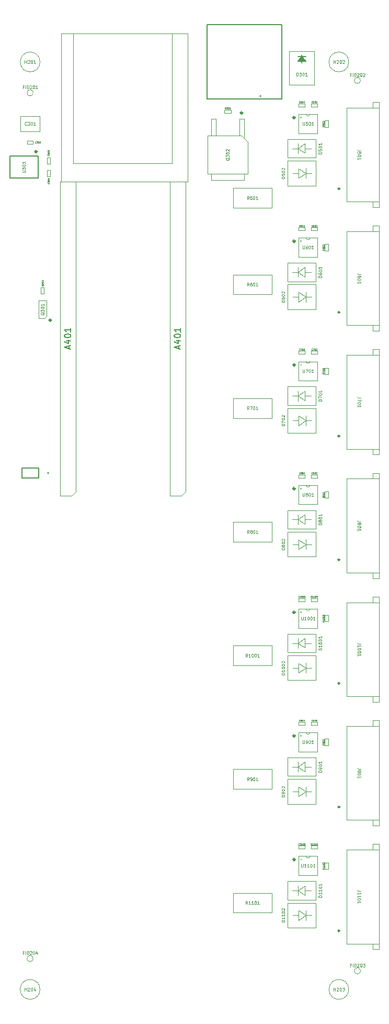
<source format=gbr>
G04 #@! TF.GenerationSoftware,KiCad,Pcbnew,7.0.11*
G04 #@! TF.CreationDate,2024-07-26T17:39:16-04:00*
G04 #@! TF.ProjectId,cluster-pcb,636c7573-7465-4722-9d70-63622e6b6963,1.0*
G04 #@! TF.SameCoordinates,Original*
G04 #@! TF.FileFunction,AssemblyDrawing,Top*
%FSLAX46Y46*%
G04 Gerber Fmt 4.6, Leading zero omitted, Abs format (unit mm)*
G04 Created by KiCad (PCBNEW 7.0.11) date 2024-07-26 17:39:16*
%MOMM*%
%LPD*%
G01*
G04 APERTURE LIST*
%ADD10C,0.125000*%
%ADD11C,0.065000*%
%ADD12C,0.120000*%
%ADD13C,0.062500*%
%ADD14C,0.150000*%
%ADD15C,0.100000*%
%ADD16C,0.255000*%
%ADD17C,0.025400*%
%ADD18C,0.300000*%
%ADD19C,0.127000*%
%ADD20C,0.200000*%
%ADD21C,0.152400*%
G04 APERTURE END LIST*
D10*
X76388096Y-30662904D02*
X76221429Y-30662904D01*
X76221429Y-30924809D02*
X76221429Y-30424809D01*
X76221429Y-30424809D02*
X76459524Y-30424809D01*
X76650000Y-30924809D02*
X76650000Y-30424809D01*
X76888095Y-30924809D02*
X76888095Y-30424809D01*
X76888095Y-30424809D02*
X77007143Y-30424809D01*
X77007143Y-30424809D02*
X77078571Y-30448619D01*
X77078571Y-30448619D02*
X77126190Y-30496238D01*
X77126190Y-30496238D02*
X77150000Y-30543857D01*
X77150000Y-30543857D02*
X77173809Y-30639095D01*
X77173809Y-30639095D02*
X77173809Y-30710523D01*
X77173809Y-30710523D02*
X77150000Y-30805761D01*
X77150000Y-30805761D02*
X77126190Y-30853380D01*
X77126190Y-30853380D02*
X77078571Y-30901000D01*
X77078571Y-30901000D02*
X77007143Y-30924809D01*
X77007143Y-30924809D02*
X76888095Y-30924809D01*
X77364286Y-30472428D02*
X77388095Y-30448619D01*
X77388095Y-30448619D02*
X77435714Y-30424809D01*
X77435714Y-30424809D02*
X77554762Y-30424809D01*
X77554762Y-30424809D02*
X77602381Y-30448619D01*
X77602381Y-30448619D02*
X77626190Y-30472428D01*
X77626190Y-30472428D02*
X77650000Y-30520047D01*
X77650000Y-30520047D02*
X77650000Y-30567666D01*
X77650000Y-30567666D02*
X77626190Y-30639095D01*
X77626190Y-30639095D02*
X77340476Y-30924809D01*
X77340476Y-30924809D02*
X77650000Y-30924809D01*
X77959523Y-30424809D02*
X78007142Y-30424809D01*
X78007142Y-30424809D02*
X78054761Y-30448619D01*
X78054761Y-30448619D02*
X78078571Y-30472428D01*
X78078571Y-30472428D02*
X78102380Y-30520047D01*
X78102380Y-30520047D02*
X78126190Y-30615285D01*
X78126190Y-30615285D02*
X78126190Y-30734333D01*
X78126190Y-30734333D02*
X78102380Y-30829571D01*
X78102380Y-30829571D02*
X78078571Y-30877190D01*
X78078571Y-30877190D02*
X78054761Y-30901000D01*
X78054761Y-30901000D02*
X78007142Y-30924809D01*
X78007142Y-30924809D02*
X77959523Y-30924809D01*
X77959523Y-30924809D02*
X77911904Y-30901000D01*
X77911904Y-30901000D02*
X77888095Y-30877190D01*
X77888095Y-30877190D02*
X77864285Y-30829571D01*
X77864285Y-30829571D02*
X77840476Y-30734333D01*
X77840476Y-30734333D02*
X77840476Y-30615285D01*
X77840476Y-30615285D02*
X77864285Y-30520047D01*
X77864285Y-30520047D02*
X77888095Y-30472428D01*
X77888095Y-30472428D02*
X77911904Y-30448619D01*
X77911904Y-30448619D02*
X77959523Y-30424809D01*
X78602380Y-30924809D02*
X78316666Y-30924809D01*
X78459523Y-30924809D02*
X78459523Y-30424809D01*
X78459523Y-30424809D02*
X78411904Y-30496238D01*
X78411904Y-30496238D02*
X78364285Y-30543857D01*
X78364285Y-30543857D02*
X78316666Y-30567666D01*
X130925190Y-140957143D02*
X130568047Y-140957143D01*
X130568047Y-140957143D02*
X130496619Y-140933334D01*
X130496619Y-140933334D02*
X130449000Y-140885715D01*
X130449000Y-140885715D02*
X130425190Y-140814286D01*
X130425190Y-140814286D02*
X130425190Y-140766667D01*
X130425190Y-141219048D02*
X130425190Y-141314286D01*
X130425190Y-141314286D02*
X130449000Y-141361905D01*
X130449000Y-141361905D02*
X130472809Y-141385714D01*
X130472809Y-141385714D02*
X130544238Y-141433333D01*
X130544238Y-141433333D02*
X130639476Y-141457143D01*
X130639476Y-141457143D02*
X130829952Y-141457143D01*
X130829952Y-141457143D02*
X130877571Y-141433333D01*
X130877571Y-141433333D02*
X130901380Y-141409524D01*
X130901380Y-141409524D02*
X130925190Y-141361905D01*
X130925190Y-141361905D02*
X130925190Y-141266667D01*
X130925190Y-141266667D02*
X130901380Y-141219048D01*
X130901380Y-141219048D02*
X130877571Y-141195238D01*
X130877571Y-141195238D02*
X130829952Y-141171429D01*
X130829952Y-141171429D02*
X130710904Y-141171429D01*
X130710904Y-141171429D02*
X130663285Y-141195238D01*
X130663285Y-141195238D02*
X130639476Y-141219048D01*
X130639476Y-141219048D02*
X130615666Y-141266667D01*
X130615666Y-141266667D02*
X130615666Y-141361905D01*
X130615666Y-141361905D02*
X130639476Y-141409524D01*
X130639476Y-141409524D02*
X130663285Y-141433333D01*
X130663285Y-141433333D02*
X130710904Y-141457143D01*
X130925190Y-141766666D02*
X130925190Y-141814285D01*
X130925190Y-141814285D02*
X130901380Y-141861904D01*
X130901380Y-141861904D02*
X130877571Y-141885714D01*
X130877571Y-141885714D02*
X130829952Y-141909523D01*
X130829952Y-141909523D02*
X130734714Y-141933333D01*
X130734714Y-141933333D02*
X130615666Y-141933333D01*
X130615666Y-141933333D02*
X130520428Y-141909523D01*
X130520428Y-141909523D02*
X130472809Y-141885714D01*
X130472809Y-141885714D02*
X130449000Y-141861904D01*
X130449000Y-141861904D02*
X130425190Y-141814285D01*
X130425190Y-141814285D02*
X130425190Y-141766666D01*
X130425190Y-141766666D02*
X130449000Y-141719047D01*
X130449000Y-141719047D02*
X130472809Y-141695238D01*
X130472809Y-141695238D02*
X130520428Y-141671428D01*
X130520428Y-141671428D02*
X130615666Y-141647619D01*
X130615666Y-141647619D02*
X130734714Y-141647619D01*
X130734714Y-141647619D02*
X130829952Y-141671428D01*
X130829952Y-141671428D02*
X130877571Y-141695238D01*
X130877571Y-141695238D02*
X130901380Y-141719047D01*
X130901380Y-141719047D02*
X130925190Y-141766666D01*
X130425190Y-142409523D02*
X130425190Y-142123809D01*
X130425190Y-142266666D02*
X130925190Y-142266666D01*
X130925190Y-142266666D02*
X130853761Y-142219047D01*
X130853761Y-142219047D02*
X130806142Y-142171428D01*
X130806142Y-142171428D02*
X130782333Y-142123809D01*
X112840476Y-142824809D02*
X112673810Y-142586714D01*
X112554762Y-142824809D02*
X112554762Y-142324809D01*
X112554762Y-142324809D02*
X112745238Y-142324809D01*
X112745238Y-142324809D02*
X112792857Y-142348619D01*
X112792857Y-142348619D02*
X112816667Y-142372428D01*
X112816667Y-142372428D02*
X112840476Y-142420047D01*
X112840476Y-142420047D02*
X112840476Y-142491476D01*
X112840476Y-142491476D02*
X112816667Y-142539095D01*
X112816667Y-142539095D02*
X112792857Y-142562904D01*
X112792857Y-142562904D02*
X112745238Y-142586714D01*
X112745238Y-142586714D02*
X112554762Y-142586714D01*
X113078572Y-142824809D02*
X113173810Y-142824809D01*
X113173810Y-142824809D02*
X113221429Y-142801000D01*
X113221429Y-142801000D02*
X113245238Y-142777190D01*
X113245238Y-142777190D02*
X113292857Y-142705761D01*
X113292857Y-142705761D02*
X113316667Y-142610523D01*
X113316667Y-142610523D02*
X113316667Y-142420047D01*
X113316667Y-142420047D02*
X113292857Y-142372428D01*
X113292857Y-142372428D02*
X113269048Y-142348619D01*
X113269048Y-142348619D02*
X113221429Y-142324809D01*
X113221429Y-142324809D02*
X113126191Y-142324809D01*
X113126191Y-142324809D02*
X113078572Y-142348619D01*
X113078572Y-142348619D02*
X113054762Y-142372428D01*
X113054762Y-142372428D02*
X113030953Y-142420047D01*
X113030953Y-142420047D02*
X113030953Y-142539095D01*
X113030953Y-142539095D02*
X113054762Y-142586714D01*
X113054762Y-142586714D02*
X113078572Y-142610523D01*
X113078572Y-142610523D02*
X113126191Y-142634333D01*
X113126191Y-142634333D02*
X113221429Y-142634333D01*
X113221429Y-142634333D02*
X113269048Y-142610523D01*
X113269048Y-142610523D02*
X113292857Y-142586714D01*
X113292857Y-142586714D02*
X113316667Y-142539095D01*
X113626190Y-142324809D02*
X113673809Y-142324809D01*
X113673809Y-142324809D02*
X113721428Y-142348619D01*
X113721428Y-142348619D02*
X113745238Y-142372428D01*
X113745238Y-142372428D02*
X113769047Y-142420047D01*
X113769047Y-142420047D02*
X113792857Y-142515285D01*
X113792857Y-142515285D02*
X113792857Y-142634333D01*
X113792857Y-142634333D02*
X113769047Y-142729571D01*
X113769047Y-142729571D02*
X113745238Y-142777190D01*
X113745238Y-142777190D02*
X113721428Y-142801000D01*
X113721428Y-142801000D02*
X113673809Y-142824809D01*
X113673809Y-142824809D02*
X113626190Y-142824809D01*
X113626190Y-142824809D02*
X113578571Y-142801000D01*
X113578571Y-142801000D02*
X113554762Y-142777190D01*
X113554762Y-142777190D02*
X113530952Y-142729571D01*
X113530952Y-142729571D02*
X113507143Y-142634333D01*
X113507143Y-142634333D02*
X113507143Y-142515285D01*
X113507143Y-142515285D02*
X113530952Y-142420047D01*
X113530952Y-142420047D02*
X113554762Y-142372428D01*
X113554762Y-142372428D02*
X113578571Y-142348619D01*
X113578571Y-142348619D02*
X113626190Y-142324809D01*
X114269047Y-142824809D02*
X113983333Y-142824809D01*
X114126190Y-142824809D02*
X114126190Y-142324809D01*
X114126190Y-142324809D02*
X114078571Y-142396238D01*
X114078571Y-142396238D02*
X114030952Y-142443857D01*
X114030952Y-142443857D02*
X113983333Y-142467666D01*
D11*
X125016900Y-56890951D02*
X124893091Y-56977618D01*
X125016900Y-57039523D02*
X124756900Y-57039523D01*
X124756900Y-57039523D02*
X124756900Y-56940475D01*
X124756900Y-56940475D02*
X124769281Y-56915713D01*
X124769281Y-56915713D02*
X124781662Y-56903332D01*
X124781662Y-56903332D02*
X124806424Y-56890951D01*
X124806424Y-56890951D02*
X124843567Y-56890951D01*
X124843567Y-56890951D02*
X124868329Y-56903332D01*
X124868329Y-56903332D02*
X124880710Y-56915713D01*
X124880710Y-56915713D02*
X124893091Y-56940475D01*
X124893091Y-56940475D02*
X124893091Y-57039523D01*
X124756900Y-56668094D02*
X124756900Y-56717618D01*
X124756900Y-56717618D02*
X124769281Y-56742380D01*
X124769281Y-56742380D02*
X124781662Y-56754761D01*
X124781662Y-56754761D02*
X124818805Y-56779523D01*
X124818805Y-56779523D02*
X124868329Y-56791904D01*
X124868329Y-56791904D02*
X124967377Y-56791904D01*
X124967377Y-56791904D02*
X124992139Y-56779523D01*
X124992139Y-56779523D02*
X125004520Y-56767142D01*
X125004520Y-56767142D02*
X125016900Y-56742380D01*
X125016900Y-56742380D02*
X125016900Y-56692856D01*
X125016900Y-56692856D02*
X125004520Y-56668094D01*
X125004520Y-56668094D02*
X124992139Y-56655713D01*
X124992139Y-56655713D02*
X124967377Y-56643332D01*
X124967377Y-56643332D02*
X124905472Y-56643332D01*
X124905472Y-56643332D02*
X124880710Y-56655713D01*
X124880710Y-56655713D02*
X124868329Y-56668094D01*
X124868329Y-56668094D02*
X124855948Y-56692856D01*
X124855948Y-56692856D02*
X124855948Y-56742380D01*
X124855948Y-56742380D02*
X124868329Y-56767142D01*
X124868329Y-56767142D02*
X124880710Y-56779523D01*
X124880710Y-56779523D02*
X124905472Y-56791904D01*
X124756900Y-56482380D02*
X124756900Y-56457618D01*
X124756900Y-56457618D02*
X124769281Y-56432856D01*
X124769281Y-56432856D02*
X124781662Y-56420475D01*
X124781662Y-56420475D02*
X124806424Y-56408094D01*
X124806424Y-56408094D02*
X124855948Y-56395713D01*
X124855948Y-56395713D02*
X124917853Y-56395713D01*
X124917853Y-56395713D02*
X124967377Y-56408094D01*
X124967377Y-56408094D02*
X124992139Y-56420475D01*
X124992139Y-56420475D02*
X125004520Y-56432856D01*
X125004520Y-56432856D02*
X125016900Y-56457618D01*
X125016900Y-56457618D02*
X125016900Y-56482380D01*
X125016900Y-56482380D02*
X125004520Y-56507142D01*
X125004520Y-56507142D02*
X124992139Y-56519523D01*
X124992139Y-56519523D02*
X124967377Y-56531904D01*
X124967377Y-56531904D02*
X124917853Y-56544285D01*
X124917853Y-56544285D02*
X124855948Y-56544285D01*
X124855948Y-56544285D02*
X124806424Y-56531904D01*
X124806424Y-56531904D02*
X124781662Y-56519523D01*
X124781662Y-56519523D02*
X124769281Y-56507142D01*
X124769281Y-56507142D02*
X124756900Y-56482380D01*
X124781662Y-56296666D02*
X124769281Y-56284285D01*
X124769281Y-56284285D02*
X124756900Y-56259523D01*
X124756900Y-56259523D02*
X124756900Y-56197618D01*
X124756900Y-56197618D02*
X124769281Y-56172856D01*
X124769281Y-56172856D02*
X124781662Y-56160475D01*
X124781662Y-56160475D02*
X124806424Y-56148094D01*
X124806424Y-56148094D02*
X124831186Y-56148094D01*
X124831186Y-56148094D02*
X124868329Y-56160475D01*
X124868329Y-56160475D02*
X125016900Y-56309047D01*
X125016900Y-56309047D02*
X125016900Y-56148094D01*
D12*
X76840476Y-36777450D02*
X76816667Y-36801260D01*
X76816667Y-36801260D02*
X76745238Y-36825069D01*
X76745238Y-36825069D02*
X76697619Y-36825069D01*
X76697619Y-36825069D02*
X76626191Y-36801260D01*
X76626191Y-36801260D02*
X76578572Y-36753640D01*
X76578572Y-36753640D02*
X76554762Y-36706021D01*
X76554762Y-36706021D02*
X76530953Y-36610783D01*
X76530953Y-36610783D02*
X76530953Y-36539355D01*
X76530953Y-36539355D02*
X76554762Y-36444117D01*
X76554762Y-36444117D02*
X76578572Y-36396498D01*
X76578572Y-36396498D02*
X76626191Y-36348879D01*
X76626191Y-36348879D02*
X76697619Y-36325069D01*
X76697619Y-36325069D02*
X76745238Y-36325069D01*
X76745238Y-36325069D02*
X76816667Y-36348879D01*
X76816667Y-36348879D02*
X76840476Y-36372688D01*
X77007143Y-36325069D02*
X77316667Y-36325069D01*
X77316667Y-36325069D02*
X77150000Y-36515545D01*
X77150000Y-36515545D02*
X77221429Y-36515545D01*
X77221429Y-36515545D02*
X77269048Y-36539355D01*
X77269048Y-36539355D02*
X77292857Y-36563164D01*
X77292857Y-36563164D02*
X77316667Y-36610783D01*
X77316667Y-36610783D02*
X77316667Y-36729831D01*
X77316667Y-36729831D02*
X77292857Y-36777450D01*
X77292857Y-36777450D02*
X77269048Y-36801260D01*
X77269048Y-36801260D02*
X77221429Y-36825069D01*
X77221429Y-36825069D02*
X77078572Y-36825069D01*
X77078572Y-36825069D02*
X77030953Y-36801260D01*
X77030953Y-36801260D02*
X77007143Y-36777450D01*
X77626190Y-36325069D02*
X77673809Y-36325069D01*
X77673809Y-36325069D02*
X77721428Y-36348879D01*
X77721428Y-36348879D02*
X77745238Y-36372688D01*
X77745238Y-36372688D02*
X77769047Y-36420307D01*
X77769047Y-36420307D02*
X77792857Y-36515545D01*
X77792857Y-36515545D02*
X77792857Y-36634593D01*
X77792857Y-36634593D02*
X77769047Y-36729831D01*
X77769047Y-36729831D02*
X77745238Y-36777450D01*
X77745238Y-36777450D02*
X77721428Y-36801260D01*
X77721428Y-36801260D02*
X77673809Y-36825069D01*
X77673809Y-36825069D02*
X77626190Y-36825069D01*
X77626190Y-36825069D02*
X77578571Y-36801260D01*
X77578571Y-36801260D02*
X77554762Y-36777450D01*
X77554762Y-36777450D02*
X77530952Y-36729831D01*
X77530952Y-36729831D02*
X77507143Y-36634593D01*
X77507143Y-36634593D02*
X77507143Y-36515545D01*
X77507143Y-36515545D02*
X77530952Y-36420307D01*
X77530952Y-36420307D02*
X77554762Y-36372688D01*
X77554762Y-36372688D02*
X77578571Y-36348879D01*
X77578571Y-36348879D02*
X77626190Y-36325069D01*
X78269047Y-36825069D02*
X77983333Y-36825069D01*
X78126190Y-36825069D02*
X78126190Y-36325069D01*
X78126190Y-36325069D02*
X78078571Y-36396498D01*
X78078571Y-36396498D02*
X78030952Y-36444117D01*
X78030952Y-36444117D02*
X77983333Y-36467926D01*
D11*
X125016900Y-136890951D02*
X124893091Y-136977618D01*
X125016900Y-137039523D02*
X124756900Y-137039523D01*
X124756900Y-137039523D02*
X124756900Y-136940475D01*
X124756900Y-136940475D02*
X124769281Y-136915713D01*
X124769281Y-136915713D02*
X124781662Y-136903332D01*
X124781662Y-136903332D02*
X124806424Y-136890951D01*
X124806424Y-136890951D02*
X124843567Y-136890951D01*
X124843567Y-136890951D02*
X124868329Y-136903332D01*
X124868329Y-136903332D02*
X124880710Y-136915713D01*
X124880710Y-136915713D02*
X124893091Y-136940475D01*
X124893091Y-136940475D02*
X124893091Y-137039523D01*
X125016900Y-136767142D02*
X125016900Y-136717618D01*
X125016900Y-136717618D02*
X125004520Y-136692856D01*
X125004520Y-136692856D02*
X124992139Y-136680475D01*
X124992139Y-136680475D02*
X124954996Y-136655713D01*
X124954996Y-136655713D02*
X124905472Y-136643332D01*
X124905472Y-136643332D02*
X124806424Y-136643332D01*
X124806424Y-136643332D02*
X124781662Y-136655713D01*
X124781662Y-136655713D02*
X124769281Y-136668094D01*
X124769281Y-136668094D02*
X124756900Y-136692856D01*
X124756900Y-136692856D02*
X124756900Y-136742380D01*
X124756900Y-136742380D02*
X124769281Y-136767142D01*
X124769281Y-136767142D02*
X124781662Y-136779523D01*
X124781662Y-136779523D02*
X124806424Y-136791904D01*
X124806424Y-136791904D02*
X124868329Y-136791904D01*
X124868329Y-136791904D02*
X124893091Y-136779523D01*
X124893091Y-136779523D02*
X124905472Y-136767142D01*
X124905472Y-136767142D02*
X124917853Y-136742380D01*
X124917853Y-136742380D02*
X124917853Y-136692856D01*
X124917853Y-136692856D02*
X124905472Y-136668094D01*
X124905472Y-136668094D02*
X124893091Y-136655713D01*
X124893091Y-136655713D02*
X124868329Y-136643332D01*
X124756900Y-136482380D02*
X124756900Y-136457618D01*
X124756900Y-136457618D02*
X124769281Y-136432856D01*
X124769281Y-136432856D02*
X124781662Y-136420475D01*
X124781662Y-136420475D02*
X124806424Y-136408094D01*
X124806424Y-136408094D02*
X124855948Y-136395713D01*
X124855948Y-136395713D02*
X124917853Y-136395713D01*
X124917853Y-136395713D02*
X124967377Y-136408094D01*
X124967377Y-136408094D02*
X124992139Y-136420475D01*
X124992139Y-136420475D02*
X125004520Y-136432856D01*
X125004520Y-136432856D02*
X125016900Y-136457618D01*
X125016900Y-136457618D02*
X125016900Y-136482380D01*
X125016900Y-136482380D02*
X125004520Y-136507142D01*
X125004520Y-136507142D02*
X124992139Y-136519523D01*
X124992139Y-136519523D02*
X124967377Y-136531904D01*
X124967377Y-136531904D02*
X124917853Y-136544285D01*
X124917853Y-136544285D02*
X124855948Y-136544285D01*
X124855948Y-136544285D02*
X124806424Y-136531904D01*
X124806424Y-136531904D02*
X124781662Y-136519523D01*
X124781662Y-136519523D02*
X124769281Y-136507142D01*
X124769281Y-136507142D02*
X124756900Y-136482380D01*
X124781662Y-136296666D02*
X124769281Y-136284285D01*
X124769281Y-136284285D02*
X124756900Y-136259523D01*
X124756900Y-136259523D02*
X124756900Y-136197618D01*
X124756900Y-136197618D02*
X124769281Y-136172856D01*
X124769281Y-136172856D02*
X124781662Y-136160475D01*
X124781662Y-136160475D02*
X124806424Y-136148094D01*
X124806424Y-136148094D02*
X124831186Y-136148094D01*
X124831186Y-136148094D02*
X124868329Y-136160475D01*
X124868329Y-136160475D02*
X125016900Y-136309047D01*
X125016900Y-136309047D02*
X125016900Y-136148094D01*
D10*
X118624809Y-45445237D02*
X118124809Y-45445237D01*
X118124809Y-45445237D02*
X118124809Y-45326189D01*
X118124809Y-45326189D02*
X118148619Y-45254761D01*
X118148619Y-45254761D02*
X118196238Y-45207142D01*
X118196238Y-45207142D02*
X118243857Y-45183332D01*
X118243857Y-45183332D02*
X118339095Y-45159523D01*
X118339095Y-45159523D02*
X118410523Y-45159523D01*
X118410523Y-45159523D02*
X118505761Y-45183332D01*
X118505761Y-45183332D02*
X118553380Y-45207142D01*
X118553380Y-45207142D02*
X118601000Y-45254761D01*
X118601000Y-45254761D02*
X118624809Y-45326189D01*
X118624809Y-45326189D02*
X118624809Y-45445237D01*
X118124809Y-44707142D02*
X118124809Y-44945237D01*
X118124809Y-44945237D02*
X118362904Y-44969046D01*
X118362904Y-44969046D02*
X118339095Y-44945237D01*
X118339095Y-44945237D02*
X118315285Y-44897618D01*
X118315285Y-44897618D02*
X118315285Y-44778570D01*
X118315285Y-44778570D02*
X118339095Y-44730951D01*
X118339095Y-44730951D02*
X118362904Y-44707142D01*
X118362904Y-44707142D02*
X118410523Y-44683332D01*
X118410523Y-44683332D02*
X118529571Y-44683332D01*
X118529571Y-44683332D02*
X118577190Y-44707142D01*
X118577190Y-44707142D02*
X118601000Y-44730951D01*
X118601000Y-44730951D02*
X118624809Y-44778570D01*
X118624809Y-44778570D02*
X118624809Y-44897618D01*
X118624809Y-44897618D02*
X118601000Y-44945237D01*
X118601000Y-44945237D02*
X118577190Y-44969046D01*
X118124809Y-44373809D02*
X118124809Y-44326190D01*
X118124809Y-44326190D02*
X118148619Y-44278571D01*
X118148619Y-44278571D02*
X118172428Y-44254761D01*
X118172428Y-44254761D02*
X118220047Y-44230952D01*
X118220047Y-44230952D02*
X118315285Y-44207142D01*
X118315285Y-44207142D02*
X118434333Y-44207142D01*
X118434333Y-44207142D02*
X118529571Y-44230952D01*
X118529571Y-44230952D02*
X118577190Y-44254761D01*
X118577190Y-44254761D02*
X118601000Y-44278571D01*
X118601000Y-44278571D02*
X118624809Y-44326190D01*
X118624809Y-44326190D02*
X118624809Y-44373809D01*
X118624809Y-44373809D02*
X118601000Y-44421428D01*
X118601000Y-44421428D02*
X118577190Y-44445237D01*
X118577190Y-44445237D02*
X118529571Y-44469047D01*
X118529571Y-44469047D02*
X118434333Y-44492856D01*
X118434333Y-44492856D02*
X118315285Y-44492856D01*
X118315285Y-44492856D02*
X118220047Y-44469047D01*
X118220047Y-44469047D02*
X118172428Y-44445237D01*
X118172428Y-44445237D02*
X118148619Y-44421428D01*
X118148619Y-44421428D02*
X118124809Y-44373809D01*
X118172428Y-44016666D02*
X118148619Y-43992857D01*
X118148619Y-43992857D02*
X118124809Y-43945238D01*
X118124809Y-43945238D02*
X118124809Y-43826190D01*
X118124809Y-43826190D02*
X118148619Y-43778571D01*
X118148619Y-43778571D02*
X118172428Y-43754762D01*
X118172428Y-43754762D02*
X118220047Y-43730952D01*
X118220047Y-43730952D02*
X118267666Y-43730952D01*
X118267666Y-43730952D02*
X118339095Y-43754762D01*
X118339095Y-43754762D02*
X118624809Y-44040476D01*
X118624809Y-44040476D02*
X118624809Y-43730952D01*
D13*
X121120238Y-73188595D02*
X121108334Y-73200500D01*
X121108334Y-73200500D02*
X121072619Y-73212404D01*
X121072619Y-73212404D02*
X121048810Y-73212404D01*
X121048810Y-73212404D02*
X121013096Y-73200500D01*
X121013096Y-73200500D02*
X120989286Y-73176690D01*
X120989286Y-73176690D02*
X120977381Y-73152880D01*
X120977381Y-73152880D02*
X120965477Y-73105261D01*
X120965477Y-73105261D02*
X120965477Y-73069547D01*
X120965477Y-73069547D02*
X120977381Y-73021928D01*
X120977381Y-73021928D02*
X120989286Y-72998119D01*
X120989286Y-72998119D02*
X121013096Y-72974309D01*
X121013096Y-72974309D02*
X121048810Y-72962404D01*
X121048810Y-72962404D02*
X121072619Y-72962404D01*
X121072619Y-72962404D02*
X121108334Y-72974309D01*
X121108334Y-72974309D02*
X121120238Y-72986214D01*
X121203572Y-72962404D02*
X121370238Y-72962404D01*
X121370238Y-72962404D02*
X121263096Y-73212404D01*
X121513095Y-72962404D02*
X121536905Y-72962404D01*
X121536905Y-72962404D02*
X121560714Y-72974309D01*
X121560714Y-72974309D02*
X121572619Y-72986214D01*
X121572619Y-72986214D02*
X121584524Y-73010023D01*
X121584524Y-73010023D02*
X121596429Y-73057642D01*
X121596429Y-73057642D02*
X121596429Y-73117166D01*
X121596429Y-73117166D02*
X121584524Y-73164785D01*
X121584524Y-73164785D02*
X121572619Y-73188595D01*
X121572619Y-73188595D02*
X121560714Y-73200500D01*
X121560714Y-73200500D02*
X121536905Y-73212404D01*
X121536905Y-73212404D02*
X121513095Y-73212404D01*
X121513095Y-73212404D02*
X121489286Y-73200500D01*
X121489286Y-73200500D02*
X121477381Y-73188595D01*
X121477381Y-73188595D02*
X121465476Y-73164785D01*
X121465476Y-73164785D02*
X121453572Y-73117166D01*
X121453572Y-73117166D02*
X121453572Y-73057642D01*
X121453572Y-73057642D02*
X121465476Y-73010023D01*
X121465476Y-73010023D02*
X121477381Y-72986214D01*
X121477381Y-72986214D02*
X121489286Y-72974309D01*
X121489286Y-72974309D02*
X121513095Y-72962404D01*
X121834524Y-73212404D02*
X121691667Y-73212404D01*
X121763095Y-73212404D02*
X121763095Y-72962404D01*
X121763095Y-72962404D02*
X121739286Y-72998119D01*
X121739286Y-72998119D02*
X121715476Y-73021928D01*
X121715476Y-73021928D02*
X121691667Y-73033833D01*
D11*
X125016900Y-157014761D02*
X124893091Y-157101428D01*
X125016900Y-157163333D02*
X124756900Y-157163333D01*
X124756900Y-157163333D02*
X124756900Y-157064285D01*
X124756900Y-157064285D02*
X124769281Y-157039523D01*
X124769281Y-157039523D02*
X124781662Y-157027142D01*
X124781662Y-157027142D02*
X124806424Y-157014761D01*
X124806424Y-157014761D02*
X124843567Y-157014761D01*
X124843567Y-157014761D02*
X124868329Y-157027142D01*
X124868329Y-157027142D02*
X124880710Y-157039523D01*
X124880710Y-157039523D02*
X124893091Y-157064285D01*
X124893091Y-157064285D02*
X124893091Y-157163333D01*
X125016900Y-156767142D02*
X125016900Y-156915714D01*
X125016900Y-156841428D02*
X124756900Y-156841428D01*
X124756900Y-156841428D02*
X124794043Y-156866190D01*
X124794043Y-156866190D02*
X124818805Y-156890952D01*
X124818805Y-156890952D02*
X124831186Y-156915714D01*
X125016900Y-156519523D02*
X125016900Y-156668095D01*
X125016900Y-156593809D02*
X124756900Y-156593809D01*
X124756900Y-156593809D02*
X124794043Y-156618571D01*
X124794043Y-156618571D02*
X124818805Y-156643333D01*
X124818805Y-156643333D02*
X124831186Y-156668095D01*
X124756900Y-156358571D02*
X124756900Y-156333809D01*
X124756900Y-156333809D02*
X124769281Y-156309047D01*
X124769281Y-156309047D02*
X124781662Y-156296666D01*
X124781662Y-156296666D02*
X124806424Y-156284285D01*
X124806424Y-156284285D02*
X124855948Y-156271904D01*
X124855948Y-156271904D02*
X124917853Y-156271904D01*
X124917853Y-156271904D02*
X124967377Y-156284285D01*
X124967377Y-156284285D02*
X124992139Y-156296666D01*
X124992139Y-156296666D02*
X125004520Y-156309047D01*
X125004520Y-156309047D02*
X125016900Y-156333809D01*
X125016900Y-156333809D02*
X125016900Y-156358571D01*
X125016900Y-156358571D02*
X125004520Y-156383333D01*
X125004520Y-156383333D02*
X124992139Y-156395714D01*
X124992139Y-156395714D02*
X124967377Y-156408095D01*
X124967377Y-156408095D02*
X124917853Y-156420476D01*
X124917853Y-156420476D02*
X124855948Y-156420476D01*
X124855948Y-156420476D02*
X124806424Y-156408095D01*
X124806424Y-156408095D02*
X124781662Y-156395714D01*
X124781662Y-156395714D02*
X124769281Y-156383333D01*
X124769281Y-156383333D02*
X124756900Y-156358571D01*
X124781662Y-156172857D02*
X124769281Y-156160476D01*
X124769281Y-156160476D02*
X124756900Y-156135714D01*
X124756900Y-156135714D02*
X124756900Y-156073809D01*
X124756900Y-156073809D02*
X124769281Y-156049047D01*
X124769281Y-156049047D02*
X124781662Y-156036666D01*
X124781662Y-156036666D02*
X124806424Y-156024285D01*
X124806424Y-156024285D02*
X124831186Y-156024285D01*
X124831186Y-156024285D02*
X124868329Y-156036666D01*
X124868329Y-156036666D02*
X125016900Y-156185238D01*
X125016900Y-156185238D02*
X125016900Y-156024285D01*
D10*
X121542857Y-36324809D02*
X121542857Y-36729571D01*
X121542857Y-36729571D02*
X121566667Y-36777190D01*
X121566667Y-36777190D02*
X121590476Y-36801000D01*
X121590476Y-36801000D02*
X121638095Y-36824809D01*
X121638095Y-36824809D02*
X121733333Y-36824809D01*
X121733333Y-36824809D02*
X121780952Y-36801000D01*
X121780952Y-36801000D02*
X121804762Y-36777190D01*
X121804762Y-36777190D02*
X121828571Y-36729571D01*
X121828571Y-36729571D02*
X121828571Y-36324809D01*
X122304762Y-36324809D02*
X122066667Y-36324809D01*
X122066667Y-36324809D02*
X122042858Y-36562904D01*
X122042858Y-36562904D02*
X122066667Y-36539095D01*
X122066667Y-36539095D02*
X122114286Y-36515285D01*
X122114286Y-36515285D02*
X122233334Y-36515285D01*
X122233334Y-36515285D02*
X122280953Y-36539095D01*
X122280953Y-36539095D02*
X122304762Y-36562904D01*
X122304762Y-36562904D02*
X122328572Y-36610523D01*
X122328572Y-36610523D02*
X122328572Y-36729571D01*
X122328572Y-36729571D02*
X122304762Y-36777190D01*
X122304762Y-36777190D02*
X122280953Y-36801000D01*
X122280953Y-36801000D02*
X122233334Y-36824809D01*
X122233334Y-36824809D02*
X122114286Y-36824809D01*
X122114286Y-36824809D02*
X122066667Y-36801000D01*
X122066667Y-36801000D02*
X122042858Y-36777190D01*
X122638095Y-36324809D02*
X122685714Y-36324809D01*
X122685714Y-36324809D02*
X122733333Y-36348619D01*
X122733333Y-36348619D02*
X122757143Y-36372428D01*
X122757143Y-36372428D02*
X122780952Y-36420047D01*
X122780952Y-36420047D02*
X122804762Y-36515285D01*
X122804762Y-36515285D02*
X122804762Y-36634333D01*
X122804762Y-36634333D02*
X122780952Y-36729571D01*
X122780952Y-36729571D02*
X122757143Y-36777190D01*
X122757143Y-36777190D02*
X122733333Y-36801000D01*
X122733333Y-36801000D02*
X122685714Y-36824809D01*
X122685714Y-36824809D02*
X122638095Y-36824809D01*
X122638095Y-36824809D02*
X122590476Y-36801000D01*
X122590476Y-36801000D02*
X122566667Y-36777190D01*
X122566667Y-36777190D02*
X122542857Y-36729571D01*
X122542857Y-36729571D02*
X122519048Y-36634333D01*
X122519048Y-36634333D02*
X122519048Y-36515285D01*
X122519048Y-36515285D02*
X122542857Y-36420047D01*
X122542857Y-36420047D02*
X122566667Y-36372428D01*
X122566667Y-36372428D02*
X122590476Y-36348619D01*
X122590476Y-36348619D02*
X122638095Y-36324809D01*
X123280952Y-36824809D02*
X122995238Y-36824809D01*
X123138095Y-36824809D02*
X123138095Y-36324809D01*
X123138095Y-36324809D02*
X123090476Y-36396238D01*
X123090476Y-36396238D02*
X123042857Y-36443857D01*
X123042857Y-36443857D02*
X122995238Y-36467666D01*
D11*
X79516900Y-62640951D02*
X79393091Y-62727618D01*
X79516900Y-62789523D02*
X79256900Y-62789523D01*
X79256900Y-62789523D02*
X79256900Y-62690475D01*
X79256900Y-62690475D02*
X79269281Y-62665713D01*
X79269281Y-62665713D02*
X79281662Y-62653332D01*
X79281662Y-62653332D02*
X79306424Y-62640951D01*
X79306424Y-62640951D02*
X79343567Y-62640951D01*
X79343567Y-62640951D02*
X79368329Y-62653332D01*
X79368329Y-62653332D02*
X79380710Y-62665713D01*
X79380710Y-62665713D02*
X79393091Y-62690475D01*
X79393091Y-62690475D02*
X79393091Y-62789523D01*
X79256900Y-62554285D02*
X79256900Y-62393332D01*
X79256900Y-62393332D02*
X79355948Y-62479999D01*
X79355948Y-62479999D02*
X79355948Y-62442856D01*
X79355948Y-62442856D02*
X79368329Y-62418094D01*
X79368329Y-62418094D02*
X79380710Y-62405713D01*
X79380710Y-62405713D02*
X79405472Y-62393332D01*
X79405472Y-62393332D02*
X79467377Y-62393332D01*
X79467377Y-62393332D02*
X79492139Y-62405713D01*
X79492139Y-62405713D02*
X79504520Y-62418094D01*
X79504520Y-62418094D02*
X79516900Y-62442856D01*
X79516900Y-62442856D02*
X79516900Y-62517142D01*
X79516900Y-62517142D02*
X79504520Y-62541904D01*
X79504520Y-62541904D02*
X79492139Y-62554285D01*
X79256900Y-62232380D02*
X79256900Y-62207618D01*
X79256900Y-62207618D02*
X79269281Y-62182856D01*
X79269281Y-62182856D02*
X79281662Y-62170475D01*
X79281662Y-62170475D02*
X79306424Y-62158094D01*
X79306424Y-62158094D02*
X79355948Y-62145713D01*
X79355948Y-62145713D02*
X79417853Y-62145713D01*
X79417853Y-62145713D02*
X79467377Y-62158094D01*
X79467377Y-62158094D02*
X79492139Y-62170475D01*
X79492139Y-62170475D02*
X79504520Y-62182856D01*
X79504520Y-62182856D02*
X79516900Y-62207618D01*
X79516900Y-62207618D02*
X79516900Y-62232380D01*
X79516900Y-62232380D02*
X79504520Y-62257142D01*
X79504520Y-62257142D02*
X79492139Y-62269523D01*
X79492139Y-62269523D02*
X79467377Y-62281904D01*
X79467377Y-62281904D02*
X79417853Y-62294285D01*
X79417853Y-62294285D02*
X79355948Y-62294285D01*
X79355948Y-62294285D02*
X79306424Y-62281904D01*
X79306424Y-62281904D02*
X79281662Y-62269523D01*
X79281662Y-62269523D02*
X79269281Y-62257142D01*
X79269281Y-62257142D02*
X79256900Y-62232380D01*
X79281662Y-62046666D02*
X79269281Y-62034285D01*
X79269281Y-62034285D02*
X79256900Y-62009523D01*
X79256900Y-62009523D02*
X79256900Y-61947618D01*
X79256900Y-61947618D02*
X79269281Y-61922856D01*
X79269281Y-61922856D02*
X79281662Y-61910475D01*
X79281662Y-61910475D02*
X79306424Y-61898094D01*
X79306424Y-61898094D02*
X79331186Y-61898094D01*
X79331186Y-61898094D02*
X79368329Y-61910475D01*
X79368329Y-61910475D02*
X79516900Y-62059047D01*
X79516900Y-62059047D02*
X79516900Y-61898094D01*
D10*
X79672428Y-67123809D02*
X79648619Y-67171428D01*
X79648619Y-67171428D02*
X79601000Y-67219047D01*
X79601000Y-67219047D02*
X79529571Y-67290475D01*
X79529571Y-67290475D02*
X79505761Y-67338094D01*
X79505761Y-67338094D02*
X79505761Y-67385713D01*
X79624809Y-67361904D02*
X79601000Y-67409523D01*
X79601000Y-67409523D02*
X79553380Y-67457142D01*
X79553380Y-67457142D02*
X79458142Y-67480951D01*
X79458142Y-67480951D02*
X79291476Y-67480951D01*
X79291476Y-67480951D02*
X79196238Y-67457142D01*
X79196238Y-67457142D02*
X79148619Y-67409523D01*
X79148619Y-67409523D02*
X79124809Y-67361904D01*
X79124809Y-67361904D02*
X79124809Y-67266666D01*
X79124809Y-67266666D02*
X79148619Y-67219047D01*
X79148619Y-67219047D02*
X79196238Y-67171428D01*
X79196238Y-67171428D02*
X79291476Y-67147618D01*
X79291476Y-67147618D02*
X79458142Y-67147618D01*
X79458142Y-67147618D02*
X79553380Y-67171428D01*
X79553380Y-67171428D02*
X79601000Y-67219047D01*
X79601000Y-67219047D02*
X79624809Y-67266666D01*
X79624809Y-67266666D02*
X79624809Y-67361904D01*
X79124809Y-66980951D02*
X79124809Y-66671427D01*
X79124809Y-66671427D02*
X79315285Y-66838094D01*
X79315285Y-66838094D02*
X79315285Y-66766665D01*
X79315285Y-66766665D02*
X79339095Y-66719046D01*
X79339095Y-66719046D02*
X79362904Y-66695237D01*
X79362904Y-66695237D02*
X79410523Y-66671427D01*
X79410523Y-66671427D02*
X79529571Y-66671427D01*
X79529571Y-66671427D02*
X79577190Y-66695237D01*
X79577190Y-66695237D02*
X79601000Y-66719046D01*
X79601000Y-66719046D02*
X79624809Y-66766665D01*
X79624809Y-66766665D02*
X79624809Y-66909522D01*
X79624809Y-66909522D02*
X79601000Y-66957141D01*
X79601000Y-66957141D02*
X79577190Y-66980951D01*
X79124809Y-66361904D02*
X79124809Y-66314285D01*
X79124809Y-66314285D02*
X79148619Y-66266666D01*
X79148619Y-66266666D02*
X79172428Y-66242856D01*
X79172428Y-66242856D02*
X79220047Y-66219047D01*
X79220047Y-66219047D02*
X79315285Y-66195237D01*
X79315285Y-66195237D02*
X79434333Y-66195237D01*
X79434333Y-66195237D02*
X79529571Y-66219047D01*
X79529571Y-66219047D02*
X79577190Y-66242856D01*
X79577190Y-66242856D02*
X79601000Y-66266666D01*
X79601000Y-66266666D02*
X79624809Y-66314285D01*
X79624809Y-66314285D02*
X79624809Y-66361904D01*
X79624809Y-66361904D02*
X79601000Y-66409523D01*
X79601000Y-66409523D02*
X79577190Y-66433332D01*
X79577190Y-66433332D02*
X79529571Y-66457142D01*
X79529571Y-66457142D02*
X79434333Y-66480951D01*
X79434333Y-66480951D02*
X79315285Y-66480951D01*
X79315285Y-66480951D02*
X79220047Y-66457142D01*
X79220047Y-66457142D02*
X79172428Y-66433332D01*
X79172428Y-66433332D02*
X79148619Y-66409523D01*
X79148619Y-66409523D02*
X79124809Y-66361904D01*
X79624809Y-65719047D02*
X79624809Y-66004761D01*
X79624809Y-65861904D02*
X79124809Y-65861904D01*
X79124809Y-65861904D02*
X79196238Y-65909523D01*
X79196238Y-65909523D02*
X79243857Y-65957142D01*
X79243857Y-65957142D02*
X79267666Y-66004761D01*
X130925190Y-40957143D02*
X130568047Y-40957143D01*
X130568047Y-40957143D02*
X130496619Y-40933334D01*
X130496619Y-40933334D02*
X130449000Y-40885715D01*
X130449000Y-40885715D02*
X130425190Y-40814286D01*
X130425190Y-40814286D02*
X130425190Y-40766667D01*
X130925190Y-41433333D02*
X130925190Y-41195238D01*
X130925190Y-41195238D02*
X130687095Y-41171429D01*
X130687095Y-41171429D02*
X130710904Y-41195238D01*
X130710904Y-41195238D02*
X130734714Y-41242857D01*
X130734714Y-41242857D02*
X130734714Y-41361905D01*
X130734714Y-41361905D02*
X130710904Y-41409524D01*
X130710904Y-41409524D02*
X130687095Y-41433333D01*
X130687095Y-41433333D02*
X130639476Y-41457143D01*
X130639476Y-41457143D02*
X130520428Y-41457143D01*
X130520428Y-41457143D02*
X130472809Y-41433333D01*
X130472809Y-41433333D02*
X130449000Y-41409524D01*
X130449000Y-41409524D02*
X130425190Y-41361905D01*
X130425190Y-41361905D02*
X130425190Y-41242857D01*
X130425190Y-41242857D02*
X130449000Y-41195238D01*
X130449000Y-41195238D02*
X130472809Y-41171429D01*
X130925190Y-41766666D02*
X130925190Y-41814285D01*
X130925190Y-41814285D02*
X130901380Y-41861904D01*
X130901380Y-41861904D02*
X130877571Y-41885714D01*
X130877571Y-41885714D02*
X130829952Y-41909523D01*
X130829952Y-41909523D02*
X130734714Y-41933333D01*
X130734714Y-41933333D02*
X130615666Y-41933333D01*
X130615666Y-41933333D02*
X130520428Y-41909523D01*
X130520428Y-41909523D02*
X130472809Y-41885714D01*
X130472809Y-41885714D02*
X130449000Y-41861904D01*
X130449000Y-41861904D02*
X130425190Y-41814285D01*
X130425190Y-41814285D02*
X130425190Y-41766666D01*
X130425190Y-41766666D02*
X130449000Y-41719047D01*
X130449000Y-41719047D02*
X130472809Y-41695238D01*
X130472809Y-41695238D02*
X130520428Y-41671428D01*
X130520428Y-41671428D02*
X130615666Y-41647619D01*
X130615666Y-41647619D02*
X130734714Y-41647619D01*
X130734714Y-41647619D02*
X130829952Y-41671428D01*
X130829952Y-41671428D02*
X130877571Y-41695238D01*
X130877571Y-41695238D02*
X130901380Y-41719047D01*
X130901380Y-41719047D02*
X130925190Y-41766666D01*
X130425190Y-42409523D02*
X130425190Y-42123809D01*
X130425190Y-42266666D02*
X130925190Y-42266666D01*
X130925190Y-42266666D02*
X130853761Y-42219047D01*
X130853761Y-42219047D02*
X130806142Y-42171428D01*
X130806142Y-42171428D02*
X130782333Y-42123809D01*
X112840476Y-102824809D02*
X112673810Y-102586714D01*
X112554762Y-102824809D02*
X112554762Y-102324809D01*
X112554762Y-102324809D02*
X112745238Y-102324809D01*
X112745238Y-102324809D02*
X112792857Y-102348619D01*
X112792857Y-102348619D02*
X112816667Y-102372428D01*
X112816667Y-102372428D02*
X112840476Y-102420047D01*
X112840476Y-102420047D02*
X112840476Y-102491476D01*
X112840476Y-102491476D02*
X112816667Y-102539095D01*
X112816667Y-102539095D02*
X112792857Y-102562904D01*
X112792857Y-102562904D02*
X112745238Y-102586714D01*
X112745238Y-102586714D02*
X112554762Y-102586714D01*
X113126191Y-102539095D02*
X113078572Y-102515285D01*
X113078572Y-102515285D02*
X113054762Y-102491476D01*
X113054762Y-102491476D02*
X113030953Y-102443857D01*
X113030953Y-102443857D02*
X113030953Y-102420047D01*
X113030953Y-102420047D02*
X113054762Y-102372428D01*
X113054762Y-102372428D02*
X113078572Y-102348619D01*
X113078572Y-102348619D02*
X113126191Y-102324809D01*
X113126191Y-102324809D02*
X113221429Y-102324809D01*
X113221429Y-102324809D02*
X113269048Y-102348619D01*
X113269048Y-102348619D02*
X113292857Y-102372428D01*
X113292857Y-102372428D02*
X113316667Y-102420047D01*
X113316667Y-102420047D02*
X113316667Y-102443857D01*
X113316667Y-102443857D02*
X113292857Y-102491476D01*
X113292857Y-102491476D02*
X113269048Y-102515285D01*
X113269048Y-102515285D02*
X113221429Y-102539095D01*
X113221429Y-102539095D02*
X113126191Y-102539095D01*
X113126191Y-102539095D02*
X113078572Y-102562904D01*
X113078572Y-102562904D02*
X113054762Y-102586714D01*
X113054762Y-102586714D02*
X113030953Y-102634333D01*
X113030953Y-102634333D02*
X113030953Y-102729571D01*
X113030953Y-102729571D02*
X113054762Y-102777190D01*
X113054762Y-102777190D02*
X113078572Y-102801000D01*
X113078572Y-102801000D02*
X113126191Y-102824809D01*
X113126191Y-102824809D02*
X113221429Y-102824809D01*
X113221429Y-102824809D02*
X113269048Y-102801000D01*
X113269048Y-102801000D02*
X113292857Y-102777190D01*
X113292857Y-102777190D02*
X113316667Y-102729571D01*
X113316667Y-102729571D02*
X113316667Y-102634333D01*
X113316667Y-102634333D02*
X113292857Y-102586714D01*
X113292857Y-102586714D02*
X113269048Y-102562904D01*
X113269048Y-102562904D02*
X113221429Y-102539095D01*
X113626190Y-102324809D02*
X113673809Y-102324809D01*
X113673809Y-102324809D02*
X113721428Y-102348619D01*
X113721428Y-102348619D02*
X113745238Y-102372428D01*
X113745238Y-102372428D02*
X113769047Y-102420047D01*
X113769047Y-102420047D02*
X113792857Y-102515285D01*
X113792857Y-102515285D02*
X113792857Y-102634333D01*
X113792857Y-102634333D02*
X113769047Y-102729571D01*
X113769047Y-102729571D02*
X113745238Y-102777190D01*
X113745238Y-102777190D02*
X113721428Y-102801000D01*
X113721428Y-102801000D02*
X113673809Y-102824809D01*
X113673809Y-102824809D02*
X113626190Y-102824809D01*
X113626190Y-102824809D02*
X113578571Y-102801000D01*
X113578571Y-102801000D02*
X113554762Y-102777190D01*
X113554762Y-102777190D02*
X113530952Y-102729571D01*
X113530952Y-102729571D02*
X113507143Y-102634333D01*
X113507143Y-102634333D02*
X113507143Y-102515285D01*
X113507143Y-102515285D02*
X113530952Y-102420047D01*
X113530952Y-102420047D02*
X113554762Y-102372428D01*
X113554762Y-102372428D02*
X113578571Y-102348619D01*
X113578571Y-102348619D02*
X113626190Y-102324809D01*
X114269047Y-102824809D02*
X113983333Y-102824809D01*
X114126190Y-102824809D02*
X114126190Y-102324809D01*
X114126190Y-102324809D02*
X114078571Y-102396238D01*
X114078571Y-102396238D02*
X114030952Y-102443857D01*
X114030952Y-102443857D02*
X113983333Y-102467666D01*
X124624809Y-141445237D02*
X124124809Y-141445237D01*
X124124809Y-141445237D02*
X124124809Y-141326189D01*
X124124809Y-141326189D02*
X124148619Y-141254761D01*
X124148619Y-141254761D02*
X124196238Y-141207142D01*
X124196238Y-141207142D02*
X124243857Y-141183332D01*
X124243857Y-141183332D02*
X124339095Y-141159523D01*
X124339095Y-141159523D02*
X124410523Y-141159523D01*
X124410523Y-141159523D02*
X124505761Y-141183332D01*
X124505761Y-141183332D02*
X124553380Y-141207142D01*
X124553380Y-141207142D02*
X124601000Y-141254761D01*
X124601000Y-141254761D02*
X124624809Y-141326189D01*
X124624809Y-141326189D02*
X124624809Y-141445237D01*
X124624809Y-140921427D02*
X124624809Y-140826189D01*
X124624809Y-140826189D02*
X124601000Y-140778570D01*
X124601000Y-140778570D02*
X124577190Y-140754761D01*
X124577190Y-140754761D02*
X124505761Y-140707142D01*
X124505761Y-140707142D02*
X124410523Y-140683332D01*
X124410523Y-140683332D02*
X124220047Y-140683332D01*
X124220047Y-140683332D02*
X124172428Y-140707142D01*
X124172428Y-140707142D02*
X124148619Y-140730951D01*
X124148619Y-140730951D02*
X124124809Y-140778570D01*
X124124809Y-140778570D02*
X124124809Y-140873808D01*
X124124809Y-140873808D02*
X124148619Y-140921427D01*
X124148619Y-140921427D02*
X124172428Y-140945237D01*
X124172428Y-140945237D02*
X124220047Y-140969046D01*
X124220047Y-140969046D02*
X124339095Y-140969046D01*
X124339095Y-140969046D02*
X124386714Y-140945237D01*
X124386714Y-140945237D02*
X124410523Y-140921427D01*
X124410523Y-140921427D02*
X124434333Y-140873808D01*
X124434333Y-140873808D02*
X124434333Y-140778570D01*
X124434333Y-140778570D02*
X124410523Y-140730951D01*
X124410523Y-140730951D02*
X124386714Y-140707142D01*
X124386714Y-140707142D02*
X124339095Y-140683332D01*
X124124809Y-140373809D02*
X124124809Y-140326190D01*
X124124809Y-140326190D02*
X124148619Y-140278571D01*
X124148619Y-140278571D02*
X124172428Y-140254761D01*
X124172428Y-140254761D02*
X124220047Y-140230952D01*
X124220047Y-140230952D02*
X124315285Y-140207142D01*
X124315285Y-140207142D02*
X124434333Y-140207142D01*
X124434333Y-140207142D02*
X124529571Y-140230952D01*
X124529571Y-140230952D02*
X124577190Y-140254761D01*
X124577190Y-140254761D02*
X124601000Y-140278571D01*
X124601000Y-140278571D02*
X124624809Y-140326190D01*
X124624809Y-140326190D02*
X124624809Y-140373809D01*
X124624809Y-140373809D02*
X124601000Y-140421428D01*
X124601000Y-140421428D02*
X124577190Y-140445237D01*
X124577190Y-140445237D02*
X124529571Y-140469047D01*
X124529571Y-140469047D02*
X124434333Y-140492856D01*
X124434333Y-140492856D02*
X124315285Y-140492856D01*
X124315285Y-140492856D02*
X124220047Y-140469047D01*
X124220047Y-140469047D02*
X124172428Y-140445237D01*
X124172428Y-140445237D02*
X124148619Y-140421428D01*
X124148619Y-140421428D02*
X124124809Y-140373809D01*
X124624809Y-139730952D02*
X124624809Y-140016666D01*
X124624809Y-139873809D02*
X124124809Y-139873809D01*
X124124809Y-139873809D02*
X124196238Y-139921428D01*
X124196238Y-139921428D02*
X124243857Y-139969047D01*
X124243857Y-139969047D02*
X124267666Y-140016666D01*
D13*
X121120238Y-53188595D02*
X121108334Y-53200500D01*
X121108334Y-53200500D02*
X121072619Y-53212404D01*
X121072619Y-53212404D02*
X121048810Y-53212404D01*
X121048810Y-53212404D02*
X121013096Y-53200500D01*
X121013096Y-53200500D02*
X120989286Y-53176690D01*
X120989286Y-53176690D02*
X120977381Y-53152880D01*
X120977381Y-53152880D02*
X120965477Y-53105261D01*
X120965477Y-53105261D02*
X120965477Y-53069547D01*
X120965477Y-53069547D02*
X120977381Y-53021928D01*
X120977381Y-53021928D02*
X120989286Y-52998119D01*
X120989286Y-52998119D02*
X121013096Y-52974309D01*
X121013096Y-52974309D02*
X121048810Y-52962404D01*
X121048810Y-52962404D02*
X121072619Y-52962404D01*
X121072619Y-52962404D02*
X121108334Y-52974309D01*
X121108334Y-52974309D02*
X121120238Y-52986214D01*
X121334524Y-52962404D02*
X121286905Y-52962404D01*
X121286905Y-52962404D02*
X121263096Y-52974309D01*
X121263096Y-52974309D02*
X121251191Y-52986214D01*
X121251191Y-52986214D02*
X121227381Y-53021928D01*
X121227381Y-53021928D02*
X121215477Y-53069547D01*
X121215477Y-53069547D02*
X121215477Y-53164785D01*
X121215477Y-53164785D02*
X121227381Y-53188595D01*
X121227381Y-53188595D02*
X121239286Y-53200500D01*
X121239286Y-53200500D02*
X121263096Y-53212404D01*
X121263096Y-53212404D02*
X121310715Y-53212404D01*
X121310715Y-53212404D02*
X121334524Y-53200500D01*
X121334524Y-53200500D02*
X121346429Y-53188595D01*
X121346429Y-53188595D02*
X121358334Y-53164785D01*
X121358334Y-53164785D02*
X121358334Y-53105261D01*
X121358334Y-53105261D02*
X121346429Y-53081452D01*
X121346429Y-53081452D02*
X121334524Y-53069547D01*
X121334524Y-53069547D02*
X121310715Y-53057642D01*
X121310715Y-53057642D02*
X121263096Y-53057642D01*
X121263096Y-53057642D02*
X121239286Y-53069547D01*
X121239286Y-53069547D02*
X121227381Y-53081452D01*
X121227381Y-53081452D02*
X121215477Y-53105261D01*
X121513095Y-52962404D02*
X121536905Y-52962404D01*
X121536905Y-52962404D02*
X121560714Y-52974309D01*
X121560714Y-52974309D02*
X121572619Y-52986214D01*
X121572619Y-52986214D02*
X121584524Y-53010023D01*
X121584524Y-53010023D02*
X121596429Y-53057642D01*
X121596429Y-53057642D02*
X121596429Y-53117166D01*
X121596429Y-53117166D02*
X121584524Y-53164785D01*
X121584524Y-53164785D02*
X121572619Y-53188595D01*
X121572619Y-53188595D02*
X121560714Y-53200500D01*
X121560714Y-53200500D02*
X121536905Y-53212404D01*
X121536905Y-53212404D02*
X121513095Y-53212404D01*
X121513095Y-53212404D02*
X121489286Y-53200500D01*
X121489286Y-53200500D02*
X121477381Y-53188595D01*
X121477381Y-53188595D02*
X121465476Y-53164785D01*
X121465476Y-53164785D02*
X121453572Y-53117166D01*
X121453572Y-53117166D02*
X121453572Y-53057642D01*
X121453572Y-53057642D02*
X121465476Y-53010023D01*
X121465476Y-53010023D02*
X121477381Y-52986214D01*
X121477381Y-52986214D02*
X121489286Y-52974309D01*
X121489286Y-52974309D02*
X121513095Y-52962404D01*
X121834524Y-53212404D02*
X121691667Y-53212404D01*
X121763095Y-53212404D02*
X121763095Y-52962404D01*
X121763095Y-52962404D02*
X121739286Y-52998119D01*
X121739286Y-52998119D02*
X121715476Y-53021928D01*
X121715476Y-53021928D02*
X121691667Y-53033833D01*
X123001190Y-153188595D02*
X122989286Y-153200500D01*
X122989286Y-153200500D02*
X122953571Y-153212404D01*
X122953571Y-153212404D02*
X122929762Y-153212404D01*
X122929762Y-153212404D02*
X122894048Y-153200500D01*
X122894048Y-153200500D02*
X122870238Y-153176690D01*
X122870238Y-153176690D02*
X122858333Y-153152880D01*
X122858333Y-153152880D02*
X122846429Y-153105261D01*
X122846429Y-153105261D02*
X122846429Y-153069547D01*
X122846429Y-153069547D02*
X122858333Y-153021928D01*
X122858333Y-153021928D02*
X122870238Y-152998119D01*
X122870238Y-152998119D02*
X122894048Y-152974309D01*
X122894048Y-152974309D02*
X122929762Y-152962404D01*
X122929762Y-152962404D02*
X122953571Y-152962404D01*
X122953571Y-152962404D02*
X122989286Y-152974309D01*
X122989286Y-152974309D02*
X123001190Y-152986214D01*
X123239286Y-153212404D02*
X123096429Y-153212404D01*
X123167857Y-153212404D02*
X123167857Y-152962404D01*
X123167857Y-152962404D02*
X123144048Y-152998119D01*
X123144048Y-152998119D02*
X123120238Y-153021928D01*
X123120238Y-153021928D02*
X123096429Y-153033833D01*
X123477381Y-153212404D02*
X123334524Y-153212404D01*
X123405952Y-153212404D02*
X123405952Y-152962404D01*
X123405952Y-152962404D02*
X123382143Y-152998119D01*
X123382143Y-152998119D02*
X123358333Y-153021928D01*
X123358333Y-153021928D02*
X123334524Y-153033833D01*
X123632142Y-152962404D02*
X123655952Y-152962404D01*
X123655952Y-152962404D02*
X123679761Y-152974309D01*
X123679761Y-152974309D02*
X123691666Y-152986214D01*
X123691666Y-152986214D02*
X123703571Y-153010023D01*
X123703571Y-153010023D02*
X123715476Y-153057642D01*
X123715476Y-153057642D02*
X123715476Y-153117166D01*
X123715476Y-153117166D02*
X123703571Y-153164785D01*
X123703571Y-153164785D02*
X123691666Y-153188595D01*
X123691666Y-153188595D02*
X123679761Y-153200500D01*
X123679761Y-153200500D02*
X123655952Y-153212404D01*
X123655952Y-153212404D02*
X123632142Y-153212404D01*
X123632142Y-153212404D02*
X123608333Y-153200500D01*
X123608333Y-153200500D02*
X123596428Y-153188595D01*
X123596428Y-153188595D02*
X123584523Y-153164785D01*
X123584523Y-153164785D02*
X123572619Y-153117166D01*
X123572619Y-153117166D02*
X123572619Y-153057642D01*
X123572619Y-153057642D02*
X123584523Y-153010023D01*
X123584523Y-153010023D02*
X123596428Y-152986214D01*
X123596428Y-152986214D02*
X123608333Y-152974309D01*
X123608333Y-152974309D02*
X123632142Y-152962404D01*
X123810714Y-152986214D02*
X123822618Y-152974309D01*
X123822618Y-152974309D02*
X123846428Y-152962404D01*
X123846428Y-152962404D02*
X123905952Y-152962404D01*
X123905952Y-152962404D02*
X123929761Y-152974309D01*
X123929761Y-152974309D02*
X123941666Y-152986214D01*
X123941666Y-152986214D02*
X123953571Y-153010023D01*
X123953571Y-153010023D02*
X123953571Y-153033833D01*
X123953571Y-153033833D02*
X123941666Y-153069547D01*
X123941666Y-153069547D02*
X123798809Y-153212404D01*
X123798809Y-153212404D02*
X123953571Y-153212404D01*
X121001190Y-113188595D02*
X120989286Y-113200500D01*
X120989286Y-113200500D02*
X120953571Y-113212404D01*
X120953571Y-113212404D02*
X120929762Y-113212404D01*
X120929762Y-113212404D02*
X120894048Y-113200500D01*
X120894048Y-113200500D02*
X120870238Y-113176690D01*
X120870238Y-113176690D02*
X120858333Y-113152880D01*
X120858333Y-113152880D02*
X120846429Y-113105261D01*
X120846429Y-113105261D02*
X120846429Y-113069547D01*
X120846429Y-113069547D02*
X120858333Y-113021928D01*
X120858333Y-113021928D02*
X120870238Y-112998119D01*
X120870238Y-112998119D02*
X120894048Y-112974309D01*
X120894048Y-112974309D02*
X120929762Y-112962404D01*
X120929762Y-112962404D02*
X120953571Y-112962404D01*
X120953571Y-112962404D02*
X120989286Y-112974309D01*
X120989286Y-112974309D02*
X121001190Y-112986214D01*
X121239286Y-113212404D02*
X121096429Y-113212404D01*
X121167857Y-113212404D02*
X121167857Y-112962404D01*
X121167857Y-112962404D02*
X121144048Y-112998119D01*
X121144048Y-112998119D02*
X121120238Y-113021928D01*
X121120238Y-113021928D02*
X121096429Y-113033833D01*
X121394047Y-112962404D02*
X121417857Y-112962404D01*
X121417857Y-112962404D02*
X121441666Y-112974309D01*
X121441666Y-112974309D02*
X121453571Y-112986214D01*
X121453571Y-112986214D02*
X121465476Y-113010023D01*
X121465476Y-113010023D02*
X121477381Y-113057642D01*
X121477381Y-113057642D02*
X121477381Y-113117166D01*
X121477381Y-113117166D02*
X121465476Y-113164785D01*
X121465476Y-113164785D02*
X121453571Y-113188595D01*
X121453571Y-113188595D02*
X121441666Y-113200500D01*
X121441666Y-113200500D02*
X121417857Y-113212404D01*
X121417857Y-113212404D02*
X121394047Y-113212404D01*
X121394047Y-113212404D02*
X121370238Y-113200500D01*
X121370238Y-113200500D02*
X121358333Y-113188595D01*
X121358333Y-113188595D02*
X121346428Y-113164785D01*
X121346428Y-113164785D02*
X121334524Y-113117166D01*
X121334524Y-113117166D02*
X121334524Y-113057642D01*
X121334524Y-113057642D02*
X121346428Y-113010023D01*
X121346428Y-113010023D02*
X121358333Y-112986214D01*
X121358333Y-112986214D02*
X121370238Y-112974309D01*
X121370238Y-112974309D02*
X121394047Y-112962404D01*
X121632142Y-112962404D02*
X121655952Y-112962404D01*
X121655952Y-112962404D02*
X121679761Y-112974309D01*
X121679761Y-112974309D02*
X121691666Y-112986214D01*
X121691666Y-112986214D02*
X121703571Y-113010023D01*
X121703571Y-113010023D02*
X121715476Y-113057642D01*
X121715476Y-113057642D02*
X121715476Y-113117166D01*
X121715476Y-113117166D02*
X121703571Y-113164785D01*
X121703571Y-113164785D02*
X121691666Y-113188595D01*
X121691666Y-113188595D02*
X121679761Y-113200500D01*
X121679761Y-113200500D02*
X121655952Y-113212404D01*
X121655952Y-113212404D02*
X121632142Y-113212404D01*
X121632142Y-113212404D02*
X121608333Y-113200500D01*
X121608333Y-113200500D02*
X121596428Y-113188595D01*
X121596428Y-113188595D02*
X121584523Y-113164785D01*
X121584523Y-113164785D02*
X121572619Y-113117166D01*
X121572619Y-113117166D02*
X121572619Y-113057642D01*
X121572619Y-113057642D02*
X121584523Y-113010023D01*
X121584523Y-113010023D02*
X121596428Y-112986214D01*
X121596428Y-112986214D02*
X121608333Y-112974309D01*
X121608333Y-112974309D02*
X121632142Y-112962404D01*
X121953571Y-113212404D02*
X121810714Y-113212404D01*
X121882142Y-113212404D02*
X121882142Y-112962404D01*
X121882142Y-112962404D02*
X121858333Y-112998119D01*
X121858333Y-112998119D02*
X121834523Y-113021928D01*
X121834523Y-113021928D02*
X121810714Y-113033833D01*
X121120238Y-93188595D02*
X121108334Y-93200500D01*
X121108334Y-93200500D02*
X121072619Y-93212404D01*
X121072619Y-93212404D02*
X121048810Y-93212404D01*
X121048810Y-93212404D02*
X121013096Y-93200500D01*
X121013096Y-93200500D02*
X120989286Y-93176690D01*
X120989286Y-93176690D02*
X120977381Y-93152880D01*
X120977381Y-93152880D02*
X120965477Y-93105261D01*
X120965477Y-93105261D02*
X120965477Y-93069547D01*
X120965477Y-93069547D02*
X120977381Y-93021928D01*
X120977381Y-93021928D02*
X120989286Y-92998119D01*
X120989286Y-92998119D02*
X121013096Y-92974309D01*
X121013096Y-92974309D02*
X121048810Y-92962404D01*
X121048810Y-92962404D02*
X121072619Y-92962404D01*
X121072619Y-92962404D02*
X121108334Y-92974309D01*
X121108334Y-92974309D02*
X121120238Y-92986214D01*
X121263096Y-93069547D02*
X121239286Y-93057642D01*
X121239286Y-93057642D02*
X121227381Y-93045738D01*
X121227381Y-93045738D02*
X121215477Y-93021928D01*
X121215477Y-93021928D02*
X121215477Y-93010023D01*
X121215477Y-93010023D02*
X121227381Y-92986214D01*
X121227381Y-92986214D02*
X121239286Y-92974309D01*
X121239286Y-92974309D02*
X121263096Y-92962404D01*
X121263096Y-92962404D02*
X121310715Y-92962404D01*
X121310715Y-92962404D02*
X121334524Y-92974309D01*
X121334524Y-92974309D02*
X121346429Y-92986214D01*
X121346429Y-92986214D02*
X121358334Y-93010023D01*
X121358334Y-93010023D02*
X121358334Y-93021928D01*
X121358334Y-93021928D02*
X121346429Y-93045738D01*
X121346429Y-93045738D02*
X121334524Y-93057642D01*
X121334524Y-93057642D02*
X121310715Y-93069547D01*
X121310715Y-93069547D02*
X121263096Y-93069547D01*
X121263096Y-93069547D02*
X121239286Y-93081452D01*
X121239286Y-93081452D02*
X121227381Y-93093357D01*
X121227381Y-93093357D02*
X121215477Y-93117166D01*
X121215477Y-93117166D02*
X121215477Y-93164785D01*
X121215477Y-93164785D02*
X121227381Y-93188595D01*
X121227381Y-93188595D02*
X121239286Y-93200500D01*
X121239286Y-93200500D02*
X121263096Y-93212404D01*
X121263096Y-93212404D02*
X121310715Y-93212404D01*
X121310715Y-93212404D02*
X121334524Y-93200500D01*
X121334524Y-93200500D02*
X121346429Y-93188595D01*
X121346429Y-93188595D02*
X121358334Y-93164785D01*
X121358334Y-93164785D02*
X121358334Y-93117166D01*
X121358334Y-93117166D02*
X121346429Y-93093357D01*
X121346429Y-93093357D02*
X121334524Y-93081452D01*
X121334524Y-93081452D02*
X121310715Y-93069547D01*
X121513095Y-92962404D02*
X121536905Y-92962404D01*
X121536905Y-92962404D02*
X121560714Y-92974309D01*
X121560714Y-92974309D02*
X121572619Y-92986214D01*
X121572619Y-92986214D02*
X121584524Y-93010023D01*
X121584524Y-93010023D02*
X121596429Y-93057642D01*
X121596429Y-93057642D02*
X121596429Y-93117166D01*
X121596429Y-93117166D02*
X121584524Y-93164785D01*
X121584524Y-93164785D02*
X121572619Y-93188595D01*
X121572619Y-93188595D02*
X121560714Y-93200500D01*
X121560714Y-93200500D02*
X121536905Y-93212404D01*
X121536905Y-93212404D02*
X121513095Y-93212404D01*
X121513095Y-93212404D02*
X121489286Y-93200500D01*
X121489286Y-93200500D02*
X121477381Y-93188595D01*
X121477381Y-93188595D02*
X121465476Y-93164785D01*
X121465476Y-93164785D02*
X121453572Y-93117166D01*
X121453572Y-93117166D02*
X121453572Y-93057642D01*
X121453572Y-93057642D02*
X121465476Y-93010023D01*
X121465476Y-93010023D02*
X121477381Y-92986214D01*
X121477381Y-92986214D02*
X121489286Y-92974309D01*
X121489286Y-92974309D02*
X121513095Y-92962404D01*
X121834524Y-93212404D02*
X121691667Y-93212404D01*
X121763095Y-93212404D02*
X121763095Y-92962404D01*
X121763095Y-92962404D02*
X121739286Y-92998119D01*
X121739286Y-92998119D02*
X121715476Y-93021928D01*
X121715476Y-93021928D02*
X121691667Y-93033833D01*
D10*
X118624809Y-85445237D02*
X118124809Y-85445237D01*
X118124809Y-85445237D02*
X118124809Y-85326189D01*
X118124809Y-85326189D02*
X118148619Y-85254761D01*
X118148619Y-85254761D02*
X118196238Y-85207142D01*
X118196238Y-85207142D02*
X118243857Y-85183332D01*
X118243857Y-85183332D02*
X118339095Y-85159523D01*
X118339095Y-85159523D02*
X118410523Y-85159523D01*
X118410523Y-85159523D02*
X118505761Y-85183332D01*
X118505761Y-85183332D02*
X118553380Y-85207142D01*
X118553380Y-85207142D02*
X118601000Y-85254761D01*
X118601000Y-85254761D02*
X118624809Y-85326189D01*
X118624809Y-85326189D02*
X118624809Y-85445237D01*
X118124809Y-84992856D02*
X118124809Y-84659523D01*
X118124809Y-84659523D02*
X118624809Y-84873808D01*
X118124809Y-84373809D02*
X118124809Y-84326190D01*
X118124809Y-84326190D02*
X118148619Y-84278571D01*
X118148619Y-84278571D02*
X118172428Y-84254761D01*
X118172428Y-84254761D02*
X118220047Y-84230952D01*
X118220047Y-84230952D02*
X118315285Y-84207142D01*
X118315285Y-84207142D02*
X118434333Y-84207142D01*
X118434333Y-84207142D02*
X118529571Y-84230952D01*
X118529571Y-84230952D02*
X118577190Y-84254761D01*
X118577190Y-84254761D02*
X118601000Y-84278571D01*
X118601000Y-84278571D02*
X118624809Y-84326190D01*
X118624809Y-84326190D02*
X118624809Y-84373809D01*
X118624809Y-84373809D02*
X118601000Y-84421428D01*
X118601000Y-84421428D02*
X118577190Y-84445237D01*
X118577190Y-84445237D02*
X118529571Y-84469047D01*
X118529571Y-84469047D02*
X118434333Y-84492856D01*
X118434333Y-84492856D02*
X118315285Y-84492856D01*
X118315285Y-84492856D02*
X118220047Y-84469047D01*
X118220047Y-84469047D02*
X118172428Y-84445237D01*
X118172428Y-84445237D02*
X118148619Y-84421428D01*
X118148619Y-84421428D02*
X118124809Y-84373809D01*
X118172428Y-84016666D02*
X118148619Y-83992857D01*
X118148619Y-83992857D02*
X118124809Y-83945238D01*
X118124809Y-83945238D02*
X118124809Y-83826190D01*
X118124809Y-83826190D02*
X118148619Y-83778571D01*
X118148619Y-83778571D02*
X118172428Y-83754762D01*
X118172428Y-83754762D02*
X118220047Y-83730952D01*
X118220047Y-83730952D02*
X118267666Y-83730952D01*
X118267666Y-83730952D02*
X118339095Y-83754762D01*
X118339095Y-83754762D02*
X118624809Y-84040476D01*
X118624809Y-84040476D02*
X118624809Y-83730952D01*
X126542857Y-176824809D02*
X126542857Y-176324809D01*
X126542857Y-176562904D02*
X126828571Y-176562904D01*
X126828571Y-176824809D02*
X126828571Y-176324809D01*
X127042858Y-176372428D02*
X127066667Y-176348619D01*
X127066667Y-176348619D02*
X127114286Y-176324809D01*
X127114286Y-176324809D02*
X127233334Y-176324809D01*
X127233334Y-176324809D02*
X127280953Y-176348619D01*
X127280953Y-176348619D02*
X127304762Y-176372428D01*
X127304762Y-176372428D02*
X127328572Y-176420047D01*
X127328572Y-176420047D02*
X127328572Y-176467666D01*
X127328572Y-176467666D02*
X127304762Y-176539095D01*
X127304762Y-176539095D02*
X127019048Y-176824809D01*
X127019048Y-176824809D02*
X127328572Y-176824809D01*
X127638095Y-176324809D02*
X127685714Y-176324809D01*
X127685714Y-176324809D02*
X127733333Y-176348619D01*
X127733333Y-176348619D02*
X127757143Y-176372428D01*
X127757143Y-176372428D02*
X127780952Y-176420047D01*
X127780952Y-176420047D02*
X127804762Y-176515285D01*
X127804762Y-176515285D02*
X127804762Y-176634333D01*
X127804762Y-176634333D02*
X127780952Y-176729571D01*
X127780952Y-176729571D02*
X127757143Y-176777190D01*
X127757143Y-176777190D02*
X127733333Y-176801000D01*
X127733333Y-176801000D02*
X127685714Y-176824809D01*
X127685714Y-176824809D02*
X127638095Y-176824809D01*
X127638095Y-176824809D02*
X127590476Y-176801000D01*
X127590476Y-176801000D02*
X127566667Y-176777190D01*
X127566667Y-176777190D02*
X127542857Y-176729571D01*
X127542857Y-176729571D02*
X127519048Y-176634333D01*
X127519048Y-176634333D02*
X127519048Y-176515285D01*
X127519048Y-176515285D02*
X127542857Y-176420047D01*
X127542857Y-176420047D02*
X127566667Y-176372428D01*
X127566667Y-176372428D02*
X127590476Y-176348619D01*
X127590476Y-176348619D02*
X127638095Y-176324809D01*
X127971428Y-176324809D02*
X128280952Y-176324809D01*
X128280952Y-176324809D02*
X128114285Y-176515285D01*
X128114285Y-176515285D02*
X128185714Y-176515285D01*
X128185714Y-176515285D02*
X128233333Y-176539095D01*
X128233333Y-176539095D02*
X128257142Y-176562904D01*
X128257142Y-176562904D02*
X128280952Y-176610523D01*
X128280952Y-176610523D02*
X128280952Y-176729571D01*
X128280952Y-176729571D02*
X128257142Y-176777190D01*
X128257142Y-176777190D02*
X128233333Y-176801000D01*
X128233333Y-176801000D02*
X128185714Y-176824809D01*
X128185714Y-176824809D02*
X128042857Y-176824809D01*
X128042857Y-176824809D02*
X127995238Y-176801000D01*
X127995238Y-176801000D02*
X127971428Y-176777190D01*
X121542857Y-96324809D02*
X121542857Y-96729571D01*
X121542857Y-96729571D02*
X121566667Y-96777190D01*
X121566667Y-96777190D02*
X121590476Y-96801000D01*
X121590476Y-96801000D02*
X121638095Y-96824809D01*
X121638095Y-96824809D02*
X121733333Y-96824809D01*
X121733333Y-96824809D02*
X121780952Y-96801000D01*
X121780952Y-96801000D02*
X121804762Y-96777190D01*
X121804762Y-96777190D02*
X121828571Y-96729571D01*
X121828571Y-96729571D02*
X121828571Y-96324809D01*
X122138096Y-96539095D02*
X122090477Y-96515285D01*
X122090477Y-96515285D02*
X122066667Y-96491476D01*
X122066667Y-96491476D02*
X122042858Y-96443857D01*
X122042858Y-96443857D02*
X122042858Y-96420047D01*
X122042858Y-96420047D02*
X122066667Y-96372428D01*
X122066667Y-96372428D02*
X122090477Y-96348619D01*
X122090477Y-96348619D02*
X122138096Y-96324809D01*
X122138096Y-96324809D02*
X122233334Y-96324809D01*
X122233334Y-96324809D02*
X122280953Y-96348619D01*
X122280953Y-96348619D02*
X122304762Y-96372428D01*
X122304762Y-96372428D02*
X122328572Y-96420047D01*
X122328572Y-96420047D02*
X122328572Y-96443857D01*
X122328572Y-96443857D02*
X122304762Y-96491476D01*
X122304762Y-96491476D02*
X122280953Y-96515285D01*
X122280953Y-96515285D02*
X122233334Y-96539095D01*
X122233334Y-96539095D02*
X122138096Y-96539095D01*
X122138096Y-96539095D02*
X122090477Y-96562904D01*
X122090477Y-96562904D02*
X122066667Y-96586714D01*
X122066667Y-96586714D02*
X122042858Y-96634333D01*
X122042858Y-96634333D02*
X122042858Y-96729571D01*
X122042858Y-96729571D02*
X122066667Y-96777190D01*
X122066667Y-96777190D02*
X122090477Y-96801000D01*
X122090477Y-96801000D02*
X122138096Y-96824809D01*
X122138096Y-96824809D02*
X122233334Y-96824809D01*
X122233334Y-96824809D02*
X122280953Y-96801000D01*
X122280953Y-96801000D02*
X122304762Y-96777190D01*
X122304762Y-96777190D02*
X122328572Y-96729571D01*
X122328572Y-96729571D02*
X122328572Y-96634333D01*
X122328572Y-96634333D02*
X122304762Y-96586714D01*
X122304762Y-96586714D02*
X122280953Y-96562904D01*
X122280953Y-96562904D02*
X122233334Y-96539095D01*
X122638095Y-96324809D02*
X122685714Y-96324809D01*
X122685714Y-96324809D02*
X122733333Y-96348619D01*
X122733333Y-96348619D02*
X122757143Y-96372428D01*
X122757143Y-96372428D02*
X122780952Y-96420047D01*
X122780952Y-96420047D02*
X122804762Y-96515285D01*
X122804762Y-96515285D02*
X122804762Y-96634333D01*
X122804762Y-96634333D02*
X122780952Y-96729571D01*
X122780952Y-96729571D02*
X122757143Y-96777190D01*
X122757143Y-96777190D02*
X122733333Y-96801000D01*
X122733333Y-96801000D02*
X122685714Y-96824809D01*
X122685714Y-96824809D02*
X122638095Y-96824809D01*
X122638095Y-96824809D02*
X122590476Y-96801000D01*
X122590476Y-96801000D02*
X122566667Y-96777190D01*
X122566667Y-96777190D02*
X122542857Y-96729571D01*
X122542857Y-96729571D02*
X122519048Y-96634333D01*
X122519048Y-96634333D02*
X122519048Y-96515285D01*
X122519048Y-96515285D02*
X122542857Y-96420047D01*
X122542857Y-96420047D02*
X122566667Y-96372428D01*
X122566667Y-96372428D02*
X122590476Y-96348619D01*
X122590476Y-96348619D02*
X122638095Y-96324809D01*
X123280952Y-96824809D02*
X122995238Y-96824809D01*
X123138095Y-96824809D02*
X123138095Y-96324809D01*
X123138095Y-96324809D02*
X123090476Y-96396238D01*
X123090476Y-96396238D02*
X123042857Y-96443857D01*
X123042857Y-96443857D02*
X122995238Y-96467666D01*
D13*
X121001190Y-153188595D02*
X120989286Y-153200500D01*
X120989286Y-153200500D02*
X120953571Y-153212404D01*
X120953571Y-153212404D02*
X120929762Y-153212404D01*
X120929762Y-153212404D02*
X120894048Y-153200500D01*
X120894048Y-153200500D02*
X120870238Y-153176690D01*
X120870238Y-153176690D02*
X120858333Y-153152880D01*
X120858333Y-153152880D02*
X120846429Y-153105261D01*
X120846429Y-153105261D02*
X120846429Y-153069547D01*
X120846429Y-153069547D02*
X120858333Y-153021928D01*
X120858333Y-153021928D02*
X120870238Y-152998119D01*
X120870238Y-152998119D02*
X120894048Y-152974309D01*
X120894048Y-152974309D02*
X120929762Y-152962404D01*
X120929762Y-152962404D02*
X120953571Y-152962404D01*
X120953571Y-152962404D02*
X120989286Y-152974309D01*
X120989286Y-152974309D02*
X121001190Y-152986214D01*
X121239286Y-153212404D02*
X121096429Y-153212404D01*
X121167857Y-153212404D02*
X121167857Y-152962404D01*
X121167857Y-152962404D02*
X121144048Y-152998119D01*
X121144048Y-152998119D02*
X121120238Y-153021928D01*
X121120238Y-153021928D02*
X121096429Y-153033833D01*
X121477381Y-153212404D02*
X121334524Y-153212404D01*
X121405952Y-153212404D02*
X121405952Y-152962404D01*
X121405952Y-152962404D02*
X121382143Y-152998119D01*
X121382143Y-152998119D02*
X121358333Y-153021928D01*
X121358333Y-153021928D02*
X121334524Y-153033833D01*
X121632142Y-152962404D02*
X121655952Y-152962404D01*
X121655952Y-152962404D02*
X121679761Y-152974309D01*
X121679761Y-152974309D02*
X121691666Y-152986214D01*
X121691666Y-152986214D02*
X121703571Y-153010023D01*
X121703571Y-153010023D02*
X121715476Y-153057642D01*
X121715476Y-153057642D02*
X121715476Y-153117166D01*
X121715476Y-153117166D02*
X121703571Y-153164785D01*
X121703571Y-153164785D02*
X121691666Y-153188595D01*
X121691666Y-153188595D02*
X121679761Y-153200500D01*
X121679761Y-153200500D02*
X121655952Y-153212404D01*
X121655952Y-153212404D02*
X121632142Y-153212404D01*
X121632142Y-153212404D02*
X121608333Y-153200500D01*
X121608333Y-153200500D02*
X121596428Y-153188595D01*
X121596428Y-153188595D02*
X121584523Y-153164785D01*
X121584523Y-153164785D02*
X121572619Y-153117166D01*
X121572619Y-153117166D02*
X121572619Y-153057642D01*
X121572619Y-153057642D02*
X121584523Y-153010023D01*
X121584523Y-153010023D02*
X121596428Y-152986214D01*
X121596428Y-152986214D02*
X121608333Y-152974309D01*
X121608333Y-152974309D02*
X121632142Y-152962404D01*
X121953571Y-153212404D02*
X121810714Y-153212404D01*
X121882142Y-153212404D02*
X121882142Y-152962404D01*
X121882142Y-152962404D02*
X121858333Y-152998119D01*
X121858333Y-152998119D02*
X121834523Y-153021928D01*
X121834523Y-153021928D02*
X121810714Y-153033833D01*
D10*
X112840476Y-48824809D02*
X112673810Y-48586714D01*
X112554762Y-48824809D02*
X112554762Y-48324809D01*
X112554762Y-48324809D02*
X112745238Y-48324809D01*
X112745238Y-48324809D02*
X112792857Y-48348619D01*
X112792857Y-48348619D02*
X112816667Y-48372428D01*
X112816667Y-48372428D02*
X112840476Y-48420047D01*
X112840476Y-48420047D02*
X112840476Y-48491476D01*
X112840476Y-48491476D02*
X112816667Y-48539095D01*
X112816667Y-48539095D02*
X112792857Y-48562904D01*
X112792857Y-48562904D02*
X112745238Y-48586714D01*
X112745238Y-48586714D02*
X112554762Y-48586714D01*
X113292857Y-48324809D02*
X113054762Y-48324809D01*
X113054762Y-48324809D02*
X113030953Y-48562904D01*
X113030953Y-48562904D02*
X113054762Y-48539095D01*
X113054762Y-48539095D02*
X113102381Y-48515285D01*
X113102381Y-48515285D02*
X113221429Y-48515285D01*
X113221429Y-48515285D02*
X113269048Y-48539095D01*
X113269048Y-48539095D02*
X113292857Y-48562904D01*
X113292857Y-48562904D02*
X113316667Y-48610523D01*
X113316667Y-48610523D02*
X113316667Y-48729571D01*
X113316667Y-48729571D02*
X113292857Y-48777190D01*
X113292857Y-48777190D02*
X113269048Y-48801000D01*
X113269048Y-48801000D02*
X113221429Y-48824809D01*
X113221429Y-48824809D02*
X113102381Y-48824809D01*
X113102381Y-48824809D02*
X113054762Y-48801000D01*
X113054762Y-48801000D02*
X113030953Y-48777190D01*
X113626190Y-48324809D02*
X113673809Y-48324809D01*
X113673809Y-48324809D02*
X113721428Y-48348619D01*
X113721428Y-48348619D02*
X113745238Y-48372428D01*
X113745238Y-48372428D02*
X113769047Y-48420047D01*
X113769047Y-48420047D02*
X113792857Y-48515285D01*
X113792857Y-48515285D02*
X113792857Y-48634333D01*
X113792857Y-48634333D02*
X113769047Y-48729571D01*
X113769047Y-48729571D02*
X113745238Y-48777190D01*
X113745238Y-48777190D02*
X113721428Y-48801000D01*
X113721428Y-48801000D02*
X113673809Y-48824809D01*
X113673809Y-48824809D02*
X113626190Y-48824809D01*
X113626190Y-48824809D02*
X113578571Y-48801000D01*
X113578571Y-48801000D02*
X113554762Y-48777190D01*
X113554762Y-48777190D02*
X113530952Y-48729571D01*
X113530952Y-48729571D02*
X113507143Y-48634333D01*
X113507143Y-48634333D02*
X113507143Y-48515285D01*
X113507143Y-48515285D02*
X113530952Y-48420047D01*
X113530952Y-48420047D02*
X113554762Y-48372428D01*
X113554762Y-48372428D02*
X113578571Y-48348619D01*
X113578571Y-48348619D02*
X113626190Y-48324809D01*
X114269047Y-48824809D02*
X113983333Y-48824809D01*
X114126190Y-48824809D02*
X114126190Y-48324809D01*
X114126190Y-48324809D02*
X114078571Y-48396238D01*
X114078571Y-48396238D02*
X114030952Y-48443857D01*
X114030952Y-48443857D02*
X113983333Y-48467666D01*
X121304762Y-116324809D02*
X121304762Y-116729571D01*
X121304762Y-116729571D02*
X121328572Y-116777190D01*
X121328572Y-116777190D02*
X121352381Y-116801000D01*
X121352381Y-116801000D02*
X121400000Y-116824809D01*
X121400000Y-116824809D02*
X121495238Y-116824809D01*
X121495238Y-116824809D02*
X121542857Y-116801000D01*
X121542857Y-116801000D02*
X121566667Y-116777190D01*
X121566667Y-116777190D02*
X121590476Y-116729571D01*
X121590476Y-116729571D02*
X121590476Y-116324809D01*
X122090477Y-116824809D02*
X121804763Y-116824809D01*
X121947620Y-116824809D02*
X121947620Y-116324809D01*
X121947620Y-116324809D02*
X121900001Y-116396238D01*
X121900001Y-116396238D02*
X121852382Y-116443857D01*
X121852382Y-116443857D02*
X121804763Y-116467666D01*
X122400000Y-116324809D02*
X122447619Y-116324809D01*
X122447619Y-116324809D02*
X122495238Y-116348619D01*
X122495238Y-116348619D02*
X122519048Y-116372428D01*
X122519048Y-116372428D02*
X122542857Y-116420047D01*
X122542857Y-116420047D02*
X122566667Y-116515285D01*
X122566667Y-116515285D02*
X122566667Y-116634333D01*
X122566667Y-116634333D02*
X122542857Y-116729571D01*
X122542857Y-116729571D02*
X122519048Y-116777190D01*
X122519048Y-116777190D02*
X122495238Y-116801000D01*
X122495238Y-116801000D02*
X122447619Y-116824809D01*
X122447619Y-116824809D02*
X122400000Y-116824809D01*
X122400000Y-116824809D02*
X122352381Y-116801000D01*
X122352381Y-116801000D02*
X122328572Y-116777190D01*
X122328572Y-116777190D02*
X122304762Y-116729571D01*
X122304762Y-116729571D02*
X122280953Y-116634333D01*
X122280953Y-116634333D02*
X122280953Y-116515285D01*
X122280953Y-116515285D02*
X122304762Y-116420047D01*
X122304762Y-116420047D02*
X122328572Y-116372428D01*
X122328572Y-116372428D02*
X122352381Y-116348619D01*
X122352381Y-116348619D02*
X122400000Y-116324809D01*
X122876190Y-116324809D02*
X122923809Y-116324809D01*
X122923809Y-116324809D02*
X122971428Y-116348619D01*
X122971428Y-116348619D02*
X122995238Y-116372428D01*
X122995238Y-116372428D02*
X123019047Y-116420047D01*
X123019047Y-116420047D02*
X123042857Y-116515285D01*
X123042857Y-116515285D02*
X123042857Y-116634333D01*
X123042857Y-116634333D02*
X123019047Y-116729571D01*
X123019047Y-116729571D02*
X122995238Y-116777190D01*
X122995238Y-116777190D02*
X122971428Y-116801000D01*
X122971428Y-116801000D02*
X122923809Y-116824809D01*
X122923809Y-116824809D02*
X122876190Y-116824809D01*
X122876190Y-116824809D02*
X122828571Y-116801000D01*
X122828571Y-116801000D02*
X122804762Y-116777190D01*
X122804762Y-116777190D02*
X122780952Y-116729571D01*
X122780952Y-116729571D02*
X122757143Y-116634333D01*
X122757143Y-116634333D02*
X122757143Y-116515285D01*
X122757143Y-116515285D02*
X122780952Y-116420047D01*
X122780952Y-116420047D02*
X122804762Y-116372428D01*
X122804762Y-116372428D02*
X122828571Y-116348619D01*
X122828571Y-116348619D02*
X122876190Y-116324809D01*
X123519047Y-116824809D02*
X123233333Y-116824809D01*
X123376190Y-116824809D02*
X123376190Y-116324809D01*
X123376190Y-116324809D02*
X123328571Y-116396238D01*
X123328571Y-116396238D02*
X123280952Y-116443857D01*
X123280952Y-116443857D02*
X123233333Y-116467666D01*
D11*
X125016900Y-117014761D02*
X124893091Y-117101428D01*
X125016900Y-117163333D02*
X124756900Y-117163333D01*
X124756900Y-117163333D02*
X124756900Y-117064285D01*
X124756900Y-117064285D02*
X124769281Y-117039523D01*
X124769281Y-117039523D02*
X124781662Y-117027142D01*
X124781662Y-117027142D02*
X124806424Y-117014761D01*
X124806424Y-117014761D02*
X124843567Y-117014761D01*
X124843567Y-117014761D02*
X124868329Y-117027142D01*
X124868329Y-117027142D02*
X124880710Y-117039523D01*
X124880710Y-117039523D02*
X124893091Y-117064285D01*
X124893091Y-117064285D02*
X124893091Y-117163333D01*
X125016900Y-116767142D02*
X125016900Y-116915714D01*
X125016900Y-116841428D02*
X124756900Y-116841428D01*
X124756900Y-116841428D02*
X124794043Y-116866190D01*
X124794043Y-116866190D02*
X124818805Y-116890952D01*
X124818805Y-116890952D02*
X124831186Y-116915714D01*
X124756900Y-116606190D02*
X124756900Y-116581428D01*
X124756900Y-116581428D02*
X124769281Y-116556666D01*
X124769281Y-116556666D02*
X124781662Y-116544285D01*
X124781662Y-116544285D02*
X124806424Y-116531904D01*
X124806424Y-116531904D02*
X124855948Y-116519523D01*
X124855948Y-116519523D02*
X124917853Y-116519523D01*
X124917853Y-116519523D02*
X124967377Y-116531904D01*
X124967377Y-116531904D02*
X124992139Y-116544285D01*
X124992139Y-116544285D02*
X125004520Y-116556666D01*
X125004520Y-116556666D02*
X125016900Y-116581428D01*
X125016900Y-116581428D02*
X125016900Y-116606190D01*
X125016900Y-116606190D02*
X125004520Y-116630952D01*
X125004520Y-116630952D02*
X124992139Y-116643333D01*
X124992139Y-116643333D02*
X124967377Y-116655714D01*
X124967377Y-116655714D02*
X124917853Y-116668095D01*
X124917853Y-116668095D02*
X124855948Y-116668095D01*
X124855948Y-116668095D02*
X124806424Y-116655714D01*
X124806424Y-116655714D02*
X124781662Y-116643333D01*
X124781662Y-116643333D02*
X124769281Y-116630952D01*
X124769281Y-116630952D02*
X124756900Y-116606190D01*
X124756900Y-116358571D02*
X124756900Y-116333809D01*
X124756900Y-116333809D02*
X124769281Y-116309047D01*
X124769281Y-116309047D02*
X124781662Y-116296666D01*
X124781662Y-116296666D02*
X124806424Y-116284285D01*
X124806424Y-116284285D02*
X124855948Y-116271904D01*
X124855948Y-116271904D02*
X124917853Y-116271904D01*
X124917853Y-116271904D02*
X124967377Y-116284285D01*
X124967377Y-116284285D02*
X124992139Y-116296666D01*
X124992139Y-116296666D02*
X125004520Y-116309047D01*
X125004520Y-116309047D02*
X125016900Y-116333809D01*
X125016900Y-116333809D02*
X125016900Y-116358571D01*
X125016900Y-116358571D02*
X125004520Y-116383333D01*
X125004520Y-116383333D02*
X124992139Y-116395714D01*
X124992139Y-116395714D02*
X124967377Y-116408095D01*
X124967377Y-116408095D02*
X124917853Y-116420476D01*
X124917853Y-116420476D02*
X124855948Y-116420476D01*
X124855948Y-116420476D02*
X124806424Y-116408095D01*
X124806424Y-116408095D02*
X124781662Y-116395714D01*
X124781662Y-116395714D02*
X124769281Y-116383333D01*
X124769281Y-116383333D02*
X124756900Y-116358571D01*
X124781662Y-116172857D02*
X124769281Y-116160476D01*
X124769281Y-116160476D02*
X124756900Y-116135714D01*
X124756900Y-116135714D02*
X124756900Y-116073809D01*
X124756900Y-116073809D02*
X124769281Y-116049047D01*
X124769281Y-116049047D02*
X124781662Y-116036666D01*
X124781662Y-116036666D02*
X124806424Y-116024285D01*
X124806424Y-116024285D02*
X124831186Y-116024285D01*
X124831186Y-116024285D02*
X124868329Y-116036666D01*
X124868329Y-116036666D02*
X125016900Y-116185238D01*
X125016900Y-116185238D02*
X125016900Y-116024285D01*
X125016900Y-36890951D02*
X124893091Y-36977618D01*
X125016900Y-37039523D02*
X124756900Y-37039523D01*
X124756900Y-37039523D02*
X124756900Y-36940475D01*
X124756900Y-36940475D02*
X124769281Y-36915713D01*
X124769281Y-36915713D02*
X124781662Y-36903332D01*
X124781662Y-36903332D02*
X124806424Y-36890951D01*
X124806424Y-36890951D02*
X124843567Y-36890951D01*
X124843567Y-36890951D02*
X124868329Y-36903332D01*
X124868329Y-36903332D02*
X124880710Y-36915713D01*
X124880710Y-36915713D02*
X124893091Y-36940475D01*
X124893091Y-36940475D02*
X124893091Y-37039523D01*
X124756900Y-36655713D02*
X124756900Y-36779523D01*
X124756900Y-36779523D02*
X124880710Y-36791904D01*
X124880710Y-36791904D02*
X124868329Y-36779523D01*
X124868329Y-36779523D02*
X124855948Y-36754761D01*
X124855948Y-36754761D02*
X124855948Y-36692856D01*
X124855948Y-36692856D02*
X124868329Y-36668094D01*
X124868329Y-36668094D02*
X124880710Y-36655713D01*
X124880710Y-36655713D02*
X124905472Y-36643332D01*
X124905472Y-36643332D02*
X124967377Y-36643332D01*
X124967377Y-36643332D02*
X124992139Y-36655713D01*
X124992139Y-36655713D02*
X125004520Y-36668094D01*
X125004520Y-36668094D02*
X125016900Y-36692856D01*
X125016900Y-36692856D02*
X125016900Y-36754761D01*
X125016900Y-36754761D02*
X125004520Y-36779523D01*
X125004520Y-36779523D02*
X124992139Y-36791904D01*
X124756900Y-36482380D02*
X124756900Y-36457618D01*
X124756900Y-36457618D02*
X124769281Y-36432856D01*
X124769281Y-36432856D02*
X124781662Y-36420475D01*
X124781662Y-36420475D02*
X124806424Y-36408094D01*
X124806424Y-36408094D02*
X124855948Y-36395713D01*
X124855948Y-36395713D02*
X124917853Y-36395713D01*
X124917853Y-36395713D02*
X124967377Y-36408094D01*
X124967377Y-36408094D02*
X124992139Y-36420475D01*
X124992139Y-36420475D02*
X125004520Y-36432856D01*
X125004520Y-36432856D02*
X125016900Y-36457618D01*
X125016900Y-36457618D02*
X125016900Y-36482380D01*
X125016900Y-36482380D02*
X125004520Y-36507142D01*
X125004520Y-36507142D02*
X124992139Y-36519523D01*
X124992139Y-36519523D02*
X124967377Y-36531904D01*
X124967377Y-36531904D02*
X124917853Y-36544285D01*
X124917853Y-36544285D02*
X124855948Y-36544285D01*
X124855948Y-36544285D02*
X124806424Y-36531904D01*
X124806424Y-36531904D02*
X124781662Y-36519523D01*
X124781662Y-36519523D02*
X124769281Y-36507142D01*
X124769281Y-36507142D02*
X124756900Y-36482380D01*
X124781662Y-36296666D02*
X124769281Y-36284285D01*
X124769281Y-36284285D02*
X124756900Y-36259523D01*
X124756900Y-36259523D02*
X124756900Y-36197618D01*
X124756900Y-36197618D02*
X124769281Y-36172856D01*
X124769281Y-36172856D02*
X124781662Y-36160475D01*
X124781662Y-36160475D02*
X124806424Y-36148094D01*
X124806424Y-36148094D02*
X124831186Y-36148094D01*
X124831186Y-36148094D02*
X124868329Y-36160475D01*
X124868329Y-36160475D02*
X125016900Y-36309047D01*
X125016900Y-36309047D02*
X125016900Y-36148094D01*
D10*
X121542857Y-136324809D02*
X121542857Y-136729571D01*
X121542857Y-136729571D02*
X121566667Y-136777190D01*
X121566667Y-136777190D02*
X121590476Y-136801000D01*
X121590476Y-136801000D02*
X121638095Y-136824809D01*
X121638095Y-136824809D02*
X121733333Y-136824809D01*
X121733333Y-136824809D02*
X121780952Y-136801000D01*
X121780952Y-136801000D02*
X121804762Y-136777190D01*
X121804762Y-136777190D02*
X121828571Y-136729571D01*
X121828571Y-136729571D02*
X121828571Y-136324809D01*
X122090477Y-136824809D02*
X122185715Y-136824809D01*
X122185715Y-136824809D02*
X122233334Y-136801000D01*
X122233334Y-136801000D02*
X122257143Y-136777190D01*
X122257143Y-136777190D02*
X122304762Y-136705761D01*
X122304762Y-136705761D02*
X122328572Y-136610523D01*
X122328572Y-136610523D02*
X122328572Y-136420047D01*
X122328572Y-136420047D02*
X122304762Y-136372428D01*
X122304762Y-136372428D02*
X122280953Y-136348619D01*
X122280953Y-136348619D02*
X122233334Y-136324809D01*
X122233334Y-136324809D02*
X122138096Y-136324809D01*
X122138096Y-136324809D02*
X122090477Y-136348619D01*
X122090477Y-136348619D02*
X122066667Y-136372428D01*
X122066667Y-136372428D02*
X122042858Y-136420047D01*
X122042858Y-136420047D02*
X122042858Y-136539095D01*
X122042858Y-136539095D02*
X122066667Y-136586714D01*
X122066667Y-136586714D02*
X122090477Y-136610523D01*
X122090477Y-136610523D02*
X122138096Y-136634333D01*
X122138096Y-136634333D02*
X122233334Y-136634333D01*
X122233334Y-136634333D02*
X122280953Y-136610523D01*
X122280953Y-136610523D02*
X122304762Y-136586714D01*
X122304762Y-136586714D02*
X122328572Y-136539095D01*
X122638095Y-136324809D02*
X122685714Y-136324809D01*
X122685714Y-136324809D02*
X122733333Y-136348619D01*
X122733333Y-136348619D02*
X122757143Y-136372428D01*
X122757143Y-136372428D02*
X122780952Y-136420047D01*
X122780952Y-136420047D02*
X122804762Y-136515285D01*
X122804762Y-136515285D02*
X122804762Y-136634333D01*
X122804762Y-136634333D02*
X122780952Y-136729571D01*
X122780952Y-136729571D02*
X122757143Y-136777190D01*
X122757143Y-136777190D02*
X122733333Y-136801000D01*
X122733333Y-136801000D02*
X122685714Y-136824809D01*
X122685714Y-136824809D02*
X122638095Y-136824809D01*
X122638095Y-136824809D02*
X122590476Y-136801000D01*
X122590476Y-136801000D02*
X122566667Y-136777190D01*
X122566667Y-136777190D02*
X122542857Y-136729571D01*
X122542857Y-136729571D02*
X122519048Y-136634333D01*
X122519048Y-136634333D02*
X122519048Y-136515285D01*
X122519048Y-136515285D02*
X122542857Y-136420047D01*
X122542857Y-136420047D02*
X122566667Y-136372428D01*
X122566667Y-136372428D02*
X122590476Y-136348619D01*
X122590476Y-136348619D02*
X122638095Y-136324809D01*
X123280952Y-136824809D02*
X122995238Y-136824809D01*
X123138095Y-136824809D02*
X123138095Y-136324809D01*
X123138095Y-136324809D02*
X123090476Y-136396238D01*
X123090476Y-136396238D02*
X123042857Y-136443857D01*
X123042857Y-136443857D02*
X122995238Y-136467666D01*
X130925190Y-60957143D02*
X130568047Y-60957143D01*
X130568047Y-60957143D02*
X130496619Y-60933334D01*
X130496619Y-60933334D02*
X130449000Y-60885715D01*
X130449000Y-60885715D02*
X130425190Y-60814286D01*
X130425190Y-60814286D02*
X130425190Y-60766667D01*
X130925190Y-61409524D02*
X130925190Y-61314286D01*
X130925190Y-61314286D02*
X130901380Y-61266667D01*
X130901380Y-61266667D02*
X130877571Y-61242857D01*
X130877571Y-61242857D02*
X130806142Y-61195238D01*
X130806142Y-61195238D02*
X130710904Y-61171429D01*
X130710904Y-61171429D02*
X130520428Y-61171429D01*
X130520428Y-61171429D02*
X130472809Y-61195238D01*
X130472809Y-61195238D02*
X130449000Y-61219048D01*
X130449000Y-61219048D02*
X130425190Y-61266667D01*
X130425190Y-61266667D02*
X130425190Y-61361905D01*
X130425190Y-61361905D02*
X130449000Y-61409524D01*
X130449000Y-61409524D02*
X130472809Y-61433333D01*
X130472809Y-61433333D02*
X130520428Y-61457143D01*
X130520428Y-61457143D02*
X130639476Y-61457143D01*
X130639476Y-61457143D02*
X130687095Y-61433333D01*
X130687095Y-61433333D02*
X130710904Y-61409524D01*
X130710904Y-61409524D02*
X130734714Y-61361905D01*
X130734714Y-61361905D02*
X130734714Y-61266667D01*
X130734714Y-61266667D02*
X130710904Y-61219048D01*
X130710904Y-61219048D02*
X130687095Y-61195238D01*
X130687095Y-61195238D02*
X130639476Y-61171429D01*
X130925190Y-61766666D02*
X130925190Y-61814285D01*
X130925190Y-61814285D02*
X130901380Y-61861904D01*
X130901380Y-61861904D02*
X130877571Y-61885714D01*
X130877571Y-61885714D02*
X130829952Y-61909523D01*
X130829952Y-61909523D02*
X130734714Y-61933333D01*
X130734714Y-61933333D02*
X130615666Y-61933333D01*
X130615666Y-61933333D02*
X130520428Y-61909523D01*
X130520428Y-61909523D02*
X130472809Y-61885714D01*
X130472809Y-61885714D02*
X130449000Y-61861904D01*
X130449000Y-61861904D02*
X130425190Y-61814285D01*
X130425190Y-61814285D02*
X130425190Y-61766666D01*
X130425190Y-61766666D02*
X130449000Y-61719047D01*
X130449000Y-61719047D02*
X130472809Y-61695238D01*
X130472809Y-61695238D02*
X130520428Y-61671428D01*
X130520428Y-61671428D02*
X130615666Y-61647619D01*
X130615666Y-61647619D02*
X130734714Y-61647619D01*
X130734714Y-61647619D02*
X130829952Y-61671428D01*
X130829952Y-61671428D02*
X130877571Y-61695238D01*
X130877571Y-61695238D02*
X130901380Y-61719047D01*
X130901380Y-61719047D02*
X130925190Y-61766666D01*
X130425190Y-62409523D02*
X130425190Y-62123809D01*
X130425190Y-62266666D02*
X130925190Y-62266666D01*
X130925190Y-62266666D02*
X130853761Y-62219047D01*
X130853761Y-62219047D02*
X130806142Y-62171428D01*
X130806142Y-62171428D02*
X130782333Y-62123809D01*
X130925190Y-120719048D02*
X130568047Y-120719048D01*
X130568047Y-120719048D02*
X130496619Y-120695239D01*
X130496619Y-120695239D02*
X130449000Y-120647620D01*
X130449000Y-120647620D02*
X130425190Y-120576191D01*
X130425190Y-120576191D02*
X130425190Y-120528572D01*
X130425190Y-121219048D02*
X130425190Y-120933334D01*
X130425190Y-121076191D02*
X130925190Y-121076191D01*
X130925190Y-121076191D02*
X130853761Y-121028572D01*
X130853761Y-121028572D02*
X130806142Y-120980953D01*
X130806142Y-120980953D02*
X130782333Y-120933334D01*
X130925190Y-121528571D02*
X130925190Y-121576190D01*
X130925190Y-121576190D02*
X130901380Y-121623809D01*
X130901380Y-121623809D02*
X130877571Y-121647619D01*
X130877571Y-121647619D02*
X130829952Y-121671428D01*
X130829952Y-121671428D02*
X130734714Y-121695238D01*
X130734714Y-121695238D02*
X130615666Y-121695238D01*
X130615666Y-121695238D02*
X130520428Y-121671428D01*
X130520428Y-121671428D02*
X130472809Y-121647619D01*
X130472809Y-121647619D02*
X130449000Y-121623809D01*
X130449000Y-121623809D02*
X130425190Y-121576190D01*
X130425190Y-121576190D02*
X130425190Y-121528571D01*
X130425190Y-121528571D02*
X130449000Y-121480952D01*
X130449000Y-121480952D02*
X130472809Y-121457143D01*
X130472809Y-121457143D02*
X130520428Y-121433333D01*
X130520428Y-121433333D02*
X130615666Y-121409524D01*
X130615666Y-121409524D02*
X130734714Y-121409524D01*
X130734714Y-121409524D02*
X130829952Y-121433333D01*
X130829952Y-121433333D02*
X130877571Y-121457143D01*
X130877571Y-121457143D02*
X130901380Y-121480952D01*
X130901380Y-121480952D02*
X130925190Y-121528571D01*
X130925190Y-122004761D02*
X130925190Y-122052380D01*
X130925190Y-122052380D02*
X130901380Y-122099999D01*
X130901380Y-122099999D02*
X130877571Y-122123809D01*
X130877571Y-122123809D02*
X130829952Y-122147618D01*
X130829952Y-122147618D02*
X130734714Y-122171428D01*
X130734714Y-122171428D02*
X130615666Y-122171428D01*
X130615666Y-122171428D02*
X130520428Y-122147618D01*
X130520428Y-122147618D02*
X130472809Y-122123809D01*
X130472809Y-122123809D02*
X130449000Y-122099999D01*
X130449000Y-122099999D02*
X130425190Y-122052380D01*
X130425190Y-122052380D02*
X130425190Y-122004761D01*
X130425190Y-122004761D02*
X130449000Y-121957142D01*
X130449000Y-121957142D02*
X130472809Y-121933333D01*
X130472809Y-121933333D02*
X130520428Y-121909523D01*
X130520428Y-121909523D02*
X130615666Y-121885714D01*
X130615666Y-121885714D02*
X130734714Y-121885714D01*
X130734714Y-121885714D02*
X130829952Y-121909523D01*
X130829952Y-121909523D02*
X130877571Y-121933333D01*
X130877571Y-121933333D02*
X130901380Y-121957142D01*
X130901380Y-121957142D02*
X130925190Y-122004761D01*
X130425190Y-122647618D02*
X130425190Y-122361904D01*
X130425190Y-122504761D02*
X130925190Y-122504761D01*
X130925190Y-122504761D02*
X130853761Y-122457142D01*
X130853761Y-122457142D02*
X130806142Y-122409523D01*
X130806142Y-122409523D02*
X130782333Y-122361904D01*
X112602381Y-122824809D02*
X112435715Y-122586714D01*
X112316667Y-122824809D02*
X112316667Y-122324809D01*
X112316667Y-122324809D02*
X112507143Y-122324809D01*
X112507143Y-122324809D02*
X112554762Y-122348619D01*
X112554762Y-122348619D02*
X112578572Y-122372428D01*
X112578572Y-122372428D02*
X112602381Y-122420047D01*
X112602381Y-122420047D02*
X112602381Y-122491476D01*
X112602381Y-122491476D02*
X112578572Y-122539095D01*
X112578572Y-122539095D02*
X112554762Y-122562904D01*
X112554762Y-122562904D02*
X112507143Y-122586714D01*
X112507143Y-122586714D02*
X112316667Y-122586714D01*
X113078572Y-122824809D02*
X112792858Y-122824809D01*
X112935715Y-122824809D02*
X112935715Y-122324809D01*
X112935715Y-122324809D02*
X112888096Y-122396238D01*
X112888096Y-122396238D02*
X112840477Y-122443857D01*
X112840477Y-122443857D02*
X112792858Y-122467666D01*
X113388095Y-122324809D02*
X113435714Y-122324809D01*
X113435714Y-122324809D02*
X113483333Y-122348619D01*
X113483333Y-122348619D02*
X113507143Y-122372428D01*
X113507143Y-122372428D02*
X113530952Y-122420047D01*
X113530952Y-122420047D02*
X113554762Y-122515285D01*
X113554762Y-122515285D02*
X113554762Y-122634333D01*
X113554762Y-122634333D02*
X113530952Y-122729571D01*
X113530952Y-122729571D02*
X113507143Y-122777190D01*
X113507143Y-122777190D02*
X113483333Y-122801000D01*
X113483333Y-122801000D02*
X113435714Y-122824809D01*
X113435714Y-122824809D02*
X113388095Y-122824809D01*
X113388095Y-122824809D02*
X113340476Y-122801000D01*
X113340476Y-122801000D02*
X113316667Y-122777190D01*
X113316667Y-122777190D02*
X113292857Y-122729571D01*
X113292857Y-122729571D02*
X113269048Y-122634333D01*
X113269048Y-122634333D02*
X113269048Y-122515285D01*
X113269048Y-122515285D02*
X113292857Y-122420047D01*
X113292857Y-122420047D02*
X113316667Y-122372428D01*
X113316667Y-122372428D02*
X113340476Y-122348619D01*
X113340476Y-122348619D02*
X113388095Y-122324809D01*
X113864285Y-122324809D02*
X113911904Y-122324809D01*
X113911904Y-122324809D02*
X113959523Y-122348619D01*
X113959523Y-122348619D02*
X113983333Y-122372428D01*
X113983333Y-122372428D02*
X114007142Y-122420047D01*
X114007142Y-122420047D02*
X114030952Y-122515285D01*
X114030952Y-122515285D02*
X114030952Y-122634333D01*
X114030952Y-122634333D02*
X114007142Y-122729571D01*
X114007142Y-122729571D02*
X113983333Y-122777190D01*
X113983333Y-122777190D02*
X113959523Y-122801000D01*
X113959523Y-122801000D02*
X113911904Y-122824809D01*
X113911904Y-122824809D02*
X113864285Y-122824809D01*
X113864285Y-122824809D02*
X113816666Y-122801000D01*
X113816666Y-122801000D02*
X113792857Y-122777190D01*
X113792857Y-122777190D02*
X113769047Y-122729571D01*
X113769047Y-122729571D02*
X113745238Y-122634333D01*
X113745238Y-122634333D02*
X113745238Y-122515285D01*
X113745238Y-122515285D02*
X113769047Y-122420047D01*
X113769047Y-122420047D02*
X113792857Y-122372428D01*
X113792857Y-122372428D02*
X113816666Y-122348619D01*
X113816666Y-122348619D02*
X113864285Y-122324809D01*
X114507142Y-122824809D02*
X114221428Y-122824809D01*
X114364285Y-122824809D02*
X114364285Y-122324809D01*
X114364285Y-122324809D02*
X114316666Y-122396238D01*
X114316666Y-122396238D02*
X114269047Y-122443857D01*
X114269047Y-122443857D02*
X114221428Y-122467666D01*
D13*
X123001190Y-113188595D02*
X122989286Y-113200500D01*
X122989286Y-113200500D02*
X122953571Y-113212404D01*
X122953571Y-113212404D02*
X122929762Y-113212404D01*
X122929762Y-113212404D02*
X122894048Y-113200500D01*
X122894048Y-113200500D02*
X122870238Y-113176690D01*
X122870238Y-113176690D02*
X122858333Y-113152880D01*
X122858333Y-113152880D02*
X122846429Y-113105261D01*
X122846429Y-113105261D02*
X122846429Y-113069547D01*
X122846429Y-113069547D02*
X122858333Y-113021928D01*
X122858333Y-113021928D02*
X122870238Y-112998119D01*
X122870238Y-112998119D02*
X122894048Y-112974309D01*
X122894048Y-112974309D02*
X122929762Y-112962404D01*
X122929762Y-112962404D02*
X122953571Y-112962404D01*
X122953571Y-112962404D02*
X122989286Y-112974309D01*
X122989286Y-112974309D02*
X123001190Y-112986214D01*
X123239286Y-113212404D02*
X123096429Y-113212404D01*
X123167857Y-113212404D02*
X123167857Y-112962404D01*
X123167857Y-112962404D02*
X123144048Y-112998119D01*
X123144048Y-112998119D02*
X123120238Y-113021928D01*
X123120238Y-113021928D02*
X123096429Y-113033833D01*
X123394047Y-112962404D02*
X123417857Y-112962404D01*
X123417857Y-112962404D02*
X123441666Y-112974309D01*
X123441666Y-112974309D02*
X123453571Y-112986214D01*
X123453571Y-112986214D02*
X123465476Y-113010023D01*
X123465476Y-113010023D02*
X123477381Y-113057642D01*
X123477381Y-113057642D02*
X123477381Y-113117166D01*
X123477381Y-113117166D02*
X123465476Y-113164785D01*
X123465476Y-113164785D02*
X123453571Y-113188595D01*
X123453571Y-113188595D02*
X123441666Y-113200500D01*
X123441666Y-113200500D02*
X123417857Y-113212404D01*
X123417857Y-113212404D02*
X123394047Y-113212404D01*
X123394047Y-113212404D02*
X123370238Y-113200500D01*
X123370238Y-113200500D02*
X123358333Y-113188595D01*
X123358333Y-113188595D02*
X123346428Y-113164785D01*
X123346428Y-113164785D02*
X123334524Y-113117166D01*
X123334524Y-113117166D02*
X123334524Y-113057642D01*
X123334524Y-113057642D02*
X123346428Y-113010023D01*
X123346428Y-113010023D02*
X123358333Y-112986214D01*
X123358333Y-112986214D02*
X123370238Y-112974309D01*
X123370238Y-112974309D02*
X123394047Y-112962404D01*
X123632142Y-112962404D02*
X123655952Y-112962404D01*
X123655952Y-112962404D02*
X123679761Y-112974309D01*
X123679761Y-112974309D02*
X123691666Y-112986214D01*
X123691666Y-112986214D02*
X123703571Y-113010023D01*
X123703571Y-113010023D02*
X123715476Y-113057642D01*
X123715476Y-113057642D02*
X123715476Y-113117166D01*
X123715476Y-113117166D02*
X123703571Y-113164785D01*
X123703571Y-113164785D02*
X123691666Y-113188595D01*
X123691666Y-113188595D02*
X123679761Y-113200500D01*
X123679761Y-113200500D02*
X123655952Y-113212404D01*
X123655952Y-113212404D02*
X123632142Y-113212404D01*
X123632142Y-113212404D02*
X123608333Y-113200500D01*
X123608333Y-113200500D02*
X123596428Y-113188595D01*
X123596428Y-113188595D02*
X123584523Y-113164785D01*
X123584523Y-113164785D02*
X123572619Y-113117166D01*
X123572619Y-113117166D02*
X123572619Y-113057642D01*
X123572619Y-113057642D02*
X123584523Y-113010023D01*
X123584523Y-113010023D02*
X123596428Y-112986214D01*
X123596428Y-112986214D02*
X123608333Y-112974309D01*
X123608333Y-112974309D02*
X123632142Y-112962404D01*
X123810714Y-112986214D02*
X123822618Y-112974309D01*
X123822618Y-112974309D02*
X123846428Y-112962404D01*
X123846428Y-112962404D02*
X123905952Y-112962404D01*
X123905952Y-112962404D02*
X123929761Y-112974309D01*
X123929761Y-112974309D02*
X123941666Y-112986214D01*
X123941666Y-112986214D02*
X123953571Y-113010023D01*
X123953571Y-113010023D02*
X123953571Y-113033833D01*
X123953571Y-113033833D02*
X123941666Y-113069547D01*
X123941666Y-113069547D02*
X123798809Y-113212404D01*
X123798809Y-113212404D02*
X123953571Y-113212404D01*
X80488595Y-41629761D02*
X80500500Y-41641665D01*
X80500500Y-41641665D02*
X80512404Y-41677380D01*
X80512404Y-41677380D02*
X80512404Y-41701189D01*
X80512404Y-41701189D02*
X80500500Y-41736903D01*
X80500500Y-41736903D02*
X80476690Y-41760713D01*
X80476690Y-41760713D02*
X80452880Y-41772618D01*
X80452880Y-41772618D02*
X80405261Y-41784522D01*
X80405261Y-41784522D02*
X80369547Y-41784522D01*
X80369547Y-41784522D02*
X80321928Y-41772618D01*
X80321928Y-41772618D02*
X80298119Y-41760713D01*
X80298119Y-41760713D02*
X80274309Y-41736903D01*
X80274309Y-41736903D02*
X80262404Y-41701189D01*
X80262404Y-41701189D02*
X80262404Y-41677380D01*
X80262404Y-41677380D02*
X80274309Y-41641665D01*
X80274309Y-41641665D02*
X80286214Y-41629761D01*
X80262404Y-41546427D02*
X80262404Y-41391665D01*
X80262404Y-41391665D02*
X80357642Y-41474999D01*
X80357642Y-41474999D02*
X80357642Y-41439284D01*
X80357642Y-41439284D02*
X80369547Y-41415475D01*
X80369547Y-41415475D02*
X80381452Y-41403570D01*
X80381452Y-41403570D02*
X80405261Y-41391665D01*
X80405261Y-41391665D02*
X80464785Y-41391665D01*
X80464785Y-41391665D02*
X80488595Y-41403570D01*
X80488595Y-41403570D02*
X80500500Y-41415475D01*
X80500500Y-41415475D02*
X80512404Y-41439284D01*
X80512404Y-41439284D02*
X80512404Y-41510713D01*
X80512404Y-41510713D02*
X80500500Y-41534522D01*
X80500500Y-41534522D02*
X80488595Y-41546427D01*
X80262404Y-41236904D02*
X80262404Y-41213094D01*
X80262404Y-41213094D02*
X80274309Y-41189285D01*
X80274309Y-41189285D02*
X80286214Y-41177380D01*
X80286214Y-41177380D02*
X80310023Y-41165475D01*
X80310023Y-41165475D02*
X80357642Y-41153570D01*
X80357642Y-41153570D02*
X80417166Y-41153570D01*
X80417166Y-41153570D02*
X80464785Y-41165475D01*
X80464785Y-41165475D02*
X80488595Y-41177380D01*
X80488595Y-41177380D02*
X80500500Y-41189285D01*
X80500500Y-41189285D02*
X80512404Y-41213094D01*
X80512404Y-41213094D02*
X80512404Y-41236904D01*
X80512404Y-41236904D02*
X80500500Y-41260713D01*
X80500500Y-41260713D02*
X80488595Y-41272618D01*
X80488595Y-41272618D02*
X80464785Y-41284523D01*
X80464785Y-41284523D02*
X80417166Y-41296427D01*
X80417166Y-41296427D02*
X80357642Y-41296427D01*
X80357642Y-41296427D02*
X80310023Y-41284523D01*
X80310023Y-41284523D02*
X80286214Y-41272618D01*
X80286214Y-41272618D02*
X80274309Y-41260713D01*
X80274309Y-41260713D02*
X80262404Y-41236904D01*
X80262404Y-41070237D02*
X80262404Y-40915475D01*
X80262404Y-40915475D02*
X80357642Y-40998809D01*
X80357642Y-40998809D02*
X80357642Y-40963094D01*
X80357642Y-40963094D02*
X80369547Y-40939285D01*
X80369547Y-40939285D02*
X80381452Y-40927380D01*
X80381452Y-40927380D02*
X80405261Y-40915475D01*
X80405261Y-40915475D02*
X80464785Y-40915475D01*
X80464785Y-40915475D02*
X80488595Y-40927380D01*
X80488595Y-40927380D02*
X80500500Y-40939285D01*
X80500500Y-40939285D02*
X80512404Y-40963094D01*
X80512404Y-40963094D02*
X80512404Y-41034523D01*
X80512404Y-41034523D02*
X80500500Y-41058332D01*
X80500500Y-41058332D02*
X80488595Y-41070237D01*
X123120238Y-53188595D02*
X123108334Y-53200500D01*
X123108334Y-53200500D02*
X123072619Y-53212404D01*
X123072619Y-53212404D02*
X123048810Y-53212404D01*
X123048810Y-53212404D02*
X123013096Y-53200500D01*
X123013096Y-53200500D02*
X122989286Y-53176690D01*
X122989286Y-53176690D02*
X122977381Y-53152880D01*
X122977381Y-53152880D02*
X122965477Y-53105261D01*
X122965477Y-53105261D02*
X122965477Y-53069547D01*
X122965477Y-53069547D02*
X122977381Y-53021928D01*
X122977381Y-53021928D02*
X122989286Y-52998119D01*
X122989286Y-52998119D02*
X123013096Y-52974309D01*
X123013096Y-52974309D02*
X123048810Y-52962404D01*
X123048810Y-52962404D02*
X123072619Y-52962404D01*
X123072619Y-52962404D02*
X123108334Y-52974309D01*
X123108334Y-52974309D02*
X123120238Y-52986214D01*
X123334524Y-52962404D02*
X123286905Y-52962404D01*
X123286905Y-52962404D02*
X123263096Y-52974309D01*
X123263096Y-52974309D02*
X123251191Y-52986214D01*
X123251191Y-52986214D02*
X123227381Y-53021928D01*
X123227381Y-53021928D02*
X123215477Y-53069547D01*
X123215477Y-53069547D02*
X123215477Y-53164785D01*
X123215477Y-53164785D02*
X123227381Y-53188595D01*
X123227381Y-53188595D02*
X123239286Y-53200500D01*
X123239286Y-53200500D02*
X123263096Y-53212404D01*
X123263096Y-53212404D02*
X123310715Y-53212404D01*
X123310715Y-53212404D02*
X123334524Y-53200500D01*
X123334524Y-53200500D02*
X123346429Y-53188595D01*
X123346429Y-53188595D02*
X123358334Y-53164785D01*
X123358334Y-53164785D02*
X123358334Y-53105261D01*
X123358334Y-53105261D02*
X123346429Y-53081452D01*
X123346429Y-53081452D02*
X123334524Y-53069547D01*
X123334524Y-53069547D02*
X123310715Y-53057642D01*
X123310715Y-53057642D02*
X123263096Y-53057642D01*
X123263096Y-53057642D02*
X123239286Y-53069547D01*
X123239286Y-53069547D02*
X123227381Y-53081452D01*
X123227381Y-53081452D02*
X123215477Y-53105261D01*
X123513095Y-52962404D02*
X123536905Y-52962404D01*
X123536905Y-52962404D02*
X123560714Y-52974309D01*
X123560714Y-52974309D02*
X123572619Y-52986214D01*
X123572619Y-52986214D02*
X123584524Y-53010023D01*
X123584524Y-53010023D02*
X123596429Y-53057642D01*
X123596429Y-53057642D02*
X123596429Y-53117166D01*
X123596429Y-53117166D02*
X123584524Y-53164785D01*
X123584524Y-53164785D02*
X123572619Y-53188595D01*
X123572619Y-53188595D02*
X123560714Y-53200500D01*
X123560714Y-53200500D02*
X123536905Y-53212404D01*
X123536905Y-53212404D02*
X123513095Y-53212404D01*
X123513095Y-53212404D02*
X123489286Y-53200500D01*
X123489286Y-53200500D02*
X123477381Y-53188595D01*
X123477381Y-53188595D02*
X123465476Y-53164785D01*
X123465476Y-53164785D02*
X123453572Y-53117166D01*
X123453572Y-53117166D02*
X123453572Y-53057642D01*
X123453572Y-53057642D02*
X123465476Y-53010023D01*
X123465476Y-53010023D02*
X123477381Y-52986214D01*
X123477381Y-52986214D02*
X123489286Y-52974309D01*
X123489286Y-52974309D02*
X123513095Y-52962404D01*
X123691667Y-52986214D02*
X123703571Y-52974309D01*
X123703571Y-52974309D02*
X123727381Y-52962404D01*
X123727381Y-52962404D02*
X123786905Y-52962404D01*
X123786905Y-52962404D02*
X123810714Y-52974309D01*
X123810714Y-52974309D02*
X123822619Y-52986214D01*
X123822619Y-52986214D02*
X123834524Y-53010023D01*
X123834524Y-53010023D02*
X123834524Y-53033833D01*
X123834524Y-53033833D02*
X123822619Y-53069547D01*
X123822619Y-53069547D02*
X123679762Y-53212404D01*
X123679762Y-53212404D02*
X123834524Y-53212404D01*
D14*
X83679104Y-72999166D02*
X83679104Y-72522976D01*
X83964819Y-73094404D02*
X82964819Y-72761071D01*
X82964819Y-72761071D02*
X83964819Y-72427738D01*
X83298152Y-71665833D02*
X83964819Y-71665833D01*
X82917200Y-71903928D02*
X83631485Y-72142023D01*
X83631485Y-72142023D02*
X83631485Y-71522976D01*
X82964819Y-70951547D02*
X82964819Y-70856309D01*
X82964819Y-70856309D02*
X83012438Y-70761071D01*
X83012438Y-70761071D02*
X83060057Y-70713452D01*
X83060057Y-70713452D02*
X83155295Y-70665833D01*
X83155295Y-70665833D02*
X83345771Y-70618214D01*
X83345771Y-70618214D02*
X83583866Y-70618214D01*
X83583866Y-70618214D02*
X83774342Y-70665833D01*
X83774342Y-70665833D02*
X83869580Y-70713452D01*
X83869580Y-70713452D02*
X83917200Y-70761071D01*
X83917200Y-70761071D02*
X83964819Y-70856309D01*
X83964819Y-70856309D02*
X83964819Y-70951547D01*
X83964819Y-70951547D02*
X83917200Y-71046785D01*
X83917200Y-71046785D02*
X83869580Y-71094404D01*
X83869580Y-71094404D02*
X83774342Y-71142023D01*
X83774342Y-71142023D02*
X83583866Y-71189642D01*
X83583866Y-71189642D02*
X83345771Y-71189642D01*
X83345771Y-71189642D02*
X83155295Y-71142023D01*
X83155295Y-71142023D02*
X83060057Y-71094404D01*
X83060057Y-71094404D02*
X83012438Y-71046785D01*
X83012438Y-71046785D02*
X82964819Y-70951547D01*
X83964819Y-69665833D02*
X83964819Y-70237261D01*
X83964819Y-69951547D02*
X82964819Y-69951547D01*
X82964819Y-69951547D02*
X83107676Y-70046785D01*
X83107676Y-70046785D02*
X83202914Y-70142023D01*
X83202914Y-70142023D02*
X83250533Y-70237261D01*
X101459104Y-72999166D02*
X101459104Y-72522976D01*
X101744819Y-73094404D02*
X100744819Y-72761071D01*
X100744819Y-72761071D02*
X101744819Y-72427738D01*
X101078152Y-71665833D02*
X101744819Y-71665833D01*
X100697200Y-71903928D02*
X101411485Y-72142023D01*
X101411485Y-72142023D02*
X101411485Y-71522976D01*
X100744819Y-70951547D02*
X100744819Y-70856309D01*
X100744819Y-70856309D02*
X100792438Y-70761071D01*
X100792438Y-70761071D02*
X100840057Y-70713452D01*
X100840057Y-70713452D02*
X100935295Y-70665833D01*
X100935295Y-70665833D02*
X101125771Y-70618214D01*
X101125771Y-70618214D02*
X101363866Y-70618214D01*
X101363866Y-70618214D02*
X101554342Y-70665833D01*
X101554342Y-70665833D02*
X101649580Y-70713452D01*
X101649580Y-70713452D02*
X101697200Y-70761071D01*
X101697200Y-70761071D02*
X101744819Y-70856309D01*
X101744819Y-70856309D02*
X101744819Y-70951547D01*
X101744819Y-70951547D02*
X101697200Y-71046785D01*
X101697200Y-71046785D02*
X101649580Y-71094404D01*
X101649580Y-71094404D02*
X101554342Y-71142023D01*
X101554342Y-71142023D02*
X101363866Y-71189642D01*
X101363866Y-71189642D02*
X101125771Y-71189642D01*
X101125771Y-71189642D02*
X100935295Y-71142023D01*
X100935295Y-71142023D02*
X100840057Y-71094404D01*
X100840057Y-71094404D02*
X100792438Y-71046785D01*
X100792438Y-71046785D02*
X100744819Y-70951547D01*
X101744819Y-69665833D02*
X101744819Y-70237261D01*
X101744819Y-69951547D02*
X100744819Y-69951547D01*
X100744819Y-69951547D02*
X100887676Y-70046785D01*
X100887676Y-70046785D02*
X100982914Y-70142023D01*
X100982914Y-70142023D02*
X101030533Y-70237261D01*
D10*
X109672428Y-42123809D02*
X109648619Y-42171428D01*
X109648619Y-42171428D02*
X109601000Y-42219047D01*
X109601000Y-42219047D02*
X109529571Y-42290475D01*
X109529571Y-42290475D02*
X109505761Y-42338094D01*
X109505761Y-42338094D02*
X109505761Y-42385713D01*
X109624809Y-42361904D02*
X109601000Y-42409523D01*
X109601000Y-42409523D02*
X109553380Y-42457142D01*
X109553380Y-42457142D02*
X109458142Y-42480951D01*
X109458142Y-42480951D02*
X109291476Y-42480951D01*
X109291476Y-42480951D02*
X109196238Y-42457142D01*
X109196238Y-42457142D02*
X109148619Y-42409523D01*
X109148619Y-42409523D02*
X109124809Y-42361904D01*
X109124809Y-42361904D02*
X109124809Y-42266666D01*
X109124809Y-42266666D02*
X109148619Y-42219047D01*
X109148619Y-42219047D02*
X109196238Y-42171428D01*
X109196238Y-42171428D02*
X109291476Y-42147618D01*
X109291476Y-42147618D02*
X109458142Y-42147618D01*
X109458142Y-42147618D02*
X109553380Y-42171428D01*
X109553380Y-42171428D02*
X109601000Y-42219047D01*
X109601000Y-42219047D02*
X109624809Y-42266666D01*
X109624809Y-42266666D02*
X109624809Y-42361904D01*
X109124809Y-41980951D02*
X109124809Y-41671427D01*
X109124809Y-41671427D02*
X109315285Y-41838094D01*
X109315285Y-41838094D02*
X109315285Y-41766665D01*
X109315285Y-41766665D02*
X109339095Y-41719046D01*
X109339095Y-41719046D02*
X109362904Y-41695237D01*
X109362904Y-41695237D02*
X109410523Y-41671427D01*
X109410523Y-41671427D02*
X109529571Y-41671427D01*
X109529571Y-41671427D02*
X109577190Y-41695237D01*
X109577190Y-41695237D02*
X109601000Y-41719046D01*
X109601000Y-41719046D02*
X109624809Y-41766665D01*
X109624809Y-41766665D02*
X109624809Y-41909522D01*
X109624809Y-41909522D02*
X109601000Y-41957141D01*
X109601000Y-41957141D02*
X109577190Y-41980951D01*
X109124809Y-41361904D02*
X109124809Y-41314285D01*
X109124809Y-41314285D02*
X109148619Y-41266666D01*
X109148619Y-41266666D02*
X109172428Y-41242856D01*
X109172428Y-41242856D02*
X109220047Y-41219047D01*
X109220047Y-41219047D02*
X109315285Y-41195237D01*
X109315285Y-41195237D02*
X109434333Y-41195237D01*
X109434333Y-41195237D02*
X109529571Y-41219047D01*
X109529571Y-41219047D02*
X109577190Y-41242856D01*
X109577190Y-41242856D02*
X109601000Y-41266666D01*
X109601000Y-41266666D02*
X109624809Y-41314285D01*
X109624809Y-41314285D02*
X109624809Y-41361904D01*
X109624809Y-41361904D02*
X109601000Y-41409523D01*
X109601000Y-41409523D02*
X109577190Y-41433332D01*
X109577190Y-41433332D02*
X109529571Y-41457142D01*
X109529571Y-41457142D02*
X109434333Y-41480951D01*
X109434333Y-41480951D02*
X109315285Y-41480951D01*
X109315285Y-41480951D02*
X109220047Y-41457142D01*
X109220047Y-41457142D02*
X109172428Y-41433332D01*
X109172428Y-41433332D02*
X109148619Y-41409523D01*
X109148619Y-41409523D02*
X109124809Y-41361904D01*
X109172428Y-41004761D02*
X109148619Y-40980952D01*
X109148619Y-40980952D02*
X109124809Y-40933333D01*
X109124809Y-40933333D02*
X109124809Y-40814285D01*
X109124809Y-40814285D02*
X109148619Y-40766666D01*
X109148619Y-40766666D02*
X109172428Y-40742857D01*
X109172428Y-40742857D02*
X109220047Y-40719047D01*
X109220047Y-40719047D02*
X109267666Y-40719047D01*
X109267666Y-40719047D02*
X109339095Y-40742857D01*
X109339095Y-40742857D02*
X109624809Y-41028571D01*
X109624809Y-41028571D02*
X109624809Y-40719047D01*
X118624809Y-145445237D02*
X118124809Y-145445237D01*
X118124809Y-145445237D02*
X118124809Y-145326189D01*
X118124809Y-145326189D02*
X118148619Y-145254761D01*
X118148619Y-145254761D02*
X118196238Y-145207142D01*
X118196238Y-145207142D02*
X118243857Y-145183332D01*
X118243857Y-145183332D02*
X118339095Y-145159523D01*
X118339095Y-145159523D02*
X118410523Y-145159523D01*
X118410523Y-145159523D02*
X118505761Y-145183332D01*
X118505761Y-145183332D02*
X118553380Y-145207142D01*
X118553380Y-145207142D02*
X118601000Y-145254761D01*
X118601000Y-145254761D02*
X118624809Y-145326189D01*
X118624809Y-145326189D02*
X118624809Y-145445237D01*
X118624809Y-144921427D02*
X118624809Y-144826189D01*
X118624809Y-144826189D02*
X118601000Y-144778570D01*
X118601000Y-144778570D02*
X118577190Y-144754761D01*
X118577190Y-144754761D02*
X118505761Y-144707142D01*
X118505761Y-144707142D02*
X118410523Y-144683332D01*
X118410523Y-144683332D02*
X118220047Y-144683332D01*
X118220047Y-144683332D02*
X118172428Y-144707142D01*
X118172428Y-144707142D02*
X118148619Y-144730951D01*
X118148619Y-144730951D02*
X118124809Y-144778570D01*
X118124809Y-144778570D02*
X118124809Y-144873808D01*
X118124809Y-144873808D02*
X118148619Y-144921427D01*
X118148619Y-144921427D02*
X118172428Y-144945237D01*
X118172428Y-144945237D02*
X118220047Y-144969046D01*
X118220047Y-144969046D02*
X118339095Y-144969046D01*
X118339095Y-144969046D02*
X118386714Y-144945237D01*
X118386714Y-144945237D02*
X118410523Y-144921427D01*
X118410523Y-144921427D02*
X118434333Y-144873808D01*
X118434333Y-144873808D02*
X118434333Y-144778570D01*
X118434333Y-144778570D02*
X118410523Y-144730951D01*
X118410523Y-144730951D02*
X118386714Y-144707142D01*
X118386714Y-144707142D02*
X118339095Y-144683332D01*
X118124809Y-144373809D02*
X118124809Y-144326190D01*
X118124809Y-144326190D02*
X118148619Y-144278571D01*
X118148619Y-144278571D02*
X118172428Y-144254761D01*
X118172428Y-144254761D02*
X118220047Y-144230952D01*
X118220047Y-144230952D02*
X118315285Y-144207142D01*
X118315285Y-144207142D02*
X118434333Y-144207142D01*
X118434333Y-144207142D02*
X118529571Y-144230952D01*
X118529571Y-144230952D02*
X118577190Y-144254761D01*
X118577190Y-144254761D02*
X118601000Y-144278571D01*
X118601000Y-144278571D02*
X118624809Y-144326190D01*
X118624809Y-144326190D02*
X118624809Y-144373809D01*
X118624809Y-144373809D02*
X118601000Y-144421428D01*
X118601000Y-144421428D02*
X118577190Y-144445237D01*
X118577190Y-144445237D02*
X118529571Y-144469047D01*
X118529571Y-144469047D02*
X118434333Y-144492856D01*
X118434333Y-144492856D02*
X118315285Y-144492856D01*
X118315285Y-144492856D02*
X118220047Y-144469047D01*
X118220047Y-144469047D02*
X118172428Y-144445237D01*
X118172428Y-144445237D02*
X118148619Y-144421428D01*
X118148619Y-144421428D02*
X118124809Y-144373809D01*
X118172428Y-144016666D02*
X118148619Y-143992857D01*
X118148619Y-143992857D02*
X118124809Y-143945238D01*
X118124809Y-143945238D02*
X118124809Y-143826190D01*
X118124809Y-143826190D02*
X118148619Y-143778571D01*
X118148619Y-143778571D02*
X118172428Y-143754762D01*
X118172428Y-143754762D02*
X118220047Y-143730952D01*
X118220047Y-143730952D02*
X118267666Y-143730952D01*
X118267666Y-143730952D02*
X118339095Y-143754762D01*
X118339095Y-143754762D02*
X118624809Y-144040476D01*
X118624809Y-144040476D02*
X118624809Y-143730952D01*
X124624809Y-161683332D02*
X124124809Y-161683332D01*
X124124809Y-161683332D02*
X124124809Y-161564284D01*
X124124809Y-161564284D02*
X124148619Y-161492856D01*
X124148619Y-161492856D02*
X124196238Y-161445237D01*
X124196238Y-161445237D02*
X124243857Y-161421427D01*
X124243857Y-161421427D02*
X124339095Y-161397618D01*
X124339095Y-161397618D02*
X124410523Y-161397618D01*
X124410523Y-161397618D02*
X124505761Y-161421427D01*
X124505761Y-161421427D02*
X124553380Y-161445237D01*
X124553380Y-161445237D02*
X124601000Y-161492856D01*
X124601000Y-161492856D02*
X124624809Y-161564284D01*
X124624809Y-161564284D02*
X124624809Y-161683332D01*
X124624809Y-160921427D02*
X124624809Y-161207141D01*
X124624809Y-161064284D02*
X124124809Y-161064284D01*
X124124809Y-161064284D02*
X124196238Y-161111903D01*
X124196238Y-161111903D02*
X124243857Y-161159522D01*
X124243857Y-161159522D02*
X124267666Y-161207141D01*
X124624809Y-160445237D02*
X124624809Y-160730951D01*
X124624809Y-160588094D02*
X124124809Y-160588094D01*
X124124809Y-160588094D02*
X124196238Y-160635713D01*
X124196238Y-160635713D02*
X124243857Y-160683332D01*
X124243857Y-160683332D02*
X124267666Y-160730951D01*
X124124809Y-160135714D02*
X124124809Y-160088095D01*
X124124809Y-160088095D02*
X124148619Y-160040476D01*
X124148619Y-160040476D02*
X124172428Y-160016666D01*
X124172428Y-160016666D02*
X124220047Y-159992857D01*
X124220047Y-159992857D02*
X124315285Y-159969047D01*
X124315285Y-159969047D02*
X124434333Y-159969047D01*
X124434333Y-159969047D02*
X124529571Y-159992857D01*
X124529571Y-159992857D02*
X124577190Y-160016666D01*
X124577190Y-160016666D02*
X124601000Y-160040476D01*
X124601000Y-160040476D02*
X124624809Y-160088095D01*
X124624809Y-160088095D02*
X124624809Y-160135714D01*
X124624809Y-160135714D02*
X124601000Y-160183333D01*
X124601000Y-160183333D02*
X124577190Y-160207142D01*
X124577190Y-160207142D02*
X124529571Y-160230952D01*
X124529571Y-160230952D02*
X124434333Y-160254761D01*
X124434333Y-160254761D02*
X124315285Y-160254761D01*
X124315285Y-160254761D02*
X124220047Y-160230952D01*
X124220047Y-160230952D02*
X124172428Y-160207142D01*
X124172428Y-160207142D02*
X124148619Y-160183333D01*
X124148619Y-160183333D02*
X124124809Y-160135714D01*
X124624809Y-159492857D02*
X124624809Y-159778571D01*
X124624809Y-159635714D02*
X124124809Y-159635714D01*
X124124809Y-159635714D02*
X124196238Y-159683333D01*
X124196238Y-159683333D02*
X124243857Y-159730952D01*
X124243857Y-159730952D02*
X124267666Y-159778571D01*
X121304762Y-156324809D02*
X121304762Y-156729571D01*
X121304762Y-156729571D02*
X121328572Y-156777190D01*
X121328572Y-156777190D02*
X121352381Y-156801000D01*
X121352381Y-156801000D02*
X121400000Y-156824809D01*
X121400000Y-156824809D02*
X121495238Y-156824809D01*
X121495238Y-156824809D02*
X121542857Y-156801000D01*
X121542857Y-156801000D02*
X121566667Y-156777190D01*
X121566667Y-156777190D02*
X121590476Y-156729571D01*
X121590476Y-156729571D02*
X121590476Y-156324809D01*
X122090477Y-156824809D02*
X121804763Y-156824809D01*
X121947620Y-156824809D02*
X121947620Y-156324809D01*
X121947620Y-156324809D02*
X121900001Y-156396238D01*
X121900001Y-156396238D02*
X121852382Y-156443857D01*
X121852382Y-156443857D02*
X121804763Y-156467666D01*
X122566667Y-156824809D02*
X122280953Y-156824809D01*
X122423810Y-156824809D02*
X122423810Y-156324809D01*
X122423810Y-156324809D02*
X122376191Y-156396238D01*
X122376191Y-156396238D02*
X122328572Y-156443857D01*
X122328572Y-156443857D02*
X122280953Y-156467666D01*
X122876190Y-156324809D02*
X122923809Y-156324809D01*
X122923809Y-156324809D02*
X122971428Y-156348619D01*
X122971428Y-156348619D02*
X122995238Y-156372428D01*
X122995238Y-156372428D02*
X123019047Y-156420047D01*
X123019047Y-156420047D02*
X123042857Y-156515285D01*
X123042857Y-156515285D02*
X123042857Y-156634333D01*
X123042857Y-156634333D02*
X123019047Y-156729571D01*
X123019047Y-156729571D02*
X122995238Y-156777190D01*
X122995238Y-156777190D02*
X122971428Y-156801000D01*
X122971428Y-156801000D02*
X122923809Y-156824809D01*
X122923809Y-156824809D02*
X122876190Y-156824809D01*
X122876190Y-156824809D02*
X122828571Y-156801000D01*
X122828571Y-156801000D02*
X122804762Y-156777190D01*
X122804762Y-156777190D02*
X122780952Y-156729571D01*
X122780952Y-156729571D02*
X122757143Y-156634333D01*
X122757143Y-156634333D02*
X122757143Y-156515285D01*
X122757143Y-156515285D02*
X122780952Y-156420047D01*
X122780952Y-156420047D02*
X122804762Y-156372428D01*
X122804762Y-156372428D02*
X122828571Y-156348619D01*
X122828571Y-156348619D02*
X122876190Y-156324809D01*
X123519047Y-156824809D02*
X123233333Y-156824809D01*
X123376190Y-156824809D02*
X123376190Y-156324809D01*
X123376190Y-156324809D02*
X123328571Y-156396238D01*
X123328571Y-156396238D02*
X123280952Y-156443857D01*
X123280952Y-156443857D02*
X123233333Y-156467666D01*
D13*
X121120238Y-33188595D02*
X121108334Y-33200500D01*
X121108334Y-33200500D02*
X121072619Y-33212404D01*
X121072619Y-33212404D02*
X121048810Y-33212404D01*
X121048810Y-33212404D02*
X121013096Y-33200500D01*
X121013096Y-33200500D02*
X120989286Y-33176690D01*
X120989286Y-33176690D02*
X120977381Y-33152880D01*
X120977381Y-33152880D02*
X120965477Y-33105261D01*
X120965477Y-33105261D02*
X120965477Y-33069547D01*
X120965477Y-33069547D02*
X120977381Y-33021928D01*
X120977381Y-33021928D02*
X120989286Y-32998119D01*
X120989286Y-32998119D02*
X121013096Y-32974309D01*
X121013096Y-32974309D02*
X121048810Y-32962404D01*
X121048810Y-32962404D02*
X121072619Y-32962404D01*
X121072619Y-32962404D02*
X121108334Y-32974309D01*
X121108334Y-32974309D02*
X121120238Y-32986214D01*
X121346429Y-32962404D02*
X121227381Y-32962404D01*
X121227381Y-32962404D02*
X121215477Y-33081452D01*
X121215477Y-33081452D02*
X121227381Y-33069547D01*
X121227381Y-33069547D02*
X121251191Y-33057642D01*
X121251191Y-33057642D02*
X121310715Y-33057642D01*
X121310715Y-33057642D02*
X121334524Y-33069547D01*
X121334524Y-33069547D02*
X121346429Y-33081452D01*
X121346429Y-33081452D02*
X121358334Y-33105261D01*
X121358334Y-33105261D02*
X121358334Y-33164785D01*
X121358334Y-33164785D02*
X121346429Y-33188595D01*
X121346429Y-33188595D02*
X121334524Y-33200500D01*
X121334524Y-33200500D02*
X121310715Y-33212404D01*
X121310715Y-33212404D02*
X121251191Y-33212404D01*
X121251191Y-33212404D02*
X121227381Y-33200500D01*
X121227381Y-33200500D02*
X121215477Y-33188595D01*
X121513095Y-32962404D02*
X121536905Y-32962404D01*
X121536905Y-32962404D02*
X121560714Y-32974309D01*
X121560714Y-32974309D02*
X121572619Y-32986214D01*
X121572619Y-32986214D02*
X121584524Y-33010023D01*
X121584524Y-33010023D02*
X121596429Y-33057642D01*
X121596429Y-33057642D02*
X121596429Y-33117166D01*
X121596429Y-33117166D02*
X121584524Y-33164785D01*
X121584524Y-33164785D02*
X121572619Y-33188595D01*
X121572619Y-33188595D02*
X121560714Y-33200500D01*
X121560714Y-33200500D02*
X121536905Y-33212404D01*
X121536905Y-33212404D02*
X121513095Y-33212404D01*
X121513095Y-33212404D02*
X121489286Y-33200500D01*
X121489286Y-33200500D02*
X121477381Y-33188595D01*
X121477381Y-33188595D02*
X121465476Y-33164785D01*
X121465476Y-33164785D02*
X121453572Y-33117166D01*
X121453572Y-33117166D02*
X121453572Y-33057642D01*
X121453572Y-33057642D02*
X121465476Y-33010023D01*
X121465476Y-33010023D02*
X121477381Y-32986214D01*
X121477381Y-32986214D02*
X121489286Y-32974309D01*
X121489286Y-32974309D02*
X121513095Y-32962404D01*
X121834524Y-33212404D02*
X121691667Y-33212404D01*
X121763095Y-33212404D02*
X121763095Y-32962404D01*
X121763095Y-32962404D02*
X121739286Y-32998119D01*
X121739286Y-32998119D02*
X121715476Y-33021928D01*
X121715476Y-33021928D02*
X121691667Y-33033833D01*
X123120238Y-133188595D02*
X123108334Y-133200500D01*
X123108334Y-133200500D02*
X123072619Y-133212404D01*
X123072619Y-133212404D02*
X123048810Y-133212404D01*
X123048810Y-133212404D02*
X123013096Y-133200500D01*
X123013096Y-133200500D02*
X122989286Y-133176690D01*
X122989286Y-133176690D02*
X122977381Y-133152880D01*
X122977381Y-133152880D02*
X122965477Y-133105261D01*
X122965477Y-133105261D02*
X122965477Y-133069547D01*
X122965477Y-133069547D02*
X122977381Y-133021928D01*
X122977381Y-133021928D02*
X122989286Y-132998119D01*
X122989286Y-132998119D02*
X123013096Y-132974309D01*
X123013096Y-132974309D02*
X123048810Y-132962404D01*
X123048810Y-132962404D02*
X123072619Y-132962404D01*
X123072619Y-132962404D02*
X123108334Y-132974309D01*
X123108334Y-132974309D02*
X123120238Y-132986214D01*
X123239286Y-133212404D02*
X123286905Y-133212404D01*
X123286905Y-133212404D02*
X123310715Y-133200500D01*
X123310715Y-133200500D02*
X123322619Y-133188595D01*
X123322619Y-133188595D02*
X123346429Y-133152880D01*
X123346429Y-133152880D02*
X123358334Y-133105261D01*
X123358334Y-133105261D02*
X123358334Y-133010023D01*
X123358334Y-133010023D02*
X123346429Y-132986214D01*
X123346429Y-132986214D02*
X123334524Y-132974309D01*
X123334524Y-132974309D02*
X123310715Y-132962404D01*
X123310715Y-132962404D02*
X123263096Y-132962404D01*
X123263096Y-132962404D02*
X123239286Y-132974309D01*
X123239286Y-132974309D02*
X123227381Y-132986214D01*
X123227381Y-132986214D02*
X123215477Y-133010023D01*
X123215477Y-133010023D02*
X123215477Y-133069547D01*
X123215477Y-133069547D02*
X123227381Y-133093357D01*
X123227381Y-133093357D02*
X123239286Y-133105261D01*
X123239286Y-133105261D02*
X123263096Y-133117166D01*
X123263096Y-133117166D02*
X123310715Y-133117166D01*
X123310715Y-133117166D02*
X123334524Y-133105261D01*
X123334524Y-133105261D02*
X123346429Y-133093357D01*
X123346429Y-133093357D02*
X123358334Y-133069547D01*
X123513095Y-132962404D02*
X123536905Y-132962404D01*
X123536905Y-132962404D02*
X123560714Y-132974309D01*
X123560714Y-132974309D02*
X123572619Y-132986214D01*
X123572619Y-132986214D02*
X123584524Y-133010023D01*
X123584524Y-133010023D02*
X123596429Y-133057642D01*
X123596429Y-133057642D02*
X123596429Y-133117166D01*
X123596429Y-133117166D02*
X123584524Y-133164785D01*
X123584524Y-133164785D02*
X123572619Y-133188595D01*
X123572619Y-133188595D02*
X123560714Y-133200500D01*
X123560714Y-133200500D02*
X123536905Y-133212404D01*
X123536905Y-133212404D02*
X123513095Y-133212404D01*
X123513095Y-133212404D02*
X123489286Y-133200500D01*
X123489286Y-133200500D02*
X123477381Y-133188595D01*
X123477381Y-133188595D02*
X123465476Y-133164785D01*
X123465476Y-133164785D02*
X123453572Y-133117166D01*
X123453572Y-133117166D02*
X123453572Y-133057642D01*
X123453572Y-133057642D02*
X123465476Y-133010023D01*
X123465476Y-133010023D02*
X123477381Y-132986214D01*
X123477381Y-132986214D02*
X123489286Y-132974309D01*
X123489286Y-132974309D02*
X123513095Y-132962404D01*
X123691667Y-132986214D02*
X123703571Y-132974309D01*
X123703571Y-132974309D02*
X123727381Y-132962404D01*
X123727381Y-132962404D02*
X123786905Y-132962404D01*
X123786905Y-132962404D02*
X123810714Y-132974309D01*
X123810714Y-132974309D02*
X123822619Y-132986214D01*
X123822619Y-132986214D02*
X123834524Y-133010023D01*
X123834524Y-133010023D02*
X123834524Y-133033833D01*
X123834524Y-133033833D02*
X123822619Y-133069547D01*
X123822619Y-133069547D02*
X123679762Y-133212404D01*
X123679762Y-133212404D02*
X123834524Y-133212404D01*
D10*
X130925190Y-160719048D02*
X130568047Y-160719048D01*
X130568047Y-160719048D02*
X130496619Y-160695239D01*
X130496619Y-160695239D02*
X130449000Y-160647620D01*
X130449000Y-160647620D02*
X130425190Y-160576191D01*
X130425190Y-160576191D02*
X130425190Y-160528572D01*
X130425190Y-161219048D02*
X130425190Y-160933334D01*
X130425190Y-161076191D02*
X130925190Y-161076191D01*
X130925190Y-161076191D02*
X130853761Y-161028572D01*
X130853761Y-161028572D02*
X130806142Y-160980953D01*
X130806142Y-160980953D02*
X130782333Y-160933334D01*
X130425190Y-161695238D02*
X130425190Y-161409524D01*
X130425190Y-161552381D02*
X130925190Y-161552381D01*
X130925190Y-161552381D02*
X130853761Y-161504762D01*
X130853761Y-161504762D02*
X130806142Y-161457143D01*
X130806142Y-161457143D02*
X130782333Y-161409524D01*
X130925190Y-162004761D02*
X130925190Y-162052380D01*
X130925190Y-162052380D02*
X130901380Y-162099999D01*
X130901380Y-162099999D02*
X130877571Y-162123809D01*
X130877571Y-162123809D02*
X130829952Y-162147618D01*
X130829952Y-162147618D02*
X130734714Y-162171428D01*
X130734714Y-162171428D02*
X130615666Y-162171428D01*
X130615666Y-162171428D02*
X130520428Y-162147618D01*
X130520428Y-162147618D02*
X130472809Y-162123809D01*
X130472809Y-162123809D02*
X130449000Y-162099999D01*
X130449000Y-162099999D02*
X130425190Y-162052380D01*
X130425190Y-162052380D02*
X130425190Y-162004761D01*
X130425190Y-162004761D02*
X130449000Y-161957142D01*
X130449000Y-161957142D02*
X130472809Y-161933333D01*
X130472809Y-161933333D02*
X130520428Y-161909523D01*
X130520428Y-161909523D02*
X130615666Y-161885714D01*
X130615666Y-161885714D02*
X130734714Y-161885714D01*
X130734714Y-161885714D02*
X130829952Y-161909523D01*
X130829952Y-161909523D02*
X130877571Y-161933333D01*
X130877571Y-161933333D02*
X130901380Y-161957142D01*
X130901380Y-161957142D02*
X130925190Y-162004761D01*
X130425190Y-162647618D02*
X130425190Y-162361904D01*
X130425190Y-162504761D02*
X130925190Y-162504761D01*
X130925190Y-162504761D02*
X130853761Y-162457142D01*
X130853761Y-162457142D02*
X130806142Y-162409523D01*
X130806142Y-162409523D02*
X130782333Y-162361904D01*
X121542857Y-76324809D02*
X121542857Y-76729571D01*
X121542857Y-76729571D02*
X121566667Y-76777190D01*
X121566667Y-76777190D02*
X121590476Y-76801000D01*
X121590476Y-76801000D02*
X121638095Y-76824809D01*
X121638095Y-76824809D02*
X121733333Y-76824809D01*
X121733333Y-76824809D02*
X121780952Y-76801000D01*
X121780952Y-76801000D02*
X121804762Y-76777190D01*
X121804762Y-76777190D02*
X121828571Y-76729571D01*
X121828571Y-76729571D02*
X121828571Y-76324809D01*
X122019048Y-76324809D02*
X122352381Y-76324809D01*
X122352381Y-76324809D02*
X122138096Y-76824809D01*
X122638095Y-76324809D02*
X122685714Y-76324809D01*
X122685714Y-76324809D02*
X122733333Y-76348619D01*
X122733333Y-76348619D02*
X122757143Y-76372428D01*
X122757143Y-76372428D02*
X122780952Y-76420047D01*
X122780952Y-76420047D02*
X122804762Y-76515285D01*
X122804762Y-76515285D02*
X122804762Y-76634333D01*
X122804762Y-76634333D02*
X122780952Y-76729571D01*
X122780952Y-76729571D02*
X122757143Y-76777190D01*
X122757143Y-76777190D02*
X122733333Y-76801000D01*
X122733333Y-76801000D02*
X122685714Y-76824809D01*
X122685714Y-76824809D02*
X122638095Y-76824809D01*
X122638095Y-76824809D02*
X122590476Y-76801000D01*
X122590476Y-76801000D02*
X122566667Y-76777190D01*
X122566667Y-76777190D02*
X122542857Y-76729571D01*
X122542857Y-76729571D02*
X122519048Y-76634333D01*
X122519048Y-76634333D02*
X122519048Y-76515285D01*
X122519048Y-76515285D02*
X122542857Y-76420047D01*
X122542857Y-76420047D02*
X122566667Y-76372428D01*
X122566667Y-76372428D02*
X122590476Y-76348619D01*
X122590476Y-76348619D02*
X122638095Y-76324809D01*
X123280952Y-76824809D02*
X122995238Y-76824809D01*
X123138095Y-76824809D02*
X123138095Y-76324809D01*
X123138095Y-76324809D02*
X123090476Y-76396238D01*
X123090476Y-76396238D02*
X123042857Y-76443857D01*
X123042857Y-76443857D02*
X122995238Y-76467666D01*
D13*
X78370238Y-39688595D02*
X78358334Y-39700500D01*
X78358334Y-39700500D02*
X78322619Y-39712404D01*
X78322619Y-39712404D02*
X78298810Y-39712404D01*
X78298810Y-39712404D02*
X78263096Y-39700500D01*
X78263096Y-39700500D02*
X78239286Y-39676690D01*
X78239286Y-39676690D02*
X78227381Y-39652880D01*
X78227381Y-39652880D02*
X78215477Y-39605261D01*
X78215477Y-39605261D02*
X78215477Y-39569547D01*
X78215477Y-39569547D02*
X78227381Y-39521928D01*
X78227381Y-39521928D02*
X78239286Y-39498119D01*
X78239286Y-39498119D02*
X78263096Y-39474309D01*
X78263096Y-39474309D02*
X78298810Y-39462404D01*
X78298810Y-39462404D02*
X78322619Y-39462404D01*
X78322619Y-39462404D02*
X78358334Y-39474309D01*
X78358334Y-39474309D02*
X78370238Y-39486214D01*
X78453572Y-39462404D02*
X78608334Y-39462404D01*
X78608334Y-39462404D02*
X78525000Y-39557642D01*
X78525000Y-39557642D02*
X78560715Y-39557642D01*
X78560715Y-39557642D02*
X78584524Y-39569547D01*
X78584524Y-39569547D02*
X78596429Y-39581452D01*
X78596429Y-39581452D02*
X78608334Y-39605261D01*
X78608334Y-39605261D02*
X78608334Y-39664785D01*
X78608334Y-39664785D02*
X78596429Y-39688595D01*
X78596429Y-39688595D02*
X78584524Y-39700500D01*
X78584524Y-39700500D02*
X78560715Y-39712404D01*
X78560715Y-39712404D02*
X78489286Y-39712404D01*
X78489286Y-39712404D02*
X78465477Y-39700500D01*
X78465477Y-39700500D02*
X78453572Y-39688595D01*
X78763095Y-39462404D02*
X78786905Y-39462404D01*
X78786905Y-39462404D02*
X78810714Y-39474309D01*
X78810714Y-39474309D02*
X78822619Y-39486214D01*
X78822619Y-39486214D02*
X78834524Y-39510023D01*
X78834524Y-39510023D02*
X78846429Y-39557642D01*
X78846429Y-39557642D02*
X78846429Y-39617166D01*
X78846429Y-39617166D02*
X78834524Y-39664785D01*
X78834524Y-39664785D02*
X78822619Y-39688595D01*
X78822619Y-39688595D02*
X78810714Y-39700500D01*
X78810714Y-39700500D02*
X78786905Y-39712404D01*
X78786905Y-39712404D02*
X78763095Y-39712404D01*
X78763095Y-39712404D02*
X78739286Y-39700500D01*
X78739286Y-39700500D02*
X78727381Y-39688595D01*
X78727381Y-39688595D02*
X78715476Y-39664785D01*
X78715476Y-39664785D02*
X78703572Y-39617166D01*
X78703572Y-39617166D02*
X78703572Y-39557642D01*
X78703572Y-39557642D02*
X78715476Y-39510023D01*
X78715476Y-39510023D02*
X78727381Y-39486214D01*
X78727381Y-39486214D02*
X78739286Y-39474309D01*
X78739286Y-39474309D02*
X78763095Y-39462404D01*
X78941667Y-39486214D02*
X78953571Y-39474309D01*
X78953571Y-39474309D02*
X78977381Y-39462404D01*
X78977381Y-39462404D02*
X79036905Y-39462404D01*
X79036905Y-39462404D02*
X79060714Y-39474309D01*
X79060714Y-39474309D02*
X79072619Y-39486214D01*
X79072619Y-39486214D02*
X79084524Y-39510023D01*
X79084524Y-39510023D02*
X79084524Y-39533833D01*
X79084524Y-39533833D02*
X79072619Y-39569547D01*
X79072619Y-39569547D02*
X78929762Y-39712404D01*
X78929762Y-39712404D02*
X79084524Y-39712404D01*
D10*
X124624809Y-101445237D02*
X124124809Y-101445237D01*
X124124809Y-101445237D02*
X124124809Y-101326189D01*
X124124809Y-101326189D02*
X124148619Y-101254761D01*
X124148619Y-101254761D02*
X124196238Y-101207142D01*
X124196238Y-101207142D02*
X124243857Y-101183332D01*
X124243857Y-101183332D02*
X124339095Y-101159523D01*
X124339095Y-101159523D02*
X124410523Y-101159523D01*
X124410523Y-101159523D02*
X124505761Y-101183332D01*
X124505761Y-101183332D02*
X124553380Y-101207142D01*
X124553380Y-101207142D02*
X124601000Y-101254761D01*
X124601000Y-101254761D02*
X124624809Y-101326189D01*
X124624809Y-101326189D02*
X124624809Y-101445237D01*
X124339095Y-100873808D02*
X124315285Y-100921427D01*
X124315285Y-100921427D02*
X124291476Y-100945237D01*
X124291476Y-100945237D02*
X124243857Y-100969046D01*
X124243857Y-100969046D02*
X124220047Y-100969046D01*
X124220047Y-100969046D02*
X124172428Y-100945237D01*
X124172428Y-100945237D02*
X124148619Y-100921427D01*
X124148619Y-100921427D02*
X124124809Y-100873808D01*
X124124809Y-100873808D02*
X124124809Y-100778570D01*
X124124809Y-100778570D02*
X124148619Y-100730951D01*
X124148619Y-100730951D02*
X124172428Y-100707142D01*
X124172428Y-100707142D02*
X124220047Y-100683332D01*
X124220047Y-100683332D02*
X124243857Y-100683332D01*
X124243857Y-100683332D02*
X124291476Y-100707142D01*
X124291476Y-100707142D02*
X124315285Y-100730951D01*
X124315285Y-100730951D02*
X124339095Y-100778570D01*
X124339095Y-100778570D02*
X124339095Y-100873808D01*
X124339095Y-100873808D02*
X124362904Y-100921427D01*
X124362904Y-100921427D02*
X124386714Y-100945237D01*
X124386714Y-100945237D02*
X124434333Y-100969046D01*
X124434333Y-100969046D02*
X124529571Y-100969046D01*
X124529571Y-100969046D02*
X124577190Y-100945237D01*
X124577190Y-100945237D02*
X124601000Y-100921427D01*
X124601000Y-100921427D02*
X124624809Y-100873808D01*
X124624809Y-100873808D02*
X124624809Y-100778570D01*
X124624809Y-100778570D02*
X124601000Y-100730951D01*
X124601000Y-100730951D02*
X124577190Y-100707142D01*
X124577190Y-100707142D02*
X124529571Y-100683332D01*
X124529571Y-100683332D02*
X124434333Y-100683332D01*
X124434333Y-100683332D02*
X124386714Y-100707142D01*
X124386714Y-100707142D02*
X124362904Y-100730951D01*
X124362904Y-100730951D02*
X124339095Y-100778570D01*
X124124809Y-100373809D02*
X124124809Y-100326190D01*
X124124809Y-100326190D02*
X124148619Y-100278571D01*
X124148619Y-100278571D02*
X124172428Y-100254761D01*
X124172428Y-100254761D02*
X124220047Y-100230952D01*
X124220047Y-100230952D02*
X124315285Y-100207142D01*
X124315285Y-100207142D02*
X124434333Y-100207142D01*
X124434333Y-100207142D02*
X124529571Y-100230952D01*
X124529571Y-100230952D02*
X124577190Y-100254761D01*
X124577190Y-100254761D02*
X124601000Y-100278571D01*
X124601000Y-100278571D02*
X124624809Y-100326190D01*
X124624809Y-100326190D02*
X124624809Y-100373809D01*
X124624809Y-100373809D02*
X124601000Y-100421428D01*
X124601000Y-100421428D02*
X124577190Y-100445237D01*
X124577190Y-100445237D02*
X124529571Y-100469047D01*
X124529571Y-100469047D02*
X124434333Y-100492856D01*
X124434333Y-100492856D02*
X124315285Y-100492856D01*
X124315285Y-100492856D02*
X124220047Y-100469047D01*
X124220047Y-100469047D02*
X124172428Y-100445237D01*
X124172428Y-100445237D02*
X124148619Y-100421428D01*
X124148619Y-100421428D02*
X124124809Y-100373809D01*
X124624809Y-99730952D02*
X124624809Y-100016666D01*
X124624809Y-99873809D02*
X124124809Y-99873809D01*
X124124809Y-99873809D02*
X124196238Y-99921428D01*
X124196238Y-99921428D02*
X124243857Y-99969047D01*
X124243857Y-99969047D02*
X124267666Y-100016666D01*
X76542857Y-26824809D02*
X76542857Y-26324809D01*
X76542857Y-26562904D02*
X76828571Y-26562904D01*
X76828571Y-26824809D02*
X76828571Y-26324809D01*
X77042858Y-26372428D02*
X77066667Y-26348619D01*
X77066667Y-26348619D02*
X77114286Y-26324809D01*
X77114286Y-26324809D02*
X77233334Y-26324809D01*
X77233334Y-26324809D02*
X77280953Y-26348619D01*
X77280953Y-26348619D02*
X77304762Y-26372428D01*
X77304762Y-26372428D02*
X77328572Y-26420047D01*
X77328572Y-26420047D02*
X77328572Y-26467666D01*
X77328572Y-26467666D02*
X77304762Y-26539095D01*
X77304762Y-26539095D02*
X77019048Y-26824809D01*
X77019048Y-26824809D02*
X77328572Y-26824809D01*
X77638095Y-26324809D02*
X77685714Y-26324809D01*
X77685714Y-26324809D02*
X77733333Y-26348619D01*
X77733333Y-26348619D02*
X77757143Y-26372428D01*
X77757143Y-26372428D02*
X77780952Y-26420047D01*
X77780952Y-26420047D02*
X77804762Y-26515285D01*
X77804762Y-26515285D02*
X77804762Y-26634333D01*
X77804762Y-26634333D02*
X77780952Y-26729571D01*
X77780952Y-26729571D02*
X77757143Y-26777190D01*
X77757143Y-26777190D02*
X77733333Y-26801000D01*
X77733333Y-26801000D02*
X77685714Y-26824809D01*
X77685714Y-26824809D02*
X77638095Y-26824809D01*
X77638095Y-26824809D02*
X77590476Y-26801000D01*
X77590476Y-26801000D02*
X77566667Y-26777190D01*
X77566667Y-26777190D02*
X77542857Y-26729571D01*
X77542857Y-26729571D02*
X77519048Y-26634333D01*
X77519048Y-26634333D02*
X77519048Y-26515285D01*
X77519048Y-26515285D02*
X77542857Y-26420047D01*
X77542857Y-26420047D02*
X77566667Y-26372428D01*
X77566667Y-26372428D02*
X77590476Y-26348619D01*
X77590476Y-26348619D02*
X77638095Y-26324809D01*
X78280952Y-26824809D02*
X77995238Y-26824809D01*
X78138095Y-26824809D02*
X78138095Y-26324809D01*
X78138095Y-26324809D02*
X78090476Y-26396238D01*
X78090476Y-26396238D02*
X78042857Y-26443857D01*
X78042857Y-26443857D02*
X77995238Y-26467666D01*
X112840476Y-82824809D02*
X112673810Y-82586714D01*
X112554762Y-82824809D02*
X112554762Y-82324809D01*
X112554762Y-82324809D02*
X112745238Y-82324809D01*
X112745238Y-82324809D02*
X112792857Y-82348619D01*
X112792857Y-82348619D02*
X112816667Y-82372428D01*
X112816667Y-82372428D02*
X112840476Y-82420047D01*
X112840476Y-82420047D02*
X112840476Y-82491476D01*
X112840476Y-82491476D02*
X112816667Y-82539095D01*
X112816667Y-82539095D02*
X112792857Y-82562904D01*
X112792857Y-82562904D02*
X112745238Y-82586714D01*
X112745238Y-82586714D02*
X112554762Y-82586714D01*
X113007143Y-82324809D02*
X113340476Y-82324809D01*
X113340476Y-82324809D02*
X113126191Y-82824809D01*
X113626190Y-82324809D02*
X113673809Y-82324809D01*
X113673809Y-82324809D02*
X113721428Y-82348619D01*
X113721428Y-82348619D02*
X113745238Y-82372428D01*
X113745238Y-82372428D02*
X113769047Y-82420047D01*
X113769047Y-82420047D02*
X113792857Y-82515285D01*
X113792857Y-82515285D02*
X113792857Y-82634333D01*
X113792857Y-82634333D02*
X113769047Y-82729571D01*
X113769047Y-82729571D02*
X113745238Y-82777190D01*
X113745238Y-82777190D02*
X113721428Y-82801000D01*
X113721428Y-82801000D02*
X113673809Y-82824809D01*
X113673809Y-82824809D02*
X113626190Y-82824809D01*
X113626190Y-82824809D02*
X113578571Y-82801000D01*
X113578571Y-82801000D02*
X113554762Y-82777190D01*
X113554762Y-82777190D02*
X113530952Y-82729571D01*
X113530952Y-82729571D02*
X113507143Y-82634333D01*
X113507143Y-82634333D02*
X113507143Y-82515285D01*
X113507143Y-82515285D02*
X113530952Y-82420047D01*
X113530952Y-82420047D02*
X113554762Y-82372428D01*
X113554762Y-82372428D02*
X113578571Y-82348619D01*
X113578571Y-82348619D02*
X113626190Y-82324809D01*
X114269047Y-82824809D02*
X113983333Y-82824809D01*
X114126190Y-82824809D02*
X114126190Y-82324809D01*
X114126190Y-82324809D02*
X114078571Y-82396238D01*
X114078571Y-82396238D02*
X114030952Y-82443857D01*
X114030952Y-82443857D02*
X113983333Y-82467666D01*
X121542857Y-56324809D02*
X121542857Y-56729571D01*
X121542857Y-56729571D02*
X121566667Y-56777190D01*
X121566667Y-56777190D02*
X121590476Y-56801000D01*
X121590476Y-56801000D02*
X121638095Y-56824809D01*
X121638095Y-56824809D02*
X121733333Y-56824809D01*
X121733333Y-56824809D02*
X121780952Y-56801000D01*
X121780952Y-56801000D02*
X121804762Y-56777190D01*
X121804762Y-56777190D02*
X121828571Y-56729571D01*
X121828571Y-56729571D02*
X121828571Y-56324809D01*
X122280953Y-56324809D02*
X122185715Y-56324809D01*
X122185715Y-56324809D02*
X122138096Y-56348619D01*
X122138096Y-56348619D02*
X122114286Y-56372428D01*
X122114286Y-56372428D02*
X122066667Y-56443857D01*
X122066667Y-56443857D02*
X122042858Y-56539095D01*
X122042858Y-56539095D02*
X122042858Y-56729571D01*
X122042858Y-56729571D02*
X122066667Y-56777190D01*
X122066667Y-56777190D02*
X122090477Y-56801000D01*
X122090477Y-56801000D02*
X122138096Y-56824809D01*
X122138096Y-56824809D02*
X122233334Y-56824809D01*
X122233334Y-56824809D02*
X122280953Y-56801000D01*
X122280953Y-56801000D02*
X122304762Y-56777190D01*
X122304762Y-56777190D02*
X122328572Y-56729571D01*
X122328572Y-56729571D02*
X122328572Y-56610523D01*
X122328572Y-56610523D02*
X122304762Y-56562904D01*
X122304762Y-56562904D02*
X122280953Y-56539095D01*
X122280953Y-56539095D02*
X122233334Y-56515285D01*
X122233334Y-56515285D02*
X122138096Y-56515285D01*
X122138096Y-56515285D02*
X122090477Y-56539095D01*
X122090477Y-56539095D02*
X122066667Y-56562904D01*
X122066667Y-56562904D02*
X122042858Y-56610523D01*
X122638095Y-56324809D02*
X122685714Y-56324809D01*
X122685714Y-56324809D02*
X122733333Y-56348619D01*
X122733333Y-56348619D02*
X122757143Y-56372428D01*
X122757143Y-56372428D02*
X122780952Y-56420047D01*
X122780952Y-56420047D02*
X122804762Y-56515285D01*
X122804762Y-56515285D02*
X122804762Y-56634333D01*
X122804762Y-56634333D02*
X122780952Y-56729571D01*
X122780952Y-56729571D02*
X122757143Y-56777190D01*
X122757143Y-56777190D02*
X122733333Y-56801000D01*
X122733333Y-56801000D02*
X122685714Y-56824809D01*
X122685714Y-56824809D02*
X122638095Y-56824809D01*
X122638095Y-56824809D02*
X122590476Y-56801000D01*
X122590476Y-56801000D02*
X122566667Y-56777190D01*
X122566667Y-56777190D02*
X122542857Y-56729571D01*
X122542857Y-56729571D02*
X122519048Y-56634333D01*
X122519048Y-56634333D02*
X122519048Y-56515285D01*
X122519048Y-56515285D02*
X122542857Y-56420047D01*
X122542857Y-56420047D02*
X122566667Y-56372428D01*
X122566667Y-56372428D02*
X122590476Y-56348619D01*
X122590476Y-56348619D02*
X122638095Y-56324809D01*
X123280952Y-56824809D02*
X122995238Y-56824809D01*
X123138095Y-56824809D02*
X123138095Y-56324809D01*
X123138095Y-56324809D02*
X123090476Y-56396238D01*
X123090476Y-56396238D02*
X123042857Y-56443857D01*
X123042857Y-56443857D02*
X122995238Y-56467666D01*
X124624809Y-41445237D02*
X124124809Y-41445237D01*
X124124809Y-41445237D02*
X124124809Y-41326189D01*
X124124809Y-41326189D02*
X124148619Y-41254761D01*
X124148619Y-41254761D02*
X124196238Y-41207142D01*
X124196238Y-41207142D02*
X124243857Y-41183332D01*
X124243857Y-41183332D02*
X124339095Y-41159523D01*
X124339095Y-41159523D02*
X124410523Y-41159523D01*
X124410523Y-41159523D02*
X124505761Y-41183332D01*
X124505761Y-41183332D02*
X124553380Y-41207142D01*
X124553380Y-41207142D02*
X124601000Y-41254761D01*
X124601000Y-41254761D02*
X124624809Y-41326189D01*
X124624809Y-41326189D02*
X124624809Y-41445237D01*
X124124809Y-40707142D02*
X124124809Y-40945237D01*
X124124809Y-40945237D02*
X124362904Y-40969046D01*
X124362904Y-40969046D02*
X124339095Y-40945237D01*
X124339095Y-40945237D02*
X124315285Y-40897618D01*
X124315285Y-40897618D02*
X124315285Y-40778570D01*
X124315285Y-40778570D02*
X124339095Y-40730951D01*
X124339095Y-40730951D02*
X124362904Y-40707142D01*
X124362904Y-40707142D02*
X124410523Y-40683332D01*
X124410523Y-40683332D02*
X124529571Y-40683332D01*
X124529571Y-40683332D02*
X124577190Y-40707142D01*
X124577190Y-40707142D02*
X124601000Y-40730951D01*
X124601000Y-40730951D02*
X124624809Y-40778570D01*
X124624809Y-40778570D02*
X124624809Y-40897618D01*
X124624809Y-40897618D02*
X124601000Y-40945237D01*
X124601000Y-40945237D02*
X124577190Y-40969046D01*
X124124809Y-40373809D02*
X124124809Y-40326190D01*
X124124809Y-40326190D02*
X124148619Y-40278571D01*
X124148619Y-40278571D02*
X124172428Y-40254761D01*
X124172428Y-40254761D02*
X124220047Y-40230952D01*
X124220047Y-40230952D02*
X124315285Y-40207142D01*
X124315285Y-40207142D02*
X124434333Y-40207142D01*
X124434333Y-40207142D02*
X124529571Y-40230952D01*
X124529571Y-40230952D02*
X124577190Y-40254761D01*
X124577190Y-40254761D02*
X124601000Y-40278571D01*
X124601000Y-40278571D02*
X124624809Y-40326190D01*
X124624809Y-40326190D02*
X124624809Y-40373809D01*
X124624809Y-40373809D02*
X124601000Y-40421428D01*
X124601000Y-40421428D02*
X124577190Y-40445237D01*
X124577190Y-40445237D02*
X124529571Y-40469047D01*
X124529571Y-40469047D02*
X124434333Y-40492856D01*
X124434333Y-40492856D02*
X124315285Y-40492856D01*
X124315285Y-40492856D02*
X124220047Y-40469047D01*
X124220047Y-40469047D02*
X124172428Y-40445237D01*
X124172428Y-40445237D02*
X124148619Y-40421428D01*
X124148619Y-40421428D02*
X124124809Y-40373809D01*
X124624809Y-39730952D02*
X124624809Y-40016666D01*
X124624809Y-39873809D02*
X124124809Y-39873809D01*
X124124809Y-39873809D02*
X124196238Y-39921428D01*
X124196238Y-39921428D02*
X124243857Y-39969047D01*
X124243857Y-39969047D02*
X124267666Y-40016666D01*
D11*
X125016900Y-76890951D02*
X124893091Y-76977618D01*
X125016900Y-77039523D02*
X124756900Y-77039523D01*
X124756900Y-77039523D02*
X124756900Y-76940475D01*
X124756900Y-76940475D02*
X124769281Y-76915713D01*
X124769281Y-76915713D02*
X124781662Y-76903332D01*
X124781662Y-76903332D02*
X124806424Y-76890951D01*
X124806424Y-76890951D02*
X124843567Y-76890951D01*
X124843567Y-76890951D02*
X124868329Y-76903332D01*
X124868329Y-76903332D02*
X124880710Y-76915713D01*
X124880710Y-76915713D02*
X124893091Y-76940475D01*
X124893091Y-76940475D02*
X124893091Y-77039523D01*
X124756900Y-76804285D02*
X124756900Y-76630951D01*
X124756900Y-76630951D02*
X125016900Y-76742380D01*
X124756900Y-76482380D02*
X124756900Y-76457618D01*
X124756900Y-76457618D02*
X124769281Y-76432856D01*
X124769281Y-76432856D02*
X124781662Y-76420475D01*
X124781662Y-76420475D02*
X124806424Y-76408094D01*
X124806424Y-76408094D02*
X124855948Y-76395713D01*
X124855948Y-76395713D02*
X124917853Y-76395713D01*
X124917853Y-76395713D02*
X124967377Y-76408094D01*
X124967377Y-76408094D02*
X124992139Y-76420475D01*
X124992139Y-76420475D02*
X125004520Y-76432856D01*
X125004520Y-76432856D02*
X125016900Y-76457618D01*
X125016900Y-76457618D02*
X125016900Y-76482380D01*
X125016900Y-76482380D02*
X125004520Y-76507142D01*
X125004520Y-76507142D02*
X124992139Y-76519523D01*
X124992139Y-76519523D02*
X124967377Y-76531904D01*
X124967377Y-76531904D02*
X124917853Y-76544285D01*
X124917853Y-76544285D02*
X124855948Y-76544285D01*
X124855948Y-76544285D02*
X124806424Y-76531904D01*
X124806424Y-76531904D02*
X124781662Y-76519523D01*
X124781662Y-76519523D02*
X124769281Y-76507142D01*
X124769281Y-76507142D02*
X124756900Y-76482380D01*
X124781662Y-76296666D02*
X124769281Y-76284285D01*
X124769281Y-76284285D02*
X124756900Y-76259523D01*
X124756900Y-76259523D02*
X124756900Y-76197618D01*
X124756900Y-76197618D02*
X124769281Y-76172856D01*
X124769281Y-76172856D02*
X124781662Y-76160475D01*
X124781662Y-76160475D02*
X124806424Y-76148094D01*
X124806424Y-76148094D02*
X124831186Y-76148094D01*
X124831186Y-76148094D02*
X124868329Y-76160475D01*
X124868329Y-76160475D02*
X125016900Y-76309047D01*
X125016900Y-76309047D02*
X125016900Y-76148094D01*
D13*
X123120238Y-93188595D02*
X123108334Y-93200500D01*
X123108334Y-93200500D02*
X123072619Y-93212404D01*
X123072619Y-93212404D02*
X123048810Y-93212404D01*
X123048810Y-93212404D02*
X123013096Y-93200500D01*
X123013096Y-93200500D02*
X122989286Y-93176690D01*
X122989286Y-93176690D02*
X122977381Y-93152880D01*
X122977381Y-93152880D02*
X122965477Y-93105261D01*
X122965477Y-93105261D02*
X122965477Y-93069547D01*
X122965477Y-93069547D02*
X122977381Y-93021928D01*
X122977381Y-93021928D02*
X122989286Y-92998119D01*
X122989286Y-92998119D02*
X123013096Y-92974309D01*
X123013096Y-92974309D02*
X123048810Y-92962404D01*
X123048810Y-92962404D02*
X123072619Y-92962404D01*
X123072619Y-92962404D02*
X123108334Y-92974309D01*
X123108334Y-92974309D02*
X123120238Y-92986214D01*
X123263096Y-93069547D02*
X123239286Y-93057642D01*
X123239286Y-93057642D02*
X123227381Y-93045738D01*
X123227381Y-93045738D02*
X123215477Y-93021928D01*
X123215477Y-93021928D02*
X123215477Y-93010023D01*
X123215477Y-93010023D02*
X123227381Y-92986214D01*
X123227381Y-92986214D02*
X123239286Y-92974309D01*
X123239286Y-92974309D02*
X123263096Y-92962404D01*
X123263096Y-92962404D02*
X123310715Y-92962404D01*
X123310715Y-92962404D02*
X123334524Y-92974309D01*
X123334524Y-92974309D02*
X123346429Y-92986214D01*
X123346429Y-92986214D02*
X123358334Y-93010023D01*
X123358334Y-93010023D02*
X123358334Y-93021928D01*
X123358334Y-93021928D02*
X123346429Y-93045738D01*
X123346429Y-93045738D02*
X123334524Y-93057642D01*
X123334524Y-93057642D02*
X123310715Y-93069547D01*
X123310715Y-93069547D02*
X123263096Y-93069547D01*
X123263096Y-93069547D02*
X123239286Y-93081452D01*
X123239286Y-93081452D02*
X123227381Y-93093357D01*
X123227381Y-93093357D02*
X123215477Y-93117166D01*
X123215477Y-93117166D02*
X123215477Y-93164785D01*
X123215477Y-93164785D02*
X123227381Y-93188595D01*
X123227381Y-93188595D02*
X123239286Y-93200500D01*
X123239286Y-93200500D02*
X123263096Y-93212404D01*
X123263096Y-93212404D02*
X123310715Y-93212404D01*
X123310715Y-93212404D02*
X123334524Y-93200500D01*
X123334524Y-93200500D02*
X123346429Y-93188595D01*
X123346429Y-93188595D02*
X123358334Y-93164785D01*
X123358334Y-93164785D02*
X123358334Y-93117166D01*
X123358334Y-93117166D02*
X123346429Y-93093357D01*
X123346429Y-93093357D02*
X123334524Y-93081452D01*
X123334524Y-93081452D02*
X123310715Y-93069547D01*
X123513095Y-92962404D02*
X123536905Y-92962404D01*
X123536905Y-92962404D02*
X123560714Y-92974309D01*
X123560714Y-92974309D02*
X123572619Y-92986214D01*
X123572619Y-92986214D02*
X123584524Y-93010023D01*
X123584524Y-93010023D02*
X123596429Y-93057642D01*
X123596429Y-93057642D02*
X123596429Y-93117166D01*
X123596429Y-93117166D02*
X123584524Y-93164785D01*
X123584524Y-93164785D02*
X123572619Y-93188595D01*
X123572619Y-93188595D02*
X123560714Y-93200500D01*
X123560714Y-93200500D02*
X123536905Y-93212404D01*
X123536905Y-93212404D02*
X123513095Y-93212404D01*
X123513095Y-93212404D02*
X123489286Y-93200500D01*
X123489286Y-93200500D02*
X123477381Y-93188595D01*
X123477381Y-93188595D02*
X123465476Y-93164785D01*
X123465476Y-93164785D02*
X123453572Y-93117166D01*
X123453572Y-93117166D02*
X123453572Y-93057642D01*
X123453572Y-93057642D02*
X123465476Y-93010023D01*
X123465476Y-93010023D02*
X123477381Y-92986214D01*
X123477381Y-92986214D02*
X123489286Y-92974309D01*
X123489286Y-92974309D02*
X123513095Y-92962404D01*
X123691667Y-92986214D02*
X123703571Y-92974309D01*
X123703571Y-92974309D02*
X123727381Y-92962404D01*
X123727381Y-92962404D02*
X123786905Y-92962404D01*
X123786905Y-92962404D02*
X123810714Y-92974309D01*
X123810714Y-92974309D02*
X123822619Y-92986214D01*
X123822619Y-92986214D02*
X123834524Y-93010023D01*
X123834524Y-93010023D02*
X123834524Y-93033833D01*
X123834524Y-93033833D02*
X123822619Y-93069547D01*
X123822619Y-93069547D02*
X123679762Y-93212404D01*
X123679762Y-93212404D02*
X123834524Y-93212404D01*
D10*
X124624809Y-61445237D02*
X124124809Y-61445237D01*
X124124809Y-61445237D02*
X124124809Y-61326189D01*
X124124809Y-61326189D02*
X124148619Y-61254761D01*
X124148619Y-61254761D02*
X124196238Y-61207142D01*
X124196238Y-61207142D02*
X124243857Y-61183332D01*
X124243857Y-61183332D02*
X124339095Y-61159523D01*
X124339095Y-61159523D02*
X124410523Y-61159523D01*
X124410523Y-61159523D02*
X124505761Y-61183332D01*
X124505761Y-61183332D02*
X124553380Y-61207142D01*
X124553380Y-61207142D02*
X124601000Y-61254761D01*
X124601000Y-61254761D02*
X124624809Y-61326189D01*
X124624809Y-61326189D02*
X124624809Y-61445237D01*
X124124809Y-60730951D02*
X124124809Y-60826189D01*
X124124809Y-60826189D02*
X124148619Y-60873808D01*
X124148619Y-60873808D02*
X124172428Y-60897618D01*
X124172428Y-60897618D02*
X124243857Y-60945237D01*
X124243857Y-60945237D02*
X124339095Y-60969046D01*
X124339095Y-60969046D02*
X124529571Y-60969046D01*
X124529571Y-60969046D02*
X124577190Y-60945237D01*
X124577190Y-60945237D02*
X124601000Y-60921427D01*
X124601000Y-60921427D02*
X124624809Y-60873808D01*
X124624809Y-60873808D02*
X124624809Y-60778570D01*
X124624809Y-60778570D02*
X124601000Y-60730951D01*
X124601000Y-60730951D02*
X124577190Y-60707142D01*
X124577190Y-60707142D02*
X124529571Y-60683332D01*
X124529571Y-60683332D02*
X124410523Y-60683332D01*
X124410523Y-60683332D02*
X124362904Y-60707142D01*
X124362904Y-60707142D02*
X124339095Y-60730951D01*
X124339095Y-60730951D02*
X124315285Y-60778570D01*
X124315285Y-60778570D02*
X124315285Y-60873808D01*
X124315285Y-60873808D02*
X124339095Y-60921427D01*
X124339095Y-60921427D02*
X124362904Y-60945237D01*
X124362904Y-60945237D02*
X124410523Y-60969046D01*
X124124809Y-60373809D02*
X124124809Y-60326190D01*
X124124809Y-60326190D02*
X124148619Y-60278571D01*
X124148619Y-60278571D02*
X124172428Y-60254761D01*
X124172428Y-60254761D02*
X124220047Y-60230952D01*
X124220047Y-60230952D02*
X124315285Y-60207142D01*
X124315285Y-60207142D02*
X124434333Y-60207142D01*
X124434333Y-60207142D02*
X124529571Y-60230952D01*
X124529571Y-60230952D02*
X124577190Y-60254761D01*
X124577190Y-60254761D02*
X124601000Y-60278571D01*
X124601000Y-60278571D02*
X124624809Y-60326190D01*
X124624809Y-60326190D02*
X124624809Y-60373809D01*
X124624809Y-60373809D02*
X124601000Y-60421428D01*
X124601000Y-60421428D02*
X124577190Y-60445237D01*
X124577190Y-60445237D02*
X124529571Y-60469047D01*
X124529571Y-60469047D02*
X124434333Y-60492856D01*
X124434333Y-60492856D02*
X124315285Y-60492856D01*
X124315285Y-60492856D02*
X124220047Y-60469047D01*
X124220047Y-60469047D02*
X124172428Y-60445237D01*
X124172428Y-60445237D02*
X124148619Y-60421428D01*
X124148619Y-60421428D02*
X124124809Y-60373809D01*
X124624809Y-59730952D02*
X124624809Y-60016666D01*
X124624809Y-59873809D02*
X124124809Y-59873809D01*
X124124809Y-59873809D02*
X124196238Y-59921428D01*
X124196238Y-59921428D02*
X124243857Y-59969047D01*
X124243857Y-59969047D02*
X124267666Y-60016666D01*
X118624809Y-165683332D02*
X118124809Y-165683332D01*
X118124809Y-165683332D02*
X118124809Y-165564284D01*
X118124809Y-165564284D02*
X118148619Y-165492856D01*
X118148619Y-165492856D02*
X118196238Y-165445237D01*
X118196238Y-165445237D02*
X118243857Y-165421427D01*
X118243857Y-165421427D02*
X118339095Y-165397618D01*
X118339095Y-165397618D02*
X118410523Y-165397618D01*
X118410523Y-165397618D02*
X118505761Y-165421427D01*
X118505761Y-165421427D02*
X118553380Y-165445237D01*
X118553380Y-165445237D02*
X118601000Y-165492856D01*
X118601000Y-165492856D02*
X118624809Y-165564284D01*
X118624809Y-165564284D02*
X118624809Y-165683332D01*
X118624809Y-164921427D02*
X118624809Y-165207141D01*
X118624809Y-165064284D02*
X118124809Y-165064284D01*
X118124809Y-165064284D02*
X118196238Y-165111903D01*
X118196238Y-165111903D02*
X118243857Y-165159522D01*
X118243857Y-165159522D02*
X118267666Y-165207141D01*
X118624809Y-164445237D02*
X118624809Y-164730951D01*
X118624809Y-164588094D02*
X118124809Y-164588094D01*
X118124809Y-164588094D02*
X118196238Y-164635713D01*
X118196238Y-164635713D02*
X118243857Y-164683332D01*
X118243857Y-164683332D02*
X118267666Y-164730951D01*
X118124809Y-164135714D02*
X118124809Y-164088095D01*
X118124809Y-164088095D02*
X118148619Y-164040476D01*
X118148619Y-164040476D02*
X118172428Y-164016666D01*
X118172428Y-164016666D02*
X118220047Y-163992857D01*
X118220047Y-163992857D02*
X118315285Y-163969047D01*
X118315285Y-163969047D02*
X118434333Y-163969047D01*
X118434333Y-163969047D02*
X118529571Y-163992857D01*
X118529571Y-163992857D02*
X118577190Y-164016666D01*
X118577190Y-164016666D02*
X118601000Y-164040476D01*
X118601000Y-164040476D02*
X118624809Y-164088095D01*
X118624809Y-164088095D02*
X118624809Y-164135714D01*
X118624809Y-164135714D02*
X118601000Y-164183333D01*
X118601000Y-164183333D02*
X118577190Y-164207142D01*
X118577190Y-164207142D02*
X118529571Y-164230952D01*
X118529571Y-164230952D02*
X118434333Y-164254761D01*
X118434333Y-164254761D02*
X118315285Y-164254761D01*
X118315285Y-164254761D02*
X118220047Y-164230952D01*
X118220047Y-164230952D02*
X118172428Y-164207142D01*
X118172428Y-164207142D02*
X118148619Y-164183333D01*
X118148619Y-164183333D02*
X118124809Y-164135714D01*
X118172428Y-163778571D02*
X118148619Y-163754762D01*
X118148619Y-163754762D02*
X118124809Y-163707143D01*
X118124809Y-163707143D02*
X118124809Y-163588095D01*
X118124809Y-163588095D02*
X118148619Y-163540476D01*
X118148619Y-163540476D02*
X118172428Y-163516667D01*
X118172428Y-163516667D02*
X118220047Y-163492857D01*
X118220047Y-163492857D02*
X118267666Y-163492857D01*
X118267666Y-163492857D02*
X118339095Y-163516667D01*
X118339095Y-163516667D02*
X118624809Y-163802381D01*
X118624809Y-163802381D02*
X118624809Y-163492857D01*
X124624809Y-81445237D02*
X124124809Y-81445237D01*
X124124809Y-81445237D02*
X124124809Y-81326189D01*
X124124809Y-81326189D02*
X124148619Y-81254761D01*
X124148619Y-81254761D02*
X124196238Y-81207142D01*
X124196238Y-81207142D02*
X124243857Y-81183332D01*
X124243857Y-81183332D02*
X124339095Y-81159523D01*
X124339095Y-81159523D02*
X124410523Y-81159523D01*
X124410523Y-81159523D02*
X124505761Y-81183332D01*
X124505761Y-81183332D02*
X124553380Y-81207142D01*
X124553380Y-81207142D02*
X124601000Y-81254761D01*
X124601000Y-81254761D02*
X124624809Y-81326189D01*
X124624809Y-81326189D02*
X124624809Y-81445237D01*
X124124809Y-80992856D02*
X124124809Y-80659523D01*
X124124809Y-80659523D02*
X124624809Y-80873808D01*
X124124809Y-80373809D02*
X124124809Y-80326190D01*
X124124809Y-80326190D02*
X124148619Y-80278571D01*
X124148619Y-80278571D02*
X124172428Y-80254761D01*
X124172428Y-80254761D02*
X124220047Y-80230952D01*
X124220047Y-80230952D02*
X124315285Y-80207142D01*
X124315285Y-80207142D02*
X124434333Y-80207142D01*
X124434333Y-80207142D02*
X124529571Y-80230952D01*
X124529571Y-80230952D02*
X124577190Y-80254761D01*
X124577190Y-80254761D02*
X124601000Y-80278571D01*
X124601000Y-80278571D02*
X124624809Y-80326190D01*
X124624809Y-80326190D02*
X124624809Y-80373809D01*
X124624809Y-80373809D02*
X124601000Y-80421428D01*
X124601000Y-80421428D02*
X124577190Y-80445237D01*
X124577190Y-80445237D02*
X124529571Y-80469047D01*
X124529571Y-80469047D02*
X124434333Y-80492856D01*
X124434333Y-80492856D02*
X124315285Y-80492856D01*
X124315285Y-80492856D02*
X124220047Y-80469047D01*
X124220047Y-80469047D02*
X124172428Y-80445237D01*
X124172428Y-80445237D02*
X124148619Y-80421428D01*
X124148619Y-80421428D02*
X124124809Y-80373809D01*
X124624809Y-79730952D02*
X124624809Y-80016666D01*
X124624809Y-79873809D02*
X124124809Y-79873809D01*
X124124809Y-79873809D02*
X124196238Y-79921428D01*
X124196238Y-79921428D02*
X124243857Y-79969047D01*
X124243857Y-79969047D02*
X124267666Y-80016666D01*
D11*
X109109048Y-34216900D02*
X109022381Y-34093091D01*
X108960476Y-34216900D02*
X108960476Y-33956900D01*
X108960476Y-33956900D02*
X109059524Y-33956900D01*
X109059524Y-33956900D02*
X109084286Y-33969281D01*
X109084286Y-33969281D02*
X109096667Y-33981662D01*
X109096667Y-33981662D02*
X109109048Y-34006424D01*
X109109048Y-34006424D02*
X109109048Y-34043567D01*
X109109048Y-34043567D02*
X109096667Y-34068329D01*
X109096667Y-34068329D02*
X109084286Y-34080710D01*
X109084286Y-34080710D02*
X109059524Y-34093091D01*
X109059524Y-34093091D02*
X108960476Y-34093091D01*
X109195714Y-33956900D02*
X109356667Y-33956900D01*
X109356667Y-33956900D02*
X109270000Y-34055948D01*
X109270000Y-34055948D02*
X109307143Y-34055948D01*
X109307143Y-34055948D02*
X109331905Y-34068329D01*
X109331905Y-34068329D02*
X109344286Y-34080710D01*
X109344286Y-34080710D02*
X109356667Y-34105472D01*
X109356667Y-34105472D02*
X109356667Y-34167377D01*
X109356667Y-34167377D02*
X109344286Y-34192139D01*
X109344286Y-34192139D02*
X109331905Y-34204520D01*
X109331905Y-34204520D02*
X109307143Y-34216900D01*
X109307143Y-34216900D02*
X109232857Y-34216900D01*
X109232857Y-34216900D02*
X109208095Y-34204520D01*
X109208095Y-34204520D02*
X109195714Y-34192139D01*
X109517619Y-33956900D02*
X109542381Y-33956900D01*
X109542381Y-33956900D02*
X109567143Y-33969281D01*
X109567143Y-33969281D02*
X109579524Y-33981662D01*
X109579524Y-33981662D02*
X109591905Y-34006424D01*
X109591905Y-34006424D02*
X109604286Y-34055948D01*
X109604286Y-34055948D02*
X109604286Y-34117853D01*
X109604286Y-34117853D02*
X109591905Y-34167377D01*
X109591905Y-34167377D02*
X109579524Y-34192139D01*
X109579524Y-34192139D02*
X109567143Y-34204520D01*
X109567143Y-34204520D02*
X109542381Y-34216900D01*
X109542381Y-34216900D02*
X109517619Y-34216900D01*
X109517619Y-34216900D02*
X109492857Y-34204520D01*
X109492857Y-34204520D02*
X109480476Y-34192139D01*
X109480476Y-34192139D02*
X109468095Y-34167377D01*
X109468095Y-34167377D02*
X109455714Y-34117853D01*
X109455714Y-34117853D02*
X109455714Y-34055948D01*
X109455714Y-34055948D02*
X109468095Y-34006424D01*
X109468095Y-34006424D02*
X109480476Y-33981662D01*
X109480476Y-33981662D02*
X109492857Y-33969281D01*
X109492857Y-33969281D02*
X109517619Y-33956900D01*
X109851905Y-34216900D02*
X109703333Y-34216900D01*
X109777619Y-34216900D02*
X109777619Y-33956900D01*
X109777619Y-33956900D02*
X109752857Y-33994043D01*
X109752857Y-33994043D02*
X109728095Y-34018805D01*
X109728095Y-34018805D02*
X109703333Y-34031186D01*
D10*
X112840476Y-62824809D02*
X112673810Y-62586714D01*
X112554762Y-62824809D02*
X112554762Y-62324809D01*
X112554762Y-62324809D02*
X112745238Y-62324809D01*
X112745238Y-62324809D02*
X112792857Y-62348619D01*
X112792857Y-62348619D02*
X112816667Y-62372428D01*
X112816667Y-62372428D02*
X112840476Y-62420047D01*
X112840476Y-62420047D02*
X112840476Y-62491476D01*
X112840476Y-62491476D02*
X112816667Y-62539095D01*
X112816667Y-62539095D02*
X112792857Y-62562904D01*
X112792857Y-62562904D02*
X112745238Y-62586714D01*
X112745238Y-62586714D02*
X112554762Y-62586714D01*
X113269048Y-62324809D02*
X113173810Y-62324809D01*
X113173810Y-62324809D02*
X113126191Y-62348619D01*
X113126191Y-62348619D02*
X113102381Y-62372428D01*
X113102381Y-62372428D02*
X113054762Y-62443857D01*
X113054762Y-62443857D02*
X113030953Y-62539095D01*
X113030953Y-62539095D02*
X113030953Y-62729571D01*
X113030953Y-62729571D02*
X113054762Y-62777190D01*
X113054762Y-62777190D02*
X113078572Y-62801000D01*
X113078572Y-62801000D02*
X113126191Y-62824809D01*
X113126191Y-62824809D02*
X113221429Y-62824809D01*
X113221429Y-62824809D02*
X113269048Y-62801000D01*
X113269048Y-62801000D02*
X113292857Y-62777190D01*
X113292857Y-62777190D02*
X113316667Y-62729571D01*
X113316667Y-62729571D02*
X113316667Y-62610523D01*
X113316667Y-62610523D02*
X113292857Y-62562904D01*
X113292857Y-62562904D02*
X113269048Y-62539095D01*
X113269048Y-62539095D02*
X113221429Y-62515285D01*
X113221429Y-62515285D02*
X113126191Y-62515285D01*
X113126191Y-62515285D02*
X113078572Y-62539095D01*
X113078572Y-62539095D02*
X113054762Y-62562904D01*
X113054762Y-62562904D02*
X113030953Y-62610523D01*
X113626190Y-62324809D02*
X113673809Y-62324809D01*
X113673809Y-62324809D02*
X113721428Y-62348619D01*
X113721428Y-62348619D02*
X113745238Y-62372428D01*
X113745238Y-62372428D02*
X113769047Y-62420047D01*
X113769047Y-62420047D02*
X113792857Y-62515285D01*
X113792857Y-62515285D02*
X113792857Y-62634333D01*
X113792857Y-62634333D02*
X113769047Y-62729571D01*
X113769047Y-62729571D02*
X113745238Y-62777190D01*
X113745238Y-62777190D02*
X113721428Y-62801000D01*
X113721428Y-62801000D02*
X113673809Y-62824809D01*
X113673809Y-62824809D02*
X113626190Y-62824809D01*
X113626190Y-62824809D02*
X113578571Y-62801000D01*
X113578571Y-62801000D02*
X113554762Y-62777190D01*
X113554762Y-62777190D02*
X113530952Y-62729571D01*
X113530952Y-62729571D02*
X113507143Y-62634333D01*
X113507143Y-62634333D02*
X113507143Y-62515285D01*
X113507143Y-62515285D02*
X113530952Y-62420047D01*
X113530952Y-62420047D02*
X113554762Y-62372428D01*
X113554762Y-62372428D02*
X113578571Y-62348619D01*
X113578571Y-62348619D02*
X113626190Y-62324809D01*
X114269047Y-62824809D02*
X113983333Y-62824809D01*
X114126190Y-62824809D02*
X114126190Y-62324809D01*
X114126190Y-62324809D02*
X114078571Y-62396238D01*
X114078571Y-62396238D02*
X114030952Y-62443857D01*
X114030952Y-62443857D02*
X113983333Y-62467666D01*
X129388096Y-172662904D02*
X129221429Y-172662904D01*
X129221429Y-172924809D02*
X129221429Y-172424809D01*
X129221429Y-172424809D02*
X129459524Y-172424809D01*
X129650000Y-172924809D02*
X129650000Y-172424809D01*
X129888095Y-172924809D02*
X129888095Y-172424809D01*
X129888095Y-172424809D02*
X130007143Y-172424809D01*
X130007143Y-172424809D02*
X130078571Y-172448619D01*
X130078571Y-172448619D02*
X130126190Y-172496238D01*
X130126190Y-172496238D02*
X130150000Y-172543857D01*
X130150000Y-172543857D02*
X130173809Y-172639095D01*
X130173809Y-172639095D02*
X130173809Y-172710523D01*
X130173809Y-172710523D02*
X130150000Y-172805761D01*
X130150000Y-172805761D02*
X130126190Y-172853380D01*
X130126190Y-172853380D02*
X130078571Y-172901000D01*
X130078571Y-172901000D02*
X130007143Y-172924809D01*
X130007143Y-172924809D02*
X129888095Y-172924809D01*
X130364286Y-172472428D02*
X130388095Y-172448619D01*
X130388095Y-172448619D02*
X130435714Y-172424809D01*
X130435714Y-172424809D02*
X130554762Y-172424809D01*
X130554762Y-172424809D02*
X130602381Y-172448619D01*
X130602381Y-172448619D02*
X130626190Y-172472428D01*
X130626190Y-172472428D02*
X130650000Y-172520047D01*
X130650000Y-172520047D02*
X130650000Y-172567666D01*
X130650000Y-172567666D02*
X130626190Y-172639095D01*
X130626190Y-172639095D02*
X130340476Y-172924809D01*
X130340476Y-172924809D02*
X130650000Y-172924809D01*
X130959523Y-172424809D02*
X131007142Y-172424809D01*
X131007142Y-172424809D02*
X131054761Y-172448619D01*
X131054761Y-172448619D02*
X131078571Y-172472428D01*
X131078571Y-172472428D02*
X131102380Y-172520047D01*
X131102380Y-172520047D02*
X131126190Y-172615285D01*
X131126190Y-172615285D02*
X131126190Y-172734333D01*
X131126190Y-172734333D02*
X131102380Y-172829571D01*
X131102380Y-172829571D02*
X131078571Y-172877190D01*
X131078571Y-172877190D02*
X131054761Y-172901000D01*
X131054761Y-172901000D02*
X131007142Y-172924809D01*
X131007142Y-172924809D02*
X130959523Y-172924809D01*
X130959523Y-172924809D02*
X130911904Y-172901000D01*
X130911904Y-172901000D02*
X130888095Y-172877190D01*
X130888095Y-172877190D02*
X130864285Y-172829571D01*
X130864285Y-172829571D02*
X130840476Y-172734333D01*
X130840476Y-172734333D02*
X130840476Y-172615285D01*
X130840476Y-172615285D02*
X130864285Y-172520047D01*
X130864285Y-172520047D02*
X130888095Y-172472428D01*
X130888095Y-172472428D02*
X130911904Y-172448619D01*
X130911904Y-172448619D02*
X130959523Y-172424809D01*
X131292856Y-172424809D02*
X131602380Y-172424809D01*
X131602380Y-172424809D02*
X131435713Y-172615285D01*
X131435713Y-172615285D02*
X131507142Y-172615285D01*
X131507142Y-172615285D02*
X131554761Y-172639095D01*
X131554761Y-172639095D02*
X131578570Y-172662904D01*
X131578570Y-172662904D02*
X131602380Y-172710523D01*
X131602380Y-172710523D02*
X131602380Y-172829571D01*
X131602380Y-172829571D02*
X131578570Y-172877190D01*
X131578570Y-172877190D02*
X131554761Y-172901000D01*
X131554761Y-172901000D02*
X131507142Y-172924809D01*
X131507142Y-172924809D02*
X131364285Y-172924809D01*
X131364285Y-172924809D02*
X131316666Y-172901000D01*
X131316666Y-172901000D02*
X131292856Y-172877190D01*
X118624809Y-125683332D02*
X118124809Y-125683332D01*
X118124809Y-125683332D02*
X118124809Y-125564284D01*
X118124809Y-125564284D02*
X118148619Y-125492856D01*
X118148619Y-125492856D02*
X118196238Y-125445237D01*
X118196238Y-125445237D02*
X118243857Y-125421427D01*
X118243857Y-125421427D02*
X118339095Y-125397618D01*
X118339095Y-125397618D02*
X118410523Y-125397618D01*
X118410523Y-125397618D02*
X118505761Y-125421427D01*
X118505761Y-125421427D02*
X118553380Y-125445237D01*
X118553380Y-125445237D02*
X118601000Y-125492856D01*
X118601000Y-125492856D02*
X118624809Y-125564284D01*
X118624809Y-125564284D02*
X118624809Y-125683332D01*
X118624809Y-124921427D02*
X118624809Y-125207141D01*
X118624809Y-125064284D02*
X118124809Y-125064284D01*
X118124809Y-125064284D02*
X118196238Y-125111903D01*
X118196238Y-125111903D02*
X118243857Y-125159522D01*
X118243857Y-125159522D02*
X118267666Y-125207141D01*
X118124809Y-124611904D02*
X118124809Y-124564285D01*
X118124809Y-124564285D02*
X118148619Y-124516666D01*
X118148619Y-124516666D02*
X118172428Y-124492856D01*
X118172428Y-124492856D02*
X118220047Y-124469047D01*
X118220047Y-124469047D02*
X118315285Y-124445237D01*
X118315285Y-124445237D02*
X118434333Y-124445237D01*
X118434333Y-124445237D02*
X118529571Y-124469047D01*
X118529571Y-124469047D02*
X118577190Y-124492856D01*
X118577190Y-124492856D02*
X118601000Y-124516666D01*
X118601000Y-124516666D02*
X118624809Y-124564285D01*
X118624809Y-124564285D02*
X118624809Y-124611904D01*
X118624809Y-124611904D02*
X118601000Y-124659523D01*
X118601000Y-124659523D02*
X118577190Y-124683332D01*
X118577190Y-124683332D02*
X118529571Y-124707142D01*
X118529571Y-124707142D02*
X118434333Y-124730951D01*
X118434333Y-124730951D02*
X118315285Y-124730951D01*
X118315285Y-124730951D02*
X118220047Y-124707142D01*
X118220047Y-124707142D02*
X118172428Y-124683332D01*
X118172428Y-124683332D02*
X118148619Y-124659523D01*
X118148619Y-124659523D02*
X118124809Y-124611904D01*
X118124809Y-124135714D02*
X118124809Y-124088095D01*
X118124809Y-124088095D02*
X118148619Y-124040476D01*
X118148619Y-124040476D02*
X118172428Y-124016666D01*
X118172428Y-124016666D02*
X118220047Y-123992857D01*
X118220047Y-123992857D02*
X118315285Y-123969047D01*
X118315285Y-123969047D02*
X118434333Y-123969047D01*
X118434333Y-123969047D02*
X118529571Y-123992857D01*
X118529571Y-123992857D02*
X118577190Y-124016666D01*
X118577190Y-124016666D02*
X118601000Y-124040476D01*
X118601000Y-124040476D02*
X118624809Y-124088095D01*
X118624809Y-124088095D02*
X118624809Y-124135714D01*
X118624809Y-124135714D02*
X118601000Y-124183333D01*
X118601000Y-124183333D02*
X118577190Y-124207142D01*
X118577190Y-124207142D02*
X118529571Y-124230952D01*
X118529571Y-124230952D02*
X118434333Y-124254761D01*
X118434333Y-124254761D02*
X118315285Y-124254761D01*
X118315285Y-124254761D02*
X118220047Y-124230952D01*
X118220047Y-124230952D02*
X118172428Y-124207142D01*
X118172428Y-124207142D02*
X118148619Y-124183333D01*
X118148619Y-124183333D02*
X118124809Y-124135714D01*
X118172428Y-123778571D02*
X118148619Y-123754762D01*
X118148619Y-123754762D02*
X118124809Y-123707143D01*
X118124809Y-123707143D02*
X118124809Y-123588095D01*
X118124809Y-123588095D02*
X118148619Y-123540476D01*
X118148619Y-123540476D02*
X118172428Y-123516667D01*
X118172428Y-123516667D02*
X118220047Y-123492857D01*
X118220047Y-123492857D02*
X118267666Y-123492857D01*
X118267666Y-123492857D02*
X118339095Y-123516667D01*
X118339095Y-123516667D02*
X118624809Y-123802381D01*
X118624809Y-123802381D02*
X118624809Y-123492857D01*
X120554762Y-28824809D02*
X120554762Y-28324809D01*
X120554762Y-28324809D02*
X120673810Y-28324809D01*
X120673810Y-28324809D02*
X120745238Y-28348619D01*
X120745238Y-28348619D02*
X120792857Y-28396238D01*
X120792857Y-28396238D02*
X120816667Y-28443857D01*
X120816667Y-28443857D02*
X120840476Y-28539095D01*
X120840476Y-28539095D02*
X120840476Y-28610523D01*
X120840476Y-28610523D02*
X120816667Y-28705761D01*
X120816667Y-28705761D02*
X120792857Y-28753380D01*
X120792857Y-28753380D02*
X120745238Y-28801000D01*
X120745238Y-28801000D02*
X120673810Y-28824809D01*
X120673810Y-28824809D02*
X120554762Y-28824809D01*
X121007143Y-28324809D02*
X121316667Y-28324809D01*
X121316667Y-28324809D02*
X121150000Y-28515285D01*
X121150000Y-28515285D02*
X121221429Y-28515285D01*
X121221429Y-28515285D02*
X121269048Y-28539095D01*
X121269048Y-28539095D02*
X121292857Y-28562904D01*
X121292857Y-28562904D02*
X121316667Y-28610523D01*
X121316667Y-28610523D02*
X121316667Y-28729571D01*
X121316667Y-28729571D02*
X121292857Y-28777190D01*
X121292857Y-28777190D02*
X121269048Y-28801000D01*
X121269048Y-28801000D02*
X121221429Y-28824809D01*
X121221429Y-28824809D02*
X121078572Y-28824809D01*
X121078572Y-28824809D02*
X121030953Y-28801000D01*
X121030953Y-28801000D02*
X121007143Y-28777190D01*
X121626190Y-28324809D02*
X121673809Y-28324809D01*
X121673809Y-28324809D02*
X121721428Y-28348619D01*
X121721428Y-28348619D02*
X121745238Y-28372428D01*
X121745238Y-28372428D02*
X121769047Y-28420047D01*
X121769047Y-28420047D02*
X121792857Y-28515285D01*
X121792857Y-28515285D02*
X121792857Y-28634333D01*
X121792857Y-28634333D02*
X121769047Y-28729571D01*
X121769047Y-28729571D02*
X121745238Y-28777190D01*
X121745238Y-28777190D02*
X121721428Y-28801000D01*
X121721428Y-28801000D02*
X121673809Y-28824809D01*
X121673809Y-28824809D02*
X121626190Y-28824809D01*
X121626190Y-28824809D02*
X121578571Y-28801000D01*
X121578571Y-28801000D02*
X121554762Y-28777190D01*
X121554762Y-28777190D02*
X121530952Y-28729571D01*
X121530952Y-28729571D02*
X121507143Y-28634333D01*
X121507143Y-28634333D02*
X121507143Y-28515285D01*
X121507143Y-28515285D02*
X121530952Y-28420047D01*
X121530952Y-28420047D02*
X121554762Y-28372428D01*
X121554762Y-28372428D02*
X121578571Y-28348619D01*
X121578571Y-28348619D02*
X121626190Y-28324809D01*
X122269047Y-28824809D02*
X121983333Y-28824809D01*
X122126190Y-28824809D02*
X122126190Y-28324809D01*
X122126190Y-28324809D02*
X122078571Y-28396238D01*
X122078571Y-28396238D02*
X122030952Y-28443857D01*
X122030952Y-28443857D02*
X121983333Y-28467666D01*
D11*
X125016900Y-96890951D02*
X124893091Y-96977618D01*
X125016900Y-97039523D02*
X124756900Y-97039523D01*
X124756900Y-97039523D02*
X124756900Y-96940475D01*
X124756900Y-96940475D02*
X124769281Y-96915713D01*
X124769281Y-96915713D02*
X124781662Y-96903332D01*
X124781662Y-96903332D02*
X124806424Y-96890951D01*
X124806424Y-96890951D02*
X124843567Y-96890951D01*
X124843567Y-96890951D02*
X124868329Y-96903332D01*
X124868329Y-96903332D02*
X124880710Y-96915713D01*
X124880710Y-96915713D02*
X124893091Y-96940475D01*
X124893091Y-96940475D02*
X124893091Y-97039523D01*
X124868329Y-96742380D02*
X124855948Y-96767142D01*
X124855948Y-96767142D02*
X124843567Y-96779523D01*
X124843567Y-96779523D02*
X124818805Y-96791904D01*
X124818805Y-96791904D02*
X124806424Y-96791904D01*
X124806424Y-96791904D02*
X124781662Y-96779523D01*
X124781662Y-96779523D02*
X124769281Y-96767142D01*
X124769281Y-96767142D02*
X124756900Y-96742380D01*
X124756900Y-96742380D02*
X124756900Y-96692856D01*
X124756900Y-96692856D02*
X124769281Y-96668094D01*
X124769281Y-96668094D02*
X124781662Y-96655713D01*
X124781662Y-96655713D02*
X124806424Y-96643332D01*
X124806424Y-96643332D02*
X124818805Y-96643332D01*
X124818805Y-96643332D02*
X124843567Y-96655713D01*
X124843567Y-96655713D02*
X124855948Y-96668094D01*
X124855948Y-96668094D02*
X124868329Y-96692856D01*
X124868329Y-96692856D02*
X124868329Y-96742380D01*
X124868329Y-96742380D02*
X124880710Y-96767142D01*
X124880710Y-96767142D02*
X124893091Y-96779523D01*
X124893091Y-96779523D02*
X124917853Y-96791904D01*
X124917853Y-96791904D02*
X124967377Y-96791904D01*
X124967377Y-96791904D02*
X124992139Y-96779523D01*
X124992139Y-96779523D02*
X125004520Y-96767142D01*
X125004520Y-96767142D02*
X125016900Y-96742380D01*
X125016900Y-96742380D02*
X125016900Y-96692856D01*
X125016900Y-96692856D02*
X125004520Y-96668094D01*
X125004520Y-96668094D02*
X124992139Y-96655713D01*
X124992139Y-96655713D02*
X124967377Y-96643332D01*
X124967377Y-96643332D02*
X124917853Y-96643332D01*
X124917853Y-96643332D02*
X124893091Y-96655713D01*
X124893091Y-96655713D02*
X124880710Y-96668094D01*
X124880710Y-96668094D02*
X124868329Y-96692856D01*
X124756900Y-96482380D02*
X124756900Y-96457618D01*
X124756900Y-96457618D02*
X124769281Y-96432856D01*
X124769281Y-96432856D02*
X124781662Y-96420475D01*
X124781662Y-96420475D02*
X124806424Y-96408094D01*
X124806424Y-96408094D02*
X124855948Y-96395713D01*
X124855948Y-96395713D02*
X124917853Y-96395713D01*
X124917853Y-96395713D02*
X124967377Y-96408094D01*
X124967377Y-96408094D02*
X124992139Y-96420475D01*
X124992139Y-96420475D02*
X125004520Y-96432856D01*
X125004520Y-96432856D02*
X125016900Y-96457618D01*
X125016900Y-96457618D02*
X125016900Y-96482380D01*
X125016900Y-96482380D02*
X125004520Y-96507142D01*
X125004520Y-96507142D02*
X124992139Y-96519523D01*
X124992139Y-96519523D02*
X124967377Y-96531904D01*
X124967377Y-96531904D02*
X124917853Y-96544285D01*
X124917853Y-96544285D02*
X124855948Y-96544285D01*
X124855948Y-96544285D02*
X124806424Y-96531904D01*
X124806424Y-96531904D02*
X124781662Y-96519523D01*
X124781662Y-96519523D02*
X124769281Y-96507142D01*
X124769281Y-96507142D02*
X124756900Y-96482380D01*
X124781662Y-96296666D02*
X124769281Y-96284285D01*
X124769281Y-96284285D02*
X124756900Y-96259523D01*
X124756900Y-96259523D02*
X124756900Y-96197618D01*
X124756900Y-96197618D02*
X124769281Y-96172856D01*
X124769281Y-96172856D02*
X124781662Y-96160475D01*
X124781662Y-96160475D02*
X124806424Y-96148094D01*
X124806424Y-96148094D02*
X124831186Y-96148094D01*
X124831186Y-96148094D02*
X124868329Y-96160475D01*
X124868329Y-96160475D02*
X125016900Y-96309047D01*
X125016900Y-96309047D02*
X125016900Y-96148094D01*
D10*
X130925190Y-100957143D02*
X130568047Y-100957143D01*
X130568047Y-100957143D02*
X130496619Y-100933334D01*
X130496619Y-100933334D02*
X130449000Y-100885715D01*
X130449000Y-100885715D02*
X130425190Y-100814286D01*
X130425190Y-100814286D02*
X130425190Y-100766667D01*
X130710904Y-101266667D02*
X130734714Y-101219048D01*
X130734714Y-101219048D02*
X130758523Y-101195238D01*
X130758523Y-101195238D02*
X130806142Y-101171429D01*
X130806142Y-101171429D02*
X130829952Y-101171429D01*
X130829952Y-101171429D02*
X130877571Y-101195238D01*
X130877571Y-101195238D02*
X130901380Y-101219048D01*
X130901380Y-101219048D02*
X130925190Y-101266667D01*
X130925190Y-101266667D02*
X130925190Y-101361905D01*
X130925190Y-101361905D02*
X130901380Y-101409524D01*
X130901380Y-101409524D02*
X130877571Y-101433333D01*
X130877571Y-101433333D02*
X130829952Y-101457143D01*
X130829952Y-101457143D02*
X130806142Y-101457143D01*
X130806142Y-101457143D02*
X130758523Y-101433333D01*
X130758523Y-101433333D02*
X130734714Y-101409524D01*
X130734714Y-101409524D02*
X130710904Y-101361905D01*
X130710904Y-101361905D02*
X130710904Y-101266667D01*
X130710904Y-101266667D02*
X130687095Y-101219048D01*
X130687095Y-101219048D02*
X130663285Y-101195238D01*
X130663285Y-101195238D02*
X130615666Y-101171429D01*
X130615666Y-101171429D02*
X130520428Y-101171429D01*
X130520428Y-101171429D02*
X130472809Y-101195238D01*
X130472809Y-101195238D02*
X130449000Y-101219048D01*
X130449000Y-101219048D02*
X130425190Y-101266667D01*
X130425190Y-101266667D02*
X130425190Y-101361905D01*
X130425190Y-101361905D02*
X130449000Y-101409524D01*
X130449000Y-101409524D02*
X130472809Y-101433333D01*
X130472809Y-101433333D02*
X130520428Y-101457143D01*
X130520428Y-101457143D02*
X130615666Y-101457143D01*
X130615666Y-101457143D02*
X130663285Y-101433333D01*
X130663285Y-101433333D02*
X130687095Y-101409524D01*
X130687095Y-101409524D02*
X130710904Y-101361905D01*
X130925190Y-101766666D02*
X130925190Y-101814285D01*
X130925190Y-101814285D02*
X130901380Y-101861904D01*
X130901380Y-101861904D02*
X130877571Y-101885714D01*
X130877571Y-101885714D02*
X130829952Y-101909523D01*
X130829952Y-101909523D02*
X130734714Y-101933333D01*
X130734714Y-101933333D02*
X130615666Y-101933333D01*
X130615666Y-101933333D02*
X130520428Y-101909523D01*
X130520428Y-101909523D02*
X130472809Y-101885714D01*
X130472809Y-101885714D02*
X130449000Y-101861904D01*
X130449000Y-101861904D02*
X130425190Y-101814285D01*
X130425190Y-101814285D02*
X130425190Y-101766666D01*
X130425190Y-101766666D02*
X130449000Y-101719047D01*
X130449000Y-101719047D02*
X130472809Y-101695238D01*
X130472809Y-101695238D02*
X130520428Y-101671428D01*
X130520428Y-101671428D02*
X130615666Y-101647619D01*
X130615666Y-101647619D02*
X130734714Y-101647619D01*
X130734714Y-101647619D02*
X130829952Y-101671428D01*
X130829952Y-101671428D02*
X130877571Y-101695238D01*
X130877571Y-101695238D02*
X130901380Y-101719047D01*
X130901380Y-101719047D02*
X130925190Y-101766666D01*
X130425190Y-102409523D02*
X130425190Y-102123809D01*
X130425190Y-102266666D02*
X130925190Y-102266666D01*
X130925190Y-102266666D02*
X130853761Y-102219047D01*
X130853761Y-102219047D02*
X130806142Y-102171428D01*
X130806142Y-102171428D02*
X130782333Y-102123809D01*
D13*
X123120238Y-33188595D02*
X123108334Y-33200500D01*
X123108334Y-33200500D02*
X123072619Y-33212404D01*
X123072619Y-33212404D02*
X123048810Y-33212404D01*
X123048810Y-33212404D02*
X123013096Y-33200500D01*
X123013096Y-33200500D02*
X122989286Y-33176690D01*
X122989286Y-33176690D02*
X122977381Y-33152880D01*
X122977381Y-33152880D02*
X122965477Y-33105261D01*
X122965477Y-33105261D02*
X122965477Y-33069547D01*
X122965477Y-33069547D02*
X122977381Y-33021928D01*
X122977381Y-33021928D02*
X122989286Y-32998119D01*
X122989286Y-32998119D02*
X123013096Y-32974309D01*
X123013096Y-32974309D02*
X123048810Y-32962404D01*
X123048810Y-32962404D02*
X123072619Y-32962404D01*
X123072619Y-32962404D02*
X123108334Y-32974309D01*
X123108334Y-32974309D02*
X123120238Y-32986214D01*
X123346429Y-32962404D02*
X123227381Y-32962404D01*
X123227381Y-32962404D02*
X123215477Y-33081452D01*
X123215477Y-33081452D02*
X123227381Y-33069547D01*
X123227381Y-33069547D02*
X123251191Y-33057642D01*
X123251191Y-33057642D02*
X123310715Y-33057642D01*
X123310715Y-33057642D02*
X123334524Y-33069547D01*
X123334524Y-33069547D02*
X123346429Y-33081452D01*
X123346429Y-33081452D02*
X123358334Y-33105261D01*
X123358334Y-33105261D02*
X123358334Y-33164785D01*
X123358334Y-33164785D02*
X123346429Y-33188595D01*
X123346429Y-33188595D02*
X123334524Y-33200500D01*
X123334524Y-33200500D02*
X123310715Y-33212404D01*
X123310715Y-33212404D02*
X123251191Y-33212404D01*
X123251191Y-33212404D02*
X123227381Y-33200500D01*
X123227381Y-33200500D02*
X123215477Y-33188595D01*
X123513095Y-32962404D02*
X123536905Y-32962404D01*
X123536905Y-32962404D02*
X123560714Y-32974309D01*
X123560714Y-32974309D02*
X123572619Y-32986214D01*
X123572619Y-32986214D02*
X123584524Y-33010023D01*
X123584524Y-33010023D02*
X123596429Y-33057642D01*
X123596429Y-33057642D02*
X123596429Y-33117166D01*
X123596429Y-33117166D02*
X123584524Y-33164785D01*
X123584524Y-33164785D02*
X123572619Y-33188595D01*
X123572619Y-33188595D02*
X123560714Y-33200500D01*
X123560714Y-33200500D02*
X123536905Y-33212404D01*
X123536905Y-33212404D02*
X123513095Y-33212404D01*
X123513095Y-33212404D02*
X123489286Y-33200500D01*
X123489286Y-33200500D02*
X123477381Y-33188595D01*
X123477381Y-33188595D02*
X123465476Y-33164785D01*
X123465476Y-33164785D02*
X123453572Y-33117166D01*
X123453572Y-33117166D02*
X123453572Y-33057642D01*
X123453572Y-33057642D02*
X123465476Y-33010023D01*
X123465476Y-33010023D02*
X123477381Y-32986214D01*
X123477381Y-32986214D02*
X123489286Y-32974309D01*
X123489286Y-32974309D02*
X123513095Y-32962404D01*
X123691667Y-32986214D02*
X123703571Y-32974309D01*
X123703571Y-32974309D02*
X123727381Y-32962404D01*
X123727381Y-32962404D02*
X123786905Y-32962404D01*
X123786905Y-32962404D02*
X123810714Y-32974309D01*
X123810714Y-32974309D02*
X123822619Y-32986214D01*
X123822619Y-32986214D02*
X123834524Y-33010023D01*
X123834524Y-33010023D02*
X123834524Y-33033833D01*
X123834524Y-33033833D02*
X123822619Y-33069547D01*
X123822619Y-33069547D02*
X123679762Y-33212404D01*
X123679762Y-33212404D02*
X123834524Y-33212404D01*
X123120238Y-73188595D02*
X123108334Y-73200500D01*
X123108334Y-73200500D02*
X123072619Y-73212404D01*
X123072619Y-73212404D02*
X123048810Y-73212404D01*
X123048810Y-73212404D02*
X123013096Y-73200500D01*
X123013096Y-73200500D02*
X122989286Y-73176690D01*
X122989286Y-73176690D02*
X122977381Y-73152880D01*
X122977381Y-73152880D02*
X122965477Y-73105261D01*
X122965477Y-73105261D02*
X122965477Y-73069547D01*
X122965477Y-73069547D02*
X122977381Y-73021928D01*
X122977381Y-73021928D02*
X122989286Y-72998119D01*
X122989286Y-72998119D02*
X123013096Y-72974309D01*
X123013096Y-72974309D02*
X123048810Y-72962404D01*
X123048810Y-72962404D02*
X123072619Y-72962404D01*
X123072619Y-72962404D02*
X123108334Y-72974309D01*
X123108334Y-72974309D02*
X123120238Y-72986214D01*
X123203572Y-72962404D02*
X123370238Y-72962404D01*
X123370238Y-72962404D02*
X123263096Y-73212404D01*
X123513095Y-72962404D02*
X123536905Y-72962404D01*
X123536905Y-72962404D02*
X123560714Y-72974309D01*
X123560714Y-72974309D02*
X123572619Y-72986214D01*
X123572619Y-72986214D02*
X123584524Y-73010023D01*
X123584524Y-73010023D02*
X123596429Y-73057642D01*
X123596429Y-73057642D02*
X123596429Y-73117166D01*
X123596429Y-73117166D02*
X123584524Y-73164785D01*
X123584524Y-73164785D02*
X123572619Y-73188595D01*
X123572619Y-73188595D02*
X123560714Y-73200500D01*
X123560714Y-73200500D02*
X123536905Y-73212404D01*
X123536905Y-73212404D02*
X123513095Y-73212404D01*
X123513095Y-73212404D02*
X123489286Y-73200500D01*
X123489286Y-73200500D02*
X123477381Y-73188595D01*
X123477381Y-73188595D02*
X123465476Y-73164785D01*
X123465476Y-73164785D02*
X123453572Y-73117166D01*
X123453572Y-73117166D02*
X123453572Y-73057642D01*
X123453572Y-73057642D02*
X123465476Y-73010023D01*
X123465476Y-73010023D02*
X123477381Y-72986214D01*
X123477381Y-72986214D02*
X123489286Y-72974309D01*
X123489286Y-72974309D02*
X123513095Y-72962404D01*
X123691667Y-72986214D02*
X123703571Y-72974309D01*
X123703571Y-72974309D02*
X123727381Y-72962404D01*
X123727381Y-72962404D02*
X123786905Y-72962404D01*
X123786905Y-72962404D02*
X123810714Y-72974309D01*
X123810714Y-72974309D02*
X123822619Y-72986214D01*
X123822619Y-72986214D02*
X123834524Y-73010023D01*
X123834524Y-73010023D02*
X123834524Y-73033833D01*
X123834524Y-73033833D02*
X123822619Y-73069547D01*
X123822619Y-73069547D02*
X123679762Y-73212404D01*
X123679762Y-73212404D02*
X123834524Y-73212404D01*
D10*
X76124809Y-44457142D02*
X76529571Y-44457142D01*
X76529571Y-44457142D02*
X76577190Y-44433332D01*
X76577190Y-44433332D02*
X76601000Y-44409523D01*
X76601000Y-44409523D02*
X76624809Y-44361904D01*
X76624809Y-44361904D02*
X76624809Y-44266666D01*
X76624809Y-44266666D02*
X76601000Y-44219047D01*
X76601000Y-44219047D02*
X76577190Y-44195237D01*
X76577190Y-44195237D02*
X76529571Y-44171428D01*
X76529571Y-44171428D02*
X76124809Y-44171428D01*
X76124809Y-43980951D02*
X76124809Y-43671427D01*
X76124809Y-43671427D02*
X76315285Y-43838094D01*
X76315285Y-43838094D02*
X76315285Y-43766665D01*
X76315285Y-43766665D02*
X76339095Y-43719046D01*
X76339095Y-43719046D02*
X76362904Y-43695237D01*
X76362904Y-43695237D02*
X76410523Y-43671427D01*
X76410523Y-43671427D02*
X76529571Y-43671427D01*
X76529571Y-43671427D02*
X76577190Y-43695237D01*
X76577190Y-43695237D02*
X76601000Y-43719046D01*
X76601000Y-43719046D02*
X76624809Y-43766665D01*
X76624809Y-43766665D02*
X76624809Y-43909522D01*
X76624809Y-43909522D02*
X76601000Y-43957141D01*
X76601000Y-43957141D02*
X76577190Y-43980951D01*
X76124809Y-43361904D02*
X76124809Y-43314285D01*
X76124809Y-43314285D02*
X76148619Y-43266666D01*
X76148619Y-43266666D02*
X76172428Y-43242856D01*
X76172428Y-43242856D02*
X76220047Y-43219047D01*
X76220047Y-43219047D02*
X76315285Y-43195237D01*
X76315285Y-43195237D02*
X76434333Y-43195237D01*
X76434333Y-43195237D02*
X76529571Y-43219047D01*
X76529571Y-43219047D02*
X76577190Y-43242856D01*
X76577190Y-43242856D02*
X76601000Y-43266666D01*
X76601000Y-43266666D02*
X76624809Y-43314285D01*
X76624809Y-43314285D02*
X76624809Y-43361904D01*
X76624809Y-43361904D02*
X76601000Y-43409523D01*
X76601000Y-43409523D02*
X76577190Y-43433332D01*
X76577190Y-43433332D02*
X76529571Y-43457142D01*
X76529571Y-43457142D02*
X76434333Y-43480951D01*
X76434333Y-43480951D02*
X76315285Y-43480951D01*
X76315285Y-43480951D02*
X76220047Y-43457142D01*
X76220047Y-43457142D02*
X76172428Y-43433332D01*
X76172428Y-43433332D02*
X76148619Y-43409523D01*
X76148619Y-43409523D02*
X76124809Y-43361904D01*
X76624809Y-42719047D02*
X76624809Y-43004761D01*
X76624809Y-42861904D02*
X76124809Y-42861904D01*
X76124809Y-42861904D02*
X76196238Y-42909523D01*
X76196238Y-42909523D02*
X76243857Y-42957142D01*
X76243857Y-42957142D02*
X76267666Y-43004761D01*
X126542857Y-26824809D02*
X126542857Y-26324809D01*
X126542857Y-26562904D02*
X126828571Y-26562904D01*
X126828571Y-26824809D02*
X126828571Y-26324809D01*
X127042858Y-26372428D02*
X127066667Y-26348619D01*
X127066667Y-26348619D02*
X127114286Y-26324809D01*
X127114286Y-26324809D02*
X127233334Y-26324809D01*
X127233334Y-26324809D02*
X127280953Y-26348619D01*
X127280953Y-26348619D02*
X127304762Y-26372428D01*
X127304762Y-26372428D02*
X127328572Y-26420047D01*
X127328572Y-26420047D02*
X127328572Y-26467666D01*
X127328572Y-26467666D02*
X127304762Y-26539095D01*
X127304762Y-26539095D02*
X127019048Y-26824809D01*
X127019048Y-26824809D02*
X127328572Y-26824809D01*
X127638095Y-26324809D02*
X127685714Y-26324809D01*
X127685714Y-26324809D02*
X127733333Y-26348619D01*
X127733333Y-26348619D02*
X127757143Y-26372428D01*
X127757143Y-26372428D02*
X127780952Y-26420047D01*
X127780952Y-26420047D02*
X127804762Y-26515285D01*
X127804762Y-26515285D02*
X127804762Y-26634333D01*
X127804762Y-26634333D02*
X127780952Y-26729571D01*
X127780952Y-26729571D02*
X127757143Y-26777190D01*
X127757143Y-26777190D02*
X127733333Y-26801000D01*
X127733333Y-26801000D02*
X127685714Y-26824809D01*
X127685714Y-26824809D02*
X127638095Y-26824809D01*
X127638095Y-26824809D02*
X127590476Y-26801000D01*
X127590476Y-26801000D02*
X127566667Y-26777190D01*
X127566667Y-26777190D02*
X127542857Y-26729571D01*
X127542857Y-26729571D02*
X127519048Y-26634333D01*
X127519048Y-26634333D02*
X127519048Y-26515285D01*
X127519048Y-26515285D02*
X127542857Y-26420047D01*
X127542857Y-26420047D02*
X127566667Y-26372428D01*
X127566667Y-26372428D02*
X127590476Y-26348619D01*
X127590476Y-26348619D02*
X127638095Y-26324809D01*
X127995238Y-26372428D02*
X128019047Y-26348619D01*
X128019047Y-26348619D02*
X128066666Y-26324809D01*
X128066666Y-26324809D02*
X128185714Y-26324809D01*
X128185714Y-26324809D02*
X128233333Y-26348619D01*
X128233333Y-26348619D02*
X128257142Y-26372428D01*
X128257142Y-26372428D02*
X128280952Y-26420047D01*
X128280952Y-26420047D02*
X128280952Y-26467666D01*
X128280952Y-26467666D02*
X128257142Y-26539095D01*
X128257142Y-26539095D02*
X127971428Y-26824809D01*
X127971428Y-26824809D02*
X128280952Y-26824809D01*
X129388096Y-28662904D02*
X129221429Y-28662904D01*
X129221429Y-28924809D02*
X129221429Y-28424809D01*
X129221429Y-28424809D02*
X129459524Y-28424809D01*
X129650000Y-28924809D02*
X129650000Y-28424809D01*
X129888095Y-28924809D02*
X129888095Y-28424809D01*
X129888095Y-28424809D02*
X130007143Y-28424809D01*
X130007143Y-28424809D02*
X130078571Y-28448619D01*
X130078571Y-28448619D02*
X130126190Y-28496238D01*
X130126190Y-28496238D02*
X130150000Y-28543857D01*
X130150000Y-28543857D02*
X130173809Y-28639095D01*
X130173809Y-28639095D02*
X130173809Y-28710523D01*
X130173809Y-28710523D02*
X130150000Y-28805761D01*
X130150000Y-28805761D02*
X130126190Y-28853380D01*
X130126190Y-28853380D02*
X130078571Y-28901000D01*
X130078571Y-28901000D02*
X130007143Y-28924809D01*
X130007143Y-28924809D02*
X129888095Y-28924809D01*
X130364286Y-28472428D02*
X130388095Y-28448619D01*
X130388095Y-28448619D02*
X130435714Y-28424809D01*
X130435714Y-28424809D02*
X130554762Y-28424809D01*
X130554762Y-28424809D02*
X130602381Y-28448619D01*
X130602381Y-28448619D02*
X130626190Y-28472428D01*
X130626190Y-28472428D02*
X130650000Y-28520047D01*
X130650000Y-28520047D02*
X130650000Y-28567666D01*
X130650000Y-28567666D02*
X130626190Y-28639095D01*
X130626190Y-28639095D02*
X130340476Y-28924809D01*
X130340476Y-28924809D02*
X130650000Y-28924809D01*
X130959523Y-28424809D02*
X131007142Y-28424809D01*
X131007142Y-28424809D02*
X131054761Y-28448619D01*
X131054761Y-28448619D02*
X131078571Y-28472428D01*
X131078571Y-28472428D02*
X131102380Y-28520047D01*
X131102380Y-28520047D02*
X131126190Y-28615285D01*
X131126190Y-28615285D02*
X131126190Y-28734333D01*
X131126190Y-28734333D02*
X131102380Y-28829571D01*
X131102380Y-28829571D02*
X131078571Y-28877190D01*
X131078571Y-28877190D02*
X131054761Y-28901000D01*
X131054761Y-28901000D02*
X131007142Y-28924809D01*
X131007142Y-28924809D02*
X130959523Y-28924809D01*
X130959523Y-28924809D02*
X130911904Y-28901000D01*
X130911904Y-28901000D02*
X130888095Y-28877190D01*
X130888095Y-28877190D02*
X130864285Y-28829571D01*
X130864285Y-28829571D02*
X130840476Y-28734333D01*
X130840476Y-28734333D02*
X130840476Y-28615285D01*
X130840476Y-28615285D02*
X130864285Y-28520047D01*
X130864285Y-28520047D02*
X130888095Y-28472428D01*
X130888095Y-28472428D02*
X130911904Y-28448619D01*
X130911904Y-28448619D02*
X130959523Y-28424809D01*
X131316666Y-28472428D02*
X131340475Y-28448619D01*
X131340475Y-28448619D02*
X131388094Y-28424809D01*
X131388094Y-28424809D02*
X131507142Y-28424809D01*
X131507142Y-28424809D02*
X131554761Y-28448619D01*
X131554761Y-28448619D02*
X131578570Y-28472428D01*
X131578570Y-28472428D02*
X131602380Y-28520047D01*
X131602380Y-28520047D02*
X131602380Y-28567666D01*
X131602380Y-28567666D02*
X131578570Y-28639095D01*
X131578570Y-28639095D02*
X131292856Y-28924809D01*
X131292856Y-28924809D02*
X131602380Y-28924809D01*
X76388096Y-170662904D02*
X76221429Y-170662904D01*
X76221429Y-170924809D02*
X76221429Y-170424809D01*
X76221429Y-170424809D02*
X76459524Y-170424809D01*
X76650000Y-170924809D02*
X76650000Y-170424809D01*
X76888095Y-170924809D02*
X76888095Y-170424809D01*
X76888095Y-170424809D02*
X77007143Y-170424809D01*
X77007143Y-170424809D02*
X77078571Y-170448619D01*
X77078571Y-170448619D02*
X77126190Y-170496238D01*
X77126190Y-170496238D02*
X77150000Y-170543857D01*
X77150000Y-170543857D02*
X77173809Y-170639095D01*
X77173809Y-170639095D02*
X77173809Y-170710523D01*
X77173809Y-170710523D02*
X77150000Y-170805761D01*
X77150000Y-170805761D02*
X77126190Y-170853380D01*
X77126190Y-170853380D02*
X77078571Y-170901000D01*
X77078571Y-170901000D02*
X77007143Y-170924809D01*
X77007143Y-170924809D02*
X76888095Y-170924809D01*
X77364286Y-170472428D02*
X77388095Y-170448619D01*
X77388095Y-170448619D02*
X77435714Y-170424809D01*
X77435714Y-170424809D02*
X77554762Y-170424809D01*
X77554762Y-170424809D02*
X77602381Y-170448619D01*
X77602381Y-170448619D02*
X77626190Y-170472428D01*
X77626190Y-170472428D02*
X77650000Y-170520047D01*
X77650000Y-170520047D02*
X77650000Y-170567666D01*
X77650000Y-170567666D02*
X77626190Y-170639095D01*
X77626190Y-170639095D02*
X77340476Y-170924809D01*
X77340476Y-170924809D02*
X77650000Y-170924809D01*
X77959523Y-170424809D02*
X78007142Y-170424809D01*
X78007142Y-170424809D02*
X78054761Y-170448619D01*
X78054761Y-170448619D02*
X78078571Y-170472428D01*
X78078571Y-170472428D02*
X78102380Y-170520047D01*
X78102380Y-170520047D02*
X78126190Y-170615285D01*
X78126190Y-170615285D02*
X78126190Y-170734333D01*
X78126190Y-170734333D02*
X78102380Y-170829571D01*
X78102380Y-170829571D02*
X78078571Y-170877190D01*
X78078571Y-170877190D02*
X78054761Y-170901000D01*
X78054761Y-170901000D02*
X78007142Y-170924809D01*
X78007142Y-170924809D02*
X77959523Y-170924809D01*
X77959523Y-170924809D02*
X77911904Y-170901000D01*
X77911904Y-170901000D02*
X77888095Y-170877190D01*
X77888095Y-170877190D02*
X77864285Y-170829571D01*
X77864285Y-170829571D02*
X77840476Y-170734333D01*
X77840476Y-170734333D02*
X77840476Y-170615285D01*
X77840476Y-170615285D02*
X77864285Y-170520047D01*
X77864285Y-170520047D02*
X77888095Y-170472428D01*
X77888095Y-170472428D02*
X77911904Y-170448619D01*
X77911904Y-170448619D02*
X77959523Y-170424809D01*
X78554761Y-170591476D02*
X78554761Y-170924809D01*
X78435713Y-170401000D02*
X78316666Y-170758142D01*
X78316666Y-170758142D02*
X78626189Y-170758142D01*
X112602381Y-162824809D02*
X112435715Y-162586714D01*
X112316667Y-162824809D02*
X112316667Y-162324809D01*
X112316667Y-162324809D02*
X112507143Y-162324809D01*
X112507143Y-162324809D02*
X112554762Y-162348619D01*
X112554762Y-162348619D02*
X112578572Y-162372428D01*
X112578572Y-162372428D02*
X112602381Y-162420047D01*
X112602381Y-162420047D02*
X112602381Y-162491476D01*
X112602381Y-162491476D02*
X112578572Y-162539095D01*
X112578572Y-162539095D02*
X112554762Y-162562904D01*
X112554762Y-162562904D02*
X112507143Y-162586714D01*
X112507143Y-162586714D02*
X112316667Y-162586714D01*
X113078572Y-162824809D02*
X112792858Y-162824809D01*
X112935715Y-162824809D02*
X112935715Y-162324809D01*
X112935715Y-162324809D02*
X112888096Y-162396238D01*
X112888096Y-162396238D02*
X112840477Y-162443857D01*
X112840477Y-162443857D02*
X112792858Y-162467666D01*
X113554762Y-162824809D02*
X113269048Y-162824809D01*
X113411905Y-162824809D02*
X113411905Y-162324809D01*
X113411905Y-162324809D02*
X113364286Y-162396238D01*
X113364286Y-162396238D02*
X113316667Y-162443857D01*
X113316667Y-162443857D02*
X113269048Y-162467666D01*
X113864285Y-162324809D02*
X113911904Y-162324809D01*
X113911904Y-162324809D02*
X113959523Y-162348619D01*
X113959523Y-162348619D02*
X113983333Y-162372428D01*
X113983333Y-162372428D02*
X114007142Y-162420047D01*
X114007142Y-162420047D02*
X114030952Y-162515285D01*
X114030952Y-162515285D02*
X114030952Y-162634333D01*
X114030952Y-162634333D02*
X114007142Y-162729571D01*
X114007142Y-162729571D02*
X113983333Y-162777190D01*
X113983333Y-162777190D02*
X113959523Y-162801000D01*
X113959523Y-162801000D02*
X113911904Y-162824809D01*
X113911904Y-162824809D02*
X113864285Y-162824809D01*
X113864285Y-162824809D02*
X113816666Y-162801000D01*
X113816666Y-162801000D02*
X113792857Y-162777190D01*
X113792857Y-162777190D02*
X113769047Y-162729571D01*
X113769047Y-162729571D02*
X113745238Y-162634333D01*
X113745238Y-162634333D02*
X113745238Y-162515285D01*
X113745238Y-162515285D02*
X113769047Y-162420047D01*
X113769047Y-162420047D02*
X113792857Y-162372428D01*
X113792857Y-162372428D02*
X113816666Y-162348619D01*
X113816666Y-162348619D02*
X113864285Y-162324809D01*
X114507142Y-162824809D02*
X114221428Y-162824809D01*
X114364285Y-162824809D02*
X114364285Y-162324809D01*
X114364285Y-162324809D02*
X114316666Y-162396238D01*
X114316666Y-162396238D02*
X114269047Y-162443857D01*
X114269047Y-162443857D02*
X114221428Y-162467666D01*
X118624809Y-105445237D02*
X118124809Y-105445237D01*
X118124809Y-105445237D02*
X118124809Y-105326189D01*
X118124809Y-105326189D02*
X118148619Y-105254761D01*
X118148619Y-105254761D02*
X118196238Y-105207142D01*
X118196238Y-105207142D02*
X118243857Y-105183332D01*
X118243857Y-105183332D02*
X118339095Y-105159523D01*
X118339095Y-105159523D02*
X118410523Y-105159523D01*
X118410523Y-105159523D02*
X118505761Y-105183332D01*
X118505761Y-105183332D02*
X118553380Y-105207142D01*
X118553380Y-105207142D02*
X118601000Y-105254761D01*
X118601000Y-105254761D02*
X118624809Y-105326189D01*
X118624809Y-105326189D02*
X118624809Y-105445237D01*
X118339095Y-104873808D02*
X118315285Y-104921427D01*
X118315285Y-104921427D02*
X118291476Y-104945237D01*
X118291476Y-104945237D02*
X118243857Y-104969046D01*
X118243857Y-104969046D02*
X118220047Y-104969046D01*
X118220047Y-104969046D02*
X118172428Y-104945237D01*
X118172428Y-104945237D02*
X118148619Y-104921427D01*
X118148619Y-104921427D02*
X118124809Y-104873808D01*
X118124809Y-104873808D02*
X118124809Y-104778570D01*
X118124809Y-104778570D02*
X118148619Y-104730951D01*
X118148619Y-104730951D02*
X118172428Y-104707142D01*
X118172428Y-104707142D02*
X118220047Y-104683332D01*
X118220047Y-104683332D02*
X118243857Y-104683332D01*
X118243857Y-104683332D02*
X118291476Y-104707142D01*
X118291476Y-104707142D02*
X118315285Y-104730951D01*
X118315285Y-104730951D02*
X118339095Y-104778570D01*
X118339095Y-104778570D02*
X118339095Y-104873808D01*
X118339095Y-104873808D02*
X118362904Y-104921427D01*
X118362904Y-104921427D02*
X118386714Y-104945237D01*
X118386714Y-104945237D02*
X118434333Y-104969046D01*
X118434333Y-104969046D02*
X118529571Y-104969046D01*
X118529571Y-104969046D02*
X118577190Y-104945237D01*
X118577190Y-104945237D02*
X118601000Y-104921427D01*
X118601000Y-104921427D02*
X118624809Y-104873808D01*
X118624809Y-104873808D02*
X118624809Y-104778570D01*
X118624809Y-104778570D02*
X118601000Y-104730951D01*
X118601000Y-104730951D02*
X118577190Y-104707142D01*
X118577190Y-104707142D02*
X118529571Y-104683332D01*
X118529571Y-104683332D02*
X118434333Y-104683332D01*
X118434333Y-104683332D02*
X118386714Y-104707142D01*
X118386714Y-104707142D02*
X118362904Y-104730951D01*
X118362904Y-104730951D02*
X118339095Y-104778570D01*
X118124809Y-104373809D02*
X118124809Y-104326190D01*
X118124809Y-104326190D02*
X118148619Y-104278571D01*
X118148619Y-104278571D02*
X118172428Y-104254761D01*
X118172428Y-104254761D02*
X118220047Y-104230952D01*
X118220047Y-104230952D02*
X118315285Y-104207142D01*
X118315285Y-104207142D02*
X118434333Y-104207142D01*
X118434333Y-104207142D02*
X118529571Y-104230952D01*
X118529571Y-104230952D02*
X118577190Y-104254761D01*
X118577190Y-104254761D02*
X118601000Y-104278571D01*
X118601000Y-104278571D02*
X118624809Y-104326190D01*
X118624809Y-104326190D02*
X118624809Y-104373809D01*
X118624809Y-104373809D02*
X118601000Y-104421428D01*
X118601000Y-104421428D02*
X118577190Y-104445237D01*
X118577190Y-104445237D02*
X118529571Y-104469047D01*
X118529571Y-104469047D02*
X118434333Y-104492856D01*
X118434333Y-104492856D02*
X118315285Y-104492856D01*
X118315285Y-104492856D02*
X118220047Y-104469047D01*
X118220047Y-104469047D02*
X118172428Y-104445237D01*
X118172428Y-104445237D02*
X118148619Y-104421428D01*
X118148619Y-104421428D02*
X118124809Y-104373809D01*
X118172428Y-104016666D02*
X118148619Y-103992857D01*
X118148619Y-103992857D02*
X118124809Y-103945238D01*
X118124809Y-103945238D02*
X118124809Y-103826190D01*
X118124809Y-103826190D02*
X118148619Y-103778571D01*
X118148619Y-103778571D02*
X118172428Y-103754762D01*
X118172428Y-103754762D02*
X118220047Y-103730952D01*
X118220047Y-103730952D02*
X118267666Y-103730952D01*
X118267666Y-103730952D02*
X118339095Y-103754762D01*
X118339095Y-103754762D02*
X118624809Y-104040476D01*
X118624809Y-104040476D02*
X118624809Y-103730952D01*
X130925190Y-80957143D02*
X130568047Y-80957143D01*
X130568047Y-80957143D02*
X130496619Y-80933334D01*
X130496619Y-80933334D02*
X130449000Y-80885715D01*
X130449000Y-80885715D02*
X130425190Y-80814286D01*
X130425190Y-80814286D02*
X130425190Y-80766667D01*
X130925190Y-81147619D02*
X130925190Y-81480952D01*
X130925190Y-81480952D02*
X130425190Y-81266667D01*
X130925190Y-81766666D02*
X130925190Y-81814285D01*
X130925190Y-81814285D02*
X130901380Y-81861904D01*
X130901380Y-81861904D02*
X130877571Y-81885714D01*
X130877571Y-81885714D02*
X130829952Y-81909523D01*
X130829952Y-81909523D02*
X130734714Y-81933333D01*
X130734714Y-81933333D02*
X130615666Y-81933333D01*
X130615666Y-81933333D02*
X130520428Y-81909523D01*
X130520428Y-81909523D02*
X130472809Y-81885714D01*
X130472809Y-81885714D02*
X130449000Y-81861904D01*
X130449000Y-81861904D02*
X130425190Y-81814285D01*
X130425190Y-81814285D02*
X130425190Y-81766666D01*
X130425190Y-81766666D02*
X130449000Y-81719047D01*
X130449000Y-81719047D02*
X130472809Y-81695238D01*
X130472809Y-81695238D02*
X130520428Y-81671428D01*
X130520428Y-81671428D02*
X130615666Y-81647619D01*
X130615666Y-81647619D02*
X130734714Y-81647619D01*
X130734714Y-81647619D02*
X130829952Y-81671428D01*
X130829952Y-81671428D02*
X130877571Y-81695238D01*
X130877571Y-81695238D02*
X130901380Y-81719047D01*
X130901380Y-81719047D02*
X130925190Y-81766666D01*
X130425190Y-82409523D02*
X130425190Y-82123809D01*
X130425190Y-82266666D02*
X130925190Y-82266666D01*
X130925190Y-82266666D02*
X130853761Y-82219047D01*
X130853761Y-82219047D02*
X130806142Y-82171428D01*
X130806142Y-82171428D02*
X130782333Y-82123809D01*
D13*
X121120238Y-133188595D02*
X121108334Y-133200500D01*
X121108334Y-133200500D02*
X121072619Y-133212404D01*
X121072619Y-133212404D02*
X121048810Y-133212404D01*
X121048810Y-133212404D02*
X121013096Y-133200500D01*
X121013096Y-133200500D02*
X120989286Y-133176690D01*
X120989286Y-133176690D02*
X120977381Y-133152880D01*
X120977381Y-133152880D02*
X120965477Y-133105261D01*
X120965477Y-133105261D02*
X120965477Y-133069547D01*
X120965477Y-133069547D02*
X120977381Y-133021928D01*
X120977381Y-133021928D02*
X120989286Y-132998119D01*
X120989286Y-132998119D02*
X121013096Y-132974309D01*
X121013096Y-132974309D02*
X121048810Y-132962404D01*
X121048810Y-132962404D02*
X121072619Y-132962404D01*
X121072619Y-132962404D02*
X121108334Y-132974309D01*
X121108334Y-132974309D02*
X121120238Y-132986214D01*
X121239286Y-133212404D02*
X121286905Y-133212404D01*
X121286905Y-133212404D02*
X121310715Y-133200500D01*
X121310715Y-133200500D02*
X121322619Y-133188595D01*
X121322619Y-133188595D02*
X121346429Y-133152880D01*
X121346429Y-133152880D02*
X121358334Y-133105261D01*
X121358334Y-133105261D02*
X121358334Y-133010023D01*
X121358334Y-133010023D02*
X121346429Y-132986214D01*
X121346429Y-132986214D02*
X121334524Y-132974309D01*
X121334524Y-132974309D02*
X121310715Y-132962404D01*
X121310715Y-132962404D02*
X121263096Y-132962404D01*
X121263096Y-132962404D02*
X121239286Y-132974309D01*
X121239286Y-132974309D02*
X121227381Y-132986214D01*
X121227381Y-132986214D02*
X121215477Y-133010023D01*
X121215477Y-133010023D02*
X121215477Y-133069547D01*
X121215477Y-133069547D02*
X121227381Y-133093357D01*
X121227381Y-133093357D02*
X121239286Y-133105261D01*
X121239286Y-133105261D02*
X121263096Y-133117166D01*
X121263096Y-133117166D02*
X121310715Y-133117166D01*
X121310715Y-133117166D02*
X121334524Y-133105261D01*
X121334524Y-133105261D02*
X121346429Y-133093357D01*
X121346429Y-133093357D02*
X121358334Y-133069547D01*
X121513095Y-132962404D02*
X121536905Y-132962404D01*
X121536905Y-132962404D02*
X121560714Y-132974309D01*
X121560714Y-132974309D02*
X121572619Y-132986214D01*
X121572619Y-132986214D02*
X121584524Y-133010023D01*
X121584524Y-133010023D02*
X121596429Y-133057642D01*
X121596429Y-133057642D02*
X121596429Y-133117166D01*
X121596429Y-133117166D02*
X121584524Y-133164785D01*
X121584524Y-133164785D02*
X121572619Y-133188595D01*
X121572619Y-133188595D02*
X121560714Y-133200500D01*
X121560714Y-133200500D02*
X121536905Y-133212404D01*
X121536905Y-133212404D02*
X121513095Y-133212404D01*
X121513095Y-133212404D02*
X121489286Y-133200500D01*
X121489286Y-133200500D02*
X121477381Y-133188595D01*
X121477381Y-133188595D02*
X121465476Y-133164785D01*
X121465476Y-133164785D02*
X121453572Y-133117166D01*
X121453572Y-133117166D02*
X121453572Y-133057642D01*
X121453572Y-133057642D02*
X121465476Y-133010023D01*
X121465476Y-133010023D02*
X121477381Y-132986214D01*
X121477381Y-132986214D02*
X121489286Y-132974309D01*
X121489286Y-132974309D02*
X121513095Y-132962404D01*
X121834524Y-133212404D02*
X121691667Y-133212404D01*
X121763095Y-133212404D02*
X121763095Y-132962404D01*
X121763095Y-132962404D02*
X121739286Y-132998119D01*
X121739286Y-132998119D02*
X121715476Y-133021928D01*
X121715476Y-133021928D02*
X121691667Y-133033833D01*
D10*
X118624809Y-65445237D02*
X118124809Y-65445237D01*
X118124809Y-65445237D02*
X118124809Y-65326189D01*
X118124809Y-65326189D02*
X118148619Y-65254761D01*
X118148619Y-65254761D02*
X118196238Y-65207142D01*
X118196238Y-65207142D02*
X118243857Y-65183332D01*
X118243857Y-65183332D02*
X118339095Y-65159523D01*
X118339095Y-65159523D02*
X118410523Y-65159523D01*
X118410523Y-65159523D02*
X118505761Y-65183332D01*
X118505761Y-65183332D02*
X118553380Y-65207142D01*
X118553380Y-65207142D02*
X118601000Y-65254761D01*
X118601000Y-65254761D02*
X118624809Y-65326189D01*
X118624809Y-65326189D02*
X118624809Y-65445237D01*
X118124809Y-64730951D02*
X118124809Y-64826189D01*
X118124809Y-64826189D02*
X118148619Y-64873808D01*
X118148619Y-64873808D02*
X118172428Y-64897618D01*
X118172428Y-64897618D02*
X118243857Y-64945237D01*
X118243857Y-64945237D02*
X118339095Y-64969046D01*
X118339095Y-64969046D02*
X118529571Y-64969046D01*
X118529571Y-64969046D02*
X118577190Y-64945237D01*
X118577190Y-64945237D02*
X118601000Y-64921427D01*
X118601000Y-64921427D02*
X118624809Y-64873808D01*
X118624809Y-64873808D02*
X118624809Y-64778570D01*
X118624809Y-64778570D02*
X118601000Y-64730951D01*
X118601000Y-64730951D02*
X118577190Y-64707142D01*
X118577190Y-64707142D02*
X118529571Y-64683332D01*
X1
... [38268 chars truncated]
</source>
